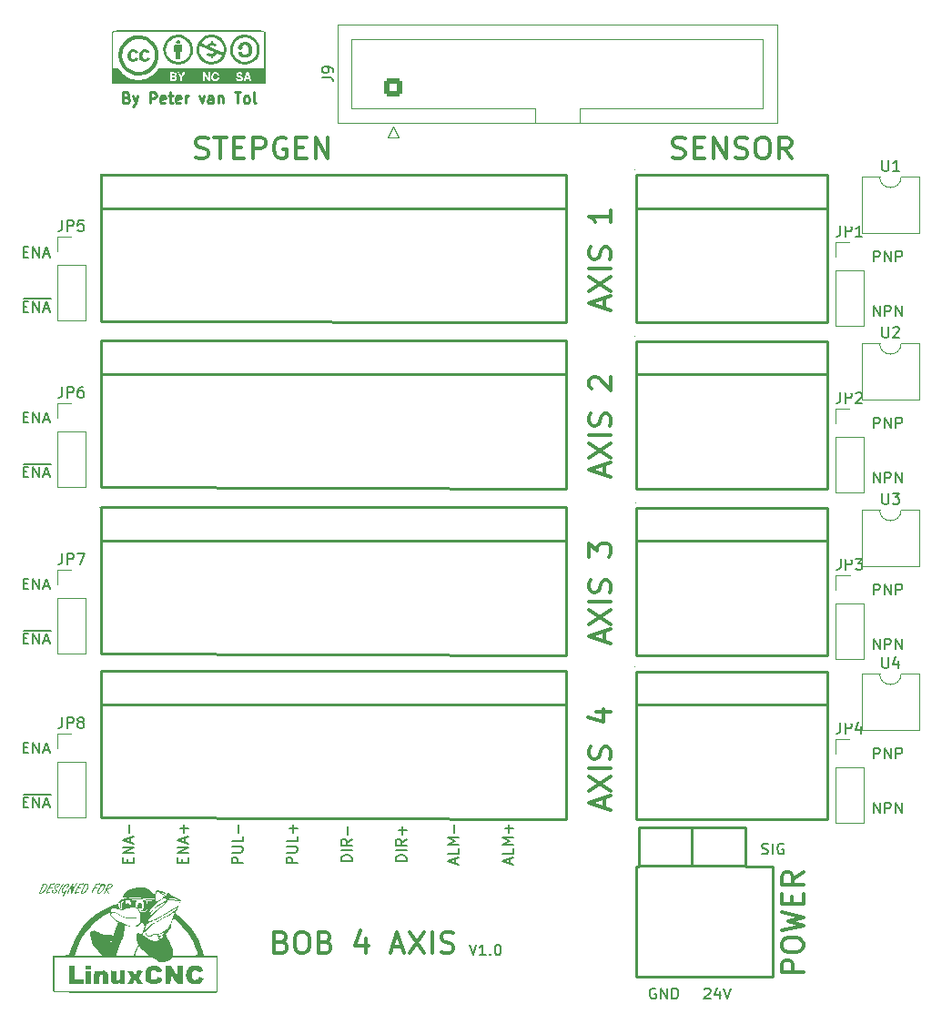
<source format=gbr>
%TF.GenerationSoftware,KiCad,Pcbnew,7.0.7*%
%TF.CreationDate,2023-10-27T11:47:26+02:00*%
%TF.ProjectId,BOB4AXIS,424f4234-4158-4495-932e-6b696361645f,rev?*%
%TF.SameCoordinates,Original*%
%TF.FileFunction,Legend,Top*%
%TF.FilePolarity,Positive*%
%FSLAX46Y46*%
G04 Gerber Fmt 4.6, Leading zero omitted, Abs format (unit mm)*
G04 Created by KiCad (PCBNEW 7.0.7) date 2023-10-27 11:47:26*
%MOMM*%
%LPD*%
G01*
G04 APERTURE LIST*
G04 Aperture macros list*
%AMRoundRect*
0 Rectangle with rounded corners*
0 $1 Rounding radius*
0 $2 $3 $4 $5 $6 $7 $8 $9 X,Y pos of 4 corners*
0 Add a 4 corners polygon primitive as box body*
4,1,4,$2,$3,$4,$5,$6,$7,$8,$9,$2,$3,0*
0 Add four circle primitives for the rounded corners*
1,1,$1+$1,$2,$3*
1,1,$1+$1,$4,$5*
1,1,$1+$1,$6,$7*
1,1,$1+$1,$8,$9*
0 Add four rect primitives between the rounded corners*
20,1,$1+$1,$2,$3,$4,$5,0*
20,1,$1+$1,$4,$5,$6,$7,0*
20,1,$1+$1,$6,$7,$8,$9,0*
20,1,$1+$1,$8,$9,$2,$3,0*%
G04 Aperture macros list end*
%ADD10C,0.150000*%
%ADD11C,0.300000*%
%ADD12C,0.250000*%
%ADD13C,0.200000*%
%ADD14C,0.254000*%
%ADD15C,0.059995*%
%ADD16C,0.120000*%
%ADD17C,2.200000*%
%ADD18R,2.200000X2.200000*%
%ADD19C,0.800000*%
%ADD20C,6.400000*%
%ADD21R,1.700000X1.700000*%
%ADD22O,1.700000X1.700000*%
%ADD23R,1.600000X1.600000*%
%ADD24O,1.600000X1.600000*%
%ADD25RoundRect,0.250000X0.600000X-0.600000X0.600000X0.600000X-0.600000X0.600000X-0.600000X-0.600000X0*%
%ADD26C,1.700000*%
G04 APERTURE END LIST*
D10*
X7874000Y-57912000D02*
X10414000Y-57912000D01*
X7874000Y-27051000D02*
X10414000Y-27051000D01*
X7874000Y-73152000D02*
X10414000Y-73152000D01*
X7874000Y-42418000D02*
X10414000Y-42418000D01*
X7870887Y-22664009D02*
X8204220Y-22664009D01*
X8347077Y-23187819D02*
X7870887Y-23187819D01*
X7870887Y-23187819D02*
X7870887Y-22187819D01*
X7870887Y-22187819D02*
X8347077Y-22187819D01*
X8775649Y-23187819D02*
X8775649Y-22187819D01*
X8775649Y-22187819D02*
X9347077Y-23187819D01*
X9347077Y-23187819D02*
X9347077Y-22187819D01*
X9775649Y-22902104D02*
X10251839Y-22902104D01*
X9680411Y-23187819D02*
X10013744Y-22187819D01*
X10013744Y-22187819D02*
X10347077Y-23187819D01*
D11*
X61933209Y-43433428D02*
X61933209Y-42481047D01*
X62504638Y-43623904D02*
X60504638Y-42957238D01*
X60504638Y-42957238D02*
X62504638Y-42290571D01*
X60504638Y-41814380D02*
X62504638Y-40481047D01*
X60504638Y-40481047D02*
X62504638Y-41814380D01*
X62504638Y-39719142D02*
X60504638Y-39719142D01*
X62409400Y-38861999D02*
X62504638Y-38576285D01*
X62504638Y-38576285D02*
X62504638Y-38100094D01*
X62504638Y-38100094D02*
X62409400Y-37909618D01*
X62409400Y-37909618D02*
X62314161Y-37814380D01*
X62314161Y-37814380D02*
X62123685Y-37719142D01*
X62123685Y-37719142D02*
X61933209Y-37719142D01*
X61933209Y-37719142D02*
X61742733Y-37814380D01*
X61742733Y-37814380D02*
X61647495Y-37909618D01*
X61647495Y-37909618D02*
X61552257Y-38100094D01*
X61552257Y-38100094D02*
X61457019Y-38481047D01*
X61457019Y-38481047D02*
X61361780Y-38671523D01*
X61361780Y-38671523D02*
X61266542Y-38766761D01*
X61266542Y-38766761D02*
X61076066Y-38861999D01*
X61076066Y-38861999D02*
X60885590Y-38861999D01*
X60885590Y-38861999D02*
X60695114Y-38766761D01*
X60695114Y-38766761D02*
X60599876Y-38671523D01*
X60599876Y-38671523D02*
X60504638Y-38481047D01*
X60504638Y-38481047D02*
X60504638Y-38004856D01*
X60504638Y-38004856D02*
X60599876Y-37719142D01*
X60695114Y-35433427D02*
X60599876Y-35338189D01*
X60599876Y-35338189D02*
X60504638Y-35147713D01*
X60504638Y-35147713D02*
X60504638Y-34671522D01*
X60504638Y-34671522D02*
X60599876Y-34481046D01*
X60599876Y-34481046D02*
X60695114Y-34385808D01*
X60695114Y-34385808D02*
X60885590Y-34290570D01*
X60885590Y-34290570D02*
X61076066Y-34290570D01*
X61076066Y-34290570D02*
X61361780Y-34385808D01*
X61361780Y-34385808D02*
X62504638Y-35528665D01*
X62504638Y-35528665D02*
X62504638Y-34290570D01*
D10*
X7850333Y-73845009D02*
X8183666Y-73845009D01*
X8326523Y-74368819D02*
X7850333Y-74368819D01*
X7850333Y-74368819D02*
X7850333Y-73368819D01*
X7850333Y-73368819D02*
X8326523Y-73368819D01*
X8755095Y-74368819D02*
X8755095Y-73368819D01*
X8755095Y-73368819D02*
X9326523Y-74368819D01*
X9326523Y-74368819D02*
X9326523Y-73368819D01*
X9755095Y-74083104D02*
X10231285Y-74083104D01*
X9659857Y-74368819D02*
X9993190Y-73368819D01*
X9993190Y-73368819D02*
X10326523Y-74368819D01*
X53128104Y-79557332D02*
X53128104Y-79081142D01*
X53413819Y-79652570D02*
X52413819Y-79319237D01*
X52413819Y-79319237D02*
X53413819Y-78985904D01*
X53413819Y-78176380D02*
X53413819Y-78652570D01*
X53413819Y-78652570D02*
X52413819Y-78652570D01*
X53413819Y-77843046D02*
X52413819Y-77843046D01*
X52413819Y-77843046D02*
X53128104Y-77509713D01*
X53128104Y-77509713D02*
X52413819Y-77176380D01*
X52413819Y-77176380D02*
X53413819Y-77176380D01*
X53032866Y-76700189D02*
X53032866Y-75938285D01*
X53413819Y-76319237D02*
X52651914Y-76319237D01*
X28267819Y-79533523D02*
X27267819Y-79533523D01*
X27267819Y-79533523D02*
X27267819Y-79152571D01*
X27267819Y-79152571D02*
X27315438Y-79057333D01*
X27315438Y-79057333D02*
X27363057Y-79009714D01*
X27363057Y-79009714D02*
X27458295Y-78962095D01*
X27458295Y-78962095D02*
X27601152Y-78962095D01*
X27601152Y-78962095D02*
X27696390Y-79009714D01*
X27696390Y-79009714D02*
X27744009Y-79057333D01*
X27744009Y-79057333D02*
X27791628Y-79152571D01*
X27791628Y-79152571D02*
X27791628Y-79533523D01*
X27267819Y-78533523D02*
X28077342Y-78533523D01*
X28077342Y-78533523D02*
X28172580Y-78485904D01*
X28172580Y-78485904D02*
X28220200Y-78438285D01*
X28220200Y-78438285D02*
X28267819Y-78343047D01*
X28267819Y-78343047D02*
X28267819Y-78152571D01*
X28267819Y-78152571D02*
X28220200Y-78057333D01*
X28220200Y-78057333D02*
X28172580Y-78009714D01*
X28172580Y-78009714D02*
X28077342Y-77962095D01*
X28077342Y-77962095D02*
X27267819Y-77962095D01*
X28267819Y-77009714D02*
X28267819Y-77485904D01*
X28267819Y-77485904D02*
X27267819Y-77485904D01*
X27886866Y-76676380D02*
X27886866Y-75914476D01*
X86979286Y-23568819D02*
X86979286Y-22568819D01*
X86979286Y-22568819D02*
X87360238Y-22568819D01*
X87360238Y-22568819D02*
X87455476Y-22616438D01*
X87455476Y-22616438D02*
X87503095Y-22664057D01*
X87503095Y-22664057D02*
X87550714Y-22759295D01*
X87550714Y-22759295D02*
X87550714Y-22902152D01*
X87550714Y-22902152D02*
X87503095Y-22997390D01*
X87503095Y-22997390D02*
X87455476Y-23045009D01*
X87455476Y-23045009D02*
X87360238Y-23092628D01*
X87360238Y-23092628D02*
X86979286Y-23092628D01*
X87979286Y-23568819D02*
X87979286Y-22568819D01*
X87979286Y-22568819D02*
X88550714Y-23568819D01*
X88550714Y-23568819D02*
X88550714Y-22568819D01*
X89026905Y-23568819D02*
X89026905Y-22568819D01*
X89026905Y-22568819D02*
X89407857Y-22568819D01*
X89407857Y-22568819D02*
X89503095Y-22616438D01*
X89503095Y-22616438D02*
X89550714Y-22664057D01*
X89550714Y-22664057D02*
X89598333Y-22759295D01*
X89598333Y-22759295D02*
X89598333Y-22902152D01*
X89598333Y-22902152D02*
X89550714Y-22997390D01*
X89550714Y-22997390D02*
X89503095Y-23045009D01*
X89503095Y-23045009D02*
X89407857Y-23092628D01*
X89407857Y-23092628D02*
X89026905Y-23092628D01*
X7870887Y-68765009D02*
X8204220Y-68765009D01*
X8347077Y-69288819D02*
X7870887Y-69288819D01*
X7870887Y-69288819D02*
X7870887Y-68288819D01*
X7870887Y-68288819D02*
X8347077Y-68288819D01*
X8775649Y-69288819D02*
X8775649Y-68288819D01*
X8775649Y-68288819D02*
X9347077Y-69288819D01*
X9347077Y-69288819D02*
X9347077Y-68288819D01*
X9775649Y-69003104D02*
X10251839Y-69003104D01*
X9680411Y-69288819D02*
X10013744Y-68288819D01*
X10013744Y-68288819D02*
X10347077Y-69288819D01*
X43507819Y-79343046D02*
X42507819Y-79343046D01*
X42507819Y-79343046D02*
X42507819Y-79104951D01*
X42507819Y-79104951D02*
X42555438Y-78962094D01*
X42555438Y-78962094D02*
X42650676Y-78866856D01*
X42650676Y-78866856D02*
X42745914Y-78819237D01*
X42745914Y-78819237D02*
X42936390Y-78771618D01*
X42936390Y-78771618D02*
X43079247Y-78771618D01*
X43079247Y-78771618D02*
X43269723Y-78819237D01*
X43269723Y-78819237D02*
X43364961Y-78866856D01*
X43364961Y-78866856D02*
X43460200Y-78962094D01*
X43460200Y-78962094D02*
X43507819Y-79104951D01*
X43507819Y-79104951D02*
X43507819Y-79343046D01*
X43507819Y-78343046D02*
X42507819Y-78343046D01*
X43507819Y-77295428D02*
X43031628Y-77628761D01*
X43507819Y-77866856D02*
X42507819Y-77866856D01*
X42507819Y-77866856D02*
X42507819Y-77485904D01*
X42507819Y-77485904D02*
X42555438Y-77390666D01*
X42555438Y-77390666D02*
X42603057Y-77343047D01*
X42603057Y-77343047D02*
X42698295Y-77295428D01*
X42698295Y-77295428D02*
X42841152Y-77295428D01*
X42841152Y-77295428D02*
X42936390Y-77343047D01*
X42936390Y-77343047D02*
X42984009Y-77390666D01*
X42984009Y-77390666D02*
X43031628Y-77485904D01*
X43031628Y-77485904D02*
X43031628Y-77866856D01*
X43126866Y-76866856D02*
X43126866Y-76104952D01*
X43507819Y-76485904D02*
X42745914Y-76485904D01*
X86955476Y-59636819D02*
X86955476Y-58636819D01*
X86955476Y-58636819D02*
X87526904Y-59636819D01*
X87526904Y-59636819D02*
X87526904Y-58636819D01*
X88003095Y-59636819D02*
X88003095Y-58636819D01*
X88003095Y-58636819D02*
X88384047Y-58636819D01*
X88384047Y-58636819D02*
X88479285Y-58684438D01*
X88479285Y-58684438D02*
X88526904Y-58732057D01*
X88526904Y-58732057D02*
X88574523Y-58827295D01*
X88574523Y-58827295D02*
X88574523Y-58970152D01*
X88574523Y-58970152D02*
X88526904Y-59065390D01*
X88526904Y-59065390D02*
X88479285Y-59113009D01*
X88479285Y-59113009D02*
X88384047Y-59160628D01*
X88384047Y-59160628D02*
X88003095Y-59160628D01*
X89003095Y-59636819D02*
X89003095Y-58636819D01*
X89003095Y-58636819D02*
X89574523Y-59636819D01*
X89574523Y-59636819D02*
X89574523Y-58636819D01*
X7870887Y-38031009D02*
X8204220Y-38031009D01*
X8347077Y-38554819D02*
X7870887Y-38554819D01*
X7870887Y-38554819D02*
X7870887Y-37554819D01*
X7870887Y-37554819D02*
X8347077Y-37554819D01*
X8775649Y-38554819D02*
X8775649Y-37554819D01*
X8775649Y-37554819D02*
X9347077Y-38554819D01*
X9347077Y-38554819D02*
X9347077Y-37554819D01*
X9775649Y-38269104D02*
X10251839Y-38269104D01*
X9680411Y-38554819D02*
X10013744Y-37554819D01*
X10013744Y-37554819D02*
X10347077Y-38554819D01*
X86955476Y-28648819D02*
X86955476Y-27648819D01*
X86955476Y-27648819D02*
X87526904Y-28648819D01*
X87526904Y-28648819D02*
X87526904Y-27648819D01*
X88003095Y-28648819D02*
X88003095Y-27648819D01*
X88003095Y-27648819D02*
X88384047Y-27648819D01*
X88384047Y-27648819D02*
X88479285Y-27696438D01*
X88479285Y-27696438D02*
X88526904Y-27744057D01*
X88526904Y-27744057D02*
X88574523Y-27839295D01*
X88574523Y-27839295D02*
X88574523Y-27982152D01*
X88574523Y-27982152D02*
X88526904Y-28077390D01*
X88526904Y-28077390D02*
X88479285Y-28125009D01*
X88479285Y-28125009D02*
X88384047Y-28172628D01*
X88384047Y-28172628D02*
X88003095Y-28172628D01*
X89003095Y-28648819D02*
X89003095Y-27648819D01*
X89003095Y-27648819D02*
X89574523Y-28648819D01*
X89574523Y-28648819D02*
X89574523Y-27648819D01*
D11*
X61933209Y-74421428D02*
X61933209Y-73469047D01*
X62504638Y-74611904D02*
X60504638Y-73945238D01*
X60504638Y-73945238D02*
X62504638Y-73278571D01*
X60504638Y-72802380D02*
X62504638Y-71469047D01*
X60504638Y-71469047D02*
X62504638Y-72802380D01*
X62504638Y-70707142D02*
X60504638Y-70707142D01*
X62409400Y-69849999D02*
X62504638Y-69564285D01*
X62504638Y-69564285D02*
X62504638Y-69088094D01*
X62504638Y-69088094D02*
X62409400Y-68897618D01*
X62409400Y-68897618D02*
X62314161Y-68802380D01*
X62314161Y-68802380D02*
X62123685Y-68707142D01*
X62123685Y-68707142D02*
X61933209Y-68707142D01*
X61933209Y-68707142D02*
X61742733Y-68802380D01*
X61742733Y-68802380D02*
X61647495Y-68897618D01*
X61647495Y-68897618D02*
X61552257Y-69088094D01*
X61552257Y-69088094D02*
X61457019Y-69469047D01*
X61457019Y-69469047D02*
X61361780Y-69659523D01*
X61361780Y-69659523D02*
X61266542Y-69754761D01*
X61266542Y-69754761D02*
X61076066Y-69849999D01*
X61076066Y-69849999D02*
X60885590Y-69849999D01*
X60885590Y-69849999D02*
X60695114Y-69754761D01*
X60695114Y-69754761D02*
X60599876Y-69659523D01*
X60599876Y-69659523D02*
X60504638Y-69469047D01*
X60504638Y-69469047D02*
X60504638Y-68992856D01*
X60504638Y-68992856D02*
X60599876Y-68707142D01*
X61171304Y-65469046D02*
X62504638Y-65469046D01*
X60409400Y-65945237D02*
X61837971Y-66421427D01*
X61837971Y-66421427D02*
X61837971Y-65183332D01*
D10*
X86955476Y-74876819D02*
X86955476Y-73876819D01*
X86955476Y-73876819D02*
X87526904Y-74876819D01*
X87526904Y-74876819D02*
X87526904Y-73876819D01*
X88003095Y-74876819D02*
X88003095Y-73876819D01*
X88003095Y-73876819D02*
X88384047Y-73876819D01*
X88384047Y-73876819D02*
X88479285Y-73924438D01*
X88479285Y-73924438D02*
X88526904Y-73972057D01*
X88526904Y-73972057D02*
X88574523Y-74067295D01*
X88574523Y-74067295D02*
X88574523Y-74210152D01*
X88574523Y-74210152D02*
X88526904Y-74305390D01*
X88526904Y-74305390D02*
X88479285Y-74353009D01*
X88479285Y-74353009D02*
X88384047Y-74400628D01*
X88384047Y-74400628D02*
X88003095Y-74400628D01*
X89003095Y-74876819D02*
X89003095Y-73876819D01*
X89003095Y-73876819D02*
X89574523Y-74876819D01*
X89574523Y-74876819D02*
X89574523Y-73876819D01*
X66675095Y-91196438D02*
X66579857Y-91148819D01*
X66579857Y-91148819D02*
X66437000Y-91148819D01*
X66437000Y-91148819D02*
X66294143Y-91196438D01*
X66294143Y-91196438D02*
X66198905Y-91291676D01*
X66198905Y-91291676D02*
X66151286Y-91386914D01*
X66151286Y-91386914D02*
X66103667Y-91577390D01*
X66103667Y-91577390D02*
X66103667Y-91720247D01*
X66103667Y-91720247D02*
X66151286Y-91910723D01*
X66151286Y-91910723D02*
X66198905Y-92005961D01*
X66198905Y-92005961D02*
X66294143Y-92101200D01*
X66294143Y-92101200D02*
X66437000Y-92148819D01*
X66437000Y-92148819D02*
X66532238Y-92148819D01*
X66532238Y-92148819D02*
X66675095Y-92101200D01*
X66675095Y-92101200D02*
X66722714Y-92053580D01*
X66722714Y-92053580D02*
X66722714Y-91720247D01*
X66722714Y-91720247D02*
X66532238Y-91720247D01*
X67151286Y-92148819D02*
X67151286Y-91148819D01*
X67151286Y-91148819D02*
X67722714Y-92148819D01*
X67722714Y-92148819D02*
X67722714Y-91148819D01*
X68198905Y-92148819D02*
X68198905Y-91148819D01*
X68198905Y-91148819D02*
X68437000Y-91148819D01*
X68437000Y-91148819D02*
X68579857Y-91196438D01*
X68579857Y-91196438D02*
X68675095Y-91291676D01*
X68675095Y-91291676D02*
X68722714Y-91386914D01*
X68722714Y-91386914D02*
X68770333Y-91577390D01*
X68770333Y-91577390D02*
X68770333Y-91720247D01*
X68770333Y-91720247D02*
X68722714Y-91910723D01*
X68722714Y-91910723D02*
X68675095Y-92005961D01*
X68675095Y-92005961D02*
X68579857Y-92101200D01*
X68579857Y-92101200D02*
X68437000Y-92148819D01*
X68437000Y-92148819D02*
X68198905Y-92148819D01*
X33347819Y-79533523D02*
X32347819Y-79533523D01*
X32347819Y-79533523D02*
X32347819Y-79152571D01*
X32347819Y-79152571D02*
X32395438Y-79057333D01*
X32395438Y-79057333D02*
X32443057Y-79009714D01*
X32443057Y-79009714D02*
X32538295Y-78962095D01*
X32538295Y-78962095D02*
X32681152Y-78962095D01*
X32681152Y-78962095D02*
X32776390Y-79009714D01*
X32776390Y-79009714D02*
X32824009Y-79057333D01*
X32824009Y-79057333D02*
X32871628Y-79152571D01*
X32871628Y-79152571D02*
X32871628Y-79533523D01*
X32347819Y-78533523D02*
X33157342Y-78533523D01*
X33157342Y-78533523D02*
X33252580Y-78485904D01*
X33252580Y-78485904D02*
X33300200Y-78438285D01*
X33300200Y-78438285D02*
X33347819Y-78343047D01*
X33347819Y-78343047D02*
X33347819Y-78152571D01*
X33347819Y-78152571D02*
X33300200Y-78057333D01*
X33300200Y-78057333D02*
X33252580Y-78009714D01*
X33252580Y-78009714D02*
X33157342Y-77962095D01*
X33157342Y-77962095D02*
X32347819Y-77962095D01*
X33347819Y-77009714D02*
X33347819Y-77485904D01*
X33347819Y-77485904D02*
X32347819Y-77485904D01*
X32966866Y-76676380D02*
X32966866Y-75914476D01*
X33347819Y-76295428D02*
X32585914Y-76295428D01*
D11*
X61933209Y-58927428D02*
X61933209Y-57975047D01*
X62504638Y-59117904D02*
X60504638Y-58451238D01*
X60504638Y-58451238D02*
X62504638Y-57784571D01*
X60504638Y-57308380D02*
X62504638Y-55975047D01*
X60504638Y-55975047D02*
X62504638Y-57308380D01*
X62504638Y-55213142D02*
X60504638Y-55213142D01*
X62409400Y-54355999D02*
X62504638Y-54070285D01*
X62504638Y-54070285D02*
X62504638Y-53594094D01*
X62504638Y-53594094D02*
X62409400Y-53403618D01*
X62409400Y-53403618D02*
X62314161Y-53308380D01*
X62314161Y-53308380D02*
X62123685Y-53213142D01*
X62123685Y-53213142D02*
X61933209Y-53213142D01*
X61933209Y-53213142D02*
X61742733Y-53308380D01*
X61742733Y-53308380D02*
X61647495Y-53403618D01*
X61647495Y-53403618D02*
X61552257Y-53594094D01*
X61552257Y-53594094D02*
X61457019Y-53975047D01*
X61457019Y-53975047D02*
X61361780Y-54165523D01*
X61361780Y-54165523D02*
X61266542Y-54260761D01*
X61266542Y-54260761D02*
X61076066Y-54355999D01*
X61076066Y-54355999D02*
X60885590Y-54355999D01*
X60885590Y-54355999D02*
X60695114Y-54260761D01*
X60695114Y-54260761D02*
X60599876Y-54165523D01*
X60599876Y-54165523D02*
X60504638Y-53975047D01*
X60504638Y-53975047D02*
X60504638Y-53498856D01*
X60504638Y-53498856D02*
X60599876Y-53213142D01*
X60504638Y-51022665D02*
X60504638Y-49784570D01*
X60504638Y-49784570D02*
X61266542Y-50451237D01*
X61266542Y-50451237D02*
X61266542Y-50165522D01*
X61266542Y-50165522D02*
X61361780Y-49975046D01*
X61361780Y-49975046D02*
X61457019Y-49879808D01*
X61457019Y-49879808D02*
X61647495Y-49784570D01*
X61647495Y-49784570D02*
X62123685Y-49784570D01*
X62123685Y-49784570D02*
X62314161Y-49879808D01*
X62314161Y-49879808D02*
X62409400Y-49975046D01*
X62409400Y-49975046D02*
X62504638Y-50165522D01*
X62504638Y-50165522D02*
X62504638Y-50736951D01*
X62504638Y-50736951D02*
X62409400Y-50927427D01*
X62409400Y-50927427D02*
X62314161Y-51022665D01*
D10*
X71199524Y-91244057D02*
X71247143Y-91196438D01*
X71247143Y-91196438D02*
X71342381Y-91148819D01*
X71342381Y-91148819D02*
X71580476Y-91148819D01*
X71580476Y-91148819D02*
X71675714Y-91196438D01*
X71675714Y-91196438D02*
X71723333Y-91244057D01*
X71723333Y-91244057D02*
X71770952Y-91339295D01*
X71770952Y-91339295D02*
X71770952Y-91434533D01*
X71770952Y-91434533D02*
X71723333Y-91577390D01*
X71723333Y-91577390D02*
X71151905Y-92148819D01*
X71151905Y-92148819D02*
X71770952Y-92148819D01*
X72628095Y-91482152D02*
X72628095Y-92148819D01*
X72390000Y-91101200D02*
X72151905Y-91815485D01*
X72151905Y-91815485D02*
X72770952Y-91815485D01*
X73009048Y-91148819D02*
X73342381Y-92148819D01*
X73342381Y-92148819D02*
X73675714Y-91148819D01*
D11*
X31877952Y-86857019D02*
X32163666Y-86952257D01*
X32163666Y-86952257D02*
X32258904Y-87047495D01*
X32258904Y-87047495D02*
X32354142Y-87237971D01*
X32354142Y-87237971D02*
X32354142Y-87523685D01*
X32354142Y-87523685D02*
X32258904Y-87714161D01*
X32258904Y-87714161D02*
X32163666Y-87809400D01*
X32163666Y-87809400D02*
X31973190Y-87904638D01*
X31973190Y-87904638D02*
X31211285Y-87904638D01*
X31211285Y-87904638D02*
X31211285Y-85904638D01*
X31211285Y-85904638D02*
X31877952Y-85904638D01*
X31877952Y-85904638D02*
X32068428Y-85999876D01*
X32068428Y-85999876D02*
X32163666Y-86095114D01*
X32163666Y-86095114D02*
X32258904Y-86285590D01*
X32258904Y-86285590D02*
X32258904Y-86476066D01*
X32258904Y-86476066D02*
X32163666Y-86666542D01*
X32163666Y-86666542D02*
X32068428Y-86761780D01*
X32068428Y-86761780D02*
X31877952Y-86857019D01*
X31877952Y-86857019D02*
X31211285Y-86857019D01*
X33592237Y-85904638D02*
X33973190Y-85904638D01*
X33973190Y-85904638D02*
X34163666Y-85999876D01*
X34163666Y-85999876D02*
X34354142Y-86190352D01*
X34354142Y-86190352D02*
X34449380Y-86571304D01*
X34449380Y-86571304D02*
X34449380Y-87237971D01*
X34449380Y-87237971D02*
X34354142Y-87618923D01*
X34354142Y-87618923D02*
X34163666Y-87809400D01*
X34163666Y-87809400D02*
X33973190Y-87904638D01*
X33973190Y-87904638D02*
X33592237Y-87904638D01*
X33592237Y-87904638D02*
X33401761Y-87809400D01*
X33401761Y-87809400D02*
X33211285Y-87618923D01*
X33211285Y-87618923D02*
X33116047Y-87237971D01*
X33116047Y-87237971D02*
X33116047Y-86571304D01*
X33116047Y-86571304D02*
X33211285Y-86190352D01*
X33211285Y-86190352D02*
X33401761Y-85999876D01*
X33401761Y-85999876D02*
X33592237Y-85904638D01*
X35973190Y-86857019D02*
X36258904Y-86952257D01*
X36258904Y-86952257D02*
X36354142Y-87047495D01*
X36354142Y-87047495D02*
X36449380Y-87237971D01*
X36449380Y-87237971D02*
X36449380Y-87523685D01*
X36449380Y-87523685D02*
X36354142Y-87714161D01*
X36354142Y-87714161D02*
X36258904Y-87809400D01*
X36258904Y-87809400D02*
X36068428Y-87904638D01*
X36068428Y-87904638D02*
X35306523Y-87904638D01*
X35306523Y-87904638D02*
X35306523Y-85904638D01*
X35306523Y-85904638D02*
X35973190Y-85904638D01*
X35973190Y-85904638D02*
X36163666Y-85999876D01*
X36163666Y-85999876D02*
X36258904Y-86095114D01*
X36258904Y-86095114D02*
X36354142Y-86285590D01*
X36354142Y-86285590D02*
X36354142Y-86476066D01*
X36354142Y-86476066D02*
X36258904Y-86666542D01*
X36258904Y-86666542D02*
X36163666Y-86761780D01*
X36163666Y-86761780D02*
X35973190Y-86857019D01*
X35973190Y-86857019D02*
X35306523Y-86857019D01*
X39687476Y-86571304D02*
X39687476Y-87904638D01*
X39211285Y-85809400D02*
X38735095Y-87237971D01*
X38735095Y-87237971D02*
X39973190Y-87237971D01*
X42163667Y-87333209D02*
X43116048Y-87333209D01*
X41973191Y-87904638D02*
X42639857Y-85904638D01*
X42639857Y-85904638D02*
X43306524Y-87904638D01*
X43782715Y-85904638D02*
X45116048Y-87904638D01*
X45116048Y-85904638D02*
X43782715Y-87904638D01*
X45877953Y-87904638D02*
X45877953Y-85904638D01*
X46735096Y-87809400D02*
X47020810Y-87904638D01*
X47020810Y-87904638D02*
X47497001Y-87904638D01*
X47497001Y-87904638D02*
X47687477Y-87809400D01*
X47687477Y-87809400D02*
X47782715Y-87714161D01*
X47782715Y-87714161D02*
X47877953Y-87523685D01*
X47877953Y-87523685D02*
X47877953Y-87333209D01*
X47877953Y-87333209D02*
X47782715Y-87142733D01*
X47782715Y-87142733D02*
X47687477Y-87047495D01*
X47687477Y-87047495D02*
X47497001Y-86952257D01*
X47497001Y-86952257D02*
X47116048Y-86857019D01*
X47116048Y-86857019D02*
X46925572Y-86761780D01*
X46925572Y-86761780D02*
X46830334Y-86666542D01*
X46830334Y-86666542D02*
X46735096Y-86476066D01*
X46735096Y-86476066D02*
X46735096Y-86285590D01*
X46735096Y-86285590D02*
X46830334Y-86095114D01*
X46830334Y-86095114D02*
X46925572Y-85999876D01*
X46925572Y-85999876D02*
X47116048Y-85904638D01*
X47116048Y-85904638D02*
X47592239Y-85904638D01*
X47592239Y-85904638D02*
X47877953Y-85999876D01*
D10*
X7850333Y-27744009D02*
X8183666Y-27744009D01*
X8326523Y-28267819D02*
X7850333Y-28267819D01*
X7850333Y-28267819D02*
X7850333Y-27267819D01*
X7850333Y-27267819D02*
X8326523Y-27267819D01*
X8755095Y-28267819D02*
X8755095Y-27267819D01*
X8755095Y-27267819D02*
X9326523Y-28267819D01*
X9326523Y-28267819D02*
X9326523Y-27267819D01*
X9755095Y-27982104D02*
X10231285Y-27982104D01*
X9659857Y-28267819D02*
X9993190Y-27267819D01*
X9993190Y-27267819D02*
X10326523Y-28267819D01*
X7850333Y-43111009D02*
X8183666Y-43111009D01*
X8326523Y-43634819D02*
X7850333Y-43634819D01*
X7850333Y-43634819D02*
X7850333Y-42634819D01*
X7850333Y-42634819D02*
X8326523Y-42634819D01*
X8755095Y-43634819D02*
X8755095Y-42634819D01*
X8755095Y-42634819D02*
X9326523Y-43634819D01*
X9326523Y-43634819D02*
X9326523Y-42634819D01*
X9755095Y-43349104D02*
X10231285Y-43349104D01*
X9659857Y-43634819D02*
X9993190Y-42634819D01*
X9993190Y-42634819D02*
X10326523Y-43634819D01*
X7870887Y-53525009D02*
X8204220Y-53525009D01*
X8347077Y-54048819D02*
X7870887Y-54048819D01*
X7870887Y-54048819D02*
X7870887Y-53048819D01*
X7870887Y-53048819D02*
X8347077Y-53048819D01*
X8775649Y-54048819D02*
X8775649Y-53048819D01*
X8775649Y-53048819D02*
X9347077Y-54048819D01*
X9347077Y-54048819D02*
X9347077Y-53048819D01*
X9775649Y-53763104D02*
X10251839Y-53763104D01*
X9680411Y-54048819D02*
X10013744Y-53048819D01*
X10013744Y-53048819D02*
X10347077Y-54048819D01*
D12*
X17455284Y-8307809D02*
X17598141Y-8355428D01*
X17598141Y-8355428D02*
X17645760Y-8403047D01*
X17645760Y-8403047D02*
X17693379Y-8498285D01*
X17693379Y-8498285D02*
X17693379Y-8641142D01*
X17693379Y-8641142D02*
X17645760Y-8736380D01*
X17645760Y-8736380D02*
X17598141Y-8784000D01*
X17598141Y-8784000D02*
X17502903Y-8831619D01*
X17502903Y-8831619D02*
X17121951Y-8831619D01*
X17121951Y-8831619D02*
X17121951Y-7831619D01*
X17121951Y-7831619D02*
X17455284Y-7831619D01*
X17455284Y-7831619D02*
X17550522Y-7879238D01*
X17550522Y-7879238D02*
X17598141Y-7926857D01*
X17598141Y-7926857D02*
X17645760Y-8022095D01*
X17645760Y-8022095D02*
X17645760Y-8117333D01*
X17645760Y-8117333D02*
X17598141Y-8212571D01*
X17598141Y-8212571D02*
X17550522Y-8260190D01*
X17550522Y-8260190D02*
X17455284Y-8307809D01*
X17455284Y-8307809D02*
X17121951Y-8307809D01*
X18026713Y-8164952D02*
X18264808Y-8831619D01*
X18502903Y-8164952D02*
X18264808Y-8831619D01*
X18264808Y-8831619D02*
X18169570Y-9069714D01*
X18169570Y-9069714D02*
X18121951Y-9117333D01*
X18121951Y-9117333D02*
X18026713Y-9164952D01*
X19645761Y-8831619D02*
X19645761Y-7831619D01*
X19645761Y-7831619D02*
X20026713Y-7831619D01*
X20026713Y-7831619D02*
X20121951Y-7879238D01*
X20121951Y-7879238D02*
X20169570Y-7926857D01*
X20169570Y-7926857D02*
X20217189Y-8022095D01*
X20217189Y-8022095D02*
X20217189Y-8164952D01*
X20217189Y-8164952D02*
X20169570Y-8260190D01*
X20169570Y-8260190D02*
X20121951Y-8307809D01*
X20121951Y-8307809D02*
X20026713Y-8355428D01*
X20026713Y-8355428D02*
X19645761Y-8355428D01*
X21026713Y-8784000D02*
X20931475Y-8831619D01*
X20931475Y-8831619D02*
X20740999Y-8831619D01*
X20740999Y-8831619D02*
X20645761Y-8784000D01*
X20645761Y-8784000D02*
X20598142Y-8688761D01*
X20598142Y-8688761D02*
X20598142Y-8307809D01*
X20598142Y-8307809D02*
X20645761Y-8212571D01*
X20645761Y-8212571D02*
X20740999Y-8164952D01*
X20740999Y-8164952D02*
X20931475Y-8164952D01*
X20931475Y-8164952D02*
X21026713Y-8212571D01*
X21026713Y-8212571D02*
X21074332Y-8307809D01*
X21074332Y-8307809D02*
X21074332Y-8403047D01*
X21074332Y-8403047D02*
X20598142Y-8498285D01*
X21360047Y-8164952D02*
X21740999Y-8164952D01*
X21502904Y-7831619D02*
X21502904Y-8688761D01*
X21502904Y-8688761D02*
X21550523Y-8784000D01*
X21550523Y-8784000D02*
X21645761Y-8831619D01*
X21645761Y-8831619D02*
X21740999Y-8831619D01*
X22455285Y-8784000D02*
X22360047Y-8831619D01*
X22360047Y-8831619D02*
X22169571Y-8831619D01*
X22169571Y-8831619D02*
X22074333Y-8784000D01*
X22074333Y-8784000D02*
X22026714Y-8688761D01*
X22026714Y-8688761D02*
X22026714Y-8307809D01*
X22026714Y-8307809D02*
X22074333Y-8212571D01*
X22074333Y-8212571D02*
X22169571Y-8164952D01*
X22169571Y-8164952D02*
X22360047Y-8164952D01*
X22360047Y-8164952D02*
X22455285Y-8212571D01*
X22455285Y-8212571D02*
X22502904Y-8307809D01*
X22502904Y-8307809D02*
X22502904Y-8403047D01*
X22502904Y-8403047D02*
X22026714Y-8498285D01*
X22931476Y-8831619D02*
X22931476Y-8164952D01*
X22931476Y-8355428D02*
X22979095Y-8260190D01*
X22979095Y-8260190D02*
X23026714Y-8212571D01*
X23026714Y-8212571D02*
X23121952Y-8164952D01*
X23121952Y-8164952D02*
X23217190Y-8164952D01*
X24217191Y-8164952D02*
X24455286Y-8831619D01*
X24455286Y-8831619D02*
X24693381Y-8164952D01*
X25502905Y-8831619D02*
X25502905Y-8307809D01*
X25502905Y-8307809D02*
X25455286Y-8212571D01*
X25455286Y-8212571D02*
X25360048Y-8164952D01*
X25360048Y-8164952D02*
X25169572Y-8164952D01*
X25169572Y-8164952D02*
X25074334Y-8212571D01*
X25502905Y-8784000D02*
X25407667Y-8831619D01*
X25407667Y-8831619D02*
X25169572Y-8831619D01*
X25169572Y-8831619D02*
X25074334Y-8784000D01*
X25074334Y-8784000D02*
X25026715Y-8688761D01*
X25026715Y-8688761D02*
X25026715Y-8593523D01*
X25026715Y-8593523D02*
X25074334Y-8498285D01*
X25074334Y-8498285D02*
X25169572Y-8450666D01*
X25169572Y-8450666D02*
X25407667Y-8450666D01*
X25407667Y-8450666D02*
X25502905Y-8403047D01*
X25979096Y-8164952D02*
X25979096Y-8831619D01*
X25979096Y-8260190D02*
X26026715Y-8212571D01*
X26026715Y-8212571D02*
X26121953Y-8164952D01*
X26121953Y-8164952D02*
X26264810Y-8164952D01*
X26264810Y-8164952D02*
X26360048Y-8212571D01*
X26360048Y-8212571D02*
X26407667Y-8307809D01*
X26407667Y-8307809D02*
X26407667Y-8831619D01*
X27502906Y-7831619D02*
X28074334Y-7831619D01*
X27788620Y-8831619D02*
X27788620Y-7831619D01*
X28550525Y-8831619D02*
X28455287Y-8784000D01*
X28455287Y-8784000D02*
X28407668Y-8736380D01*
X28407668Y-8736380D02*
X28360049Y-8641142D01*
X28360049Y-8641142D02*
X28360049Y-8355428D01*
X28360049Y-8355428D02*
X28407668Y-8260190D01*
X28407668Y-8260190D02*
X28455287Y-8212571D01*
X28455287Y-8212571D02*
X28550525Y-8164952D01*
X28550525Y-8164952D02*
X28693382Y-8164952D01*
X28693382Y-8164952D02*
X28788620Y-8212571D01*
X28788620Y-8212571D02*
X28836239Y-8260190D01*
X28836239Y-8260190D02*
X28883858Y-8355428D01*
X28883858Y-8355428D02*
X28883858Y-8641142D01*
X28883858Y-8641142D02*
X28836239Y-8736380D01*
X28836239Y-8736380D02*
X28788620Y-8784000D01*
X28788620Y-8784000D02*
X28693382Y-8831619D01*
X28693382Y-8831619D02*
X28550525Y-8831619D01*
X29455287Y-8831619D02*
X29360049Y-8784000D01*
X29360049Y-8784000D02*
X29312430Y-8688761D01*
X29312430Y-8688761D02*
X29312430Y-7831619D01*
D10*
X86955476Y-44142819D02*
X86955476Y-43142819D01*
X86955476Y-43142819D02*
X87526904Y-44142819D01*
X87526904Y-44142819D02*
X87526904Y-43142819D01*
X88003095Y-44142819D02*
X88003095Y-43142819D01*
X88003095Y-43142819D02*
X88384047Y-43142819D01*
X88384047Y-43142819D02*
X88479285Y-43190438D01*
X88479285Y-43190438D02*
X88526904Y-43238057D01*
X88526904Y-43238057D02*
X88574523Y-43333295D01*
X88574523Y-43333295D02*
X88574523Y-43476152D01*
X88574523Y-43476152D02*
X88526904Y-43571390D01*
X88526904Y-43571390D02*
X88479285Y-43619009D01*
X88479285Y-43619009D02*
X88384047Y-43666628D01*
X88384047Y-43666628D02*
X88003095Y-43666628D01*
X89003095Y-44142819D02*
X89003095Y-43142819D01*
X89003095Y-43142819D02*
X89574523Y-44142819D01*
X89574523Y-44142819D02*
X89574523Y-43142819D01*
X7850333Y-58605009D02*
X8183666Y-58605009D01*
X8326523Y-59128819D02*
X7850333Y-59128819D01*
X7850333Y-59128819D02*
X7850333Y-58128819D01*
X7850333Y-58128819D02*
X8326523Y-58128819D01*
X8755095Y-59128819D02*
X8755095Y-58128819D01*
X8755095Y-58128819D02*
X9326523Y-59128819D01*
X9326523Y-59128819D02*
X9326523Y-58128819D01*
X9755095Y-58843104D02*
X10231285Y-58843104D01*
X9659857Y-59128819D02*
X9993190Y-58128819D01*
X9993190Y-58128819D02*
X10326523Y-59128819D01*
X38427819Y-79343046D02*
X37427819Y-79343046D01*
X37427819Y-79343046D02*
X37427819Y-79104951D01*
X37427819Y-79104951D02*
X37475438Y-78962094D01*
X37475438Y-78962094D02*
X37570676Y-78866856D01*
X37570676Y-78866856D02*
X37665914Y-78819237D01*
X37665914Y-78819237D02*
X37856390Y-78771618D01*
X37856390Y-78771618D02*
X37999247Y-78771618D01*
X37999247Y-78771618D02*
X38189723Y-78819237D01*
X38189723Y-78819237D02*
X38284961Y-78866856D01*
X38284961Y-78866856D02*
X38380200Y-78962094D01*
X38380200Y-78962094D02*
X38427819Y-79104951D01*
X38427819Y-79104951D02*
X38427819Y-79343046D01*
X38427819Y-78343046D02*
X37427819Y-78343046D01*
X38427819Y-77295428D02*
X37951628Y-77628761D01*
X38427819Y-77866856D02*
X37427819Y-77866856D01*
X37427819Y-77866856D02*
X37427819Y-77485904D01*
X37427819Y-77485904D02*
X37475438Y-77390666D01*
X37475438Y-77390666D02*
X37523057Y-77343047D01*
X37523057Y-77343047D02*
X37618295Y-77295428D01*
X37618295Y-77295428D02*
X37761152Y-77295428D01*
X37761152Y-77295428D02*
X37856390Y-77343047D01*
X37856390Y-77343047D02*
X37904009Y-77390666D01*
X37904009Y-77390666D02*
X37951628Y-77485904D01*
X37951628Y-77485904D02*
X37951628Y-77866856D01*
X38046866Y-76866856D02*
X38046866Y-76104952D01*
D11*
X68263190Y-13895400D02*
X68548904Y-13990638D01*
X68548904Y-13990638D02*
X69025095Y-13990638D01*
X69025095Y-13990638D02*
X69215571Y-13895400D01*
X69215571Y-13895400D02*
X69310809Y-13800161D01*
X69310809Y-13800161D02*
X69406047Y-13609685D01*
X69406047Y-13609685D02*
X69406047Y-13419209D01*
X69406047Y-13419209D02*
X69310809Y-13228733D01*
X69310809Y-13228733D02*
X69215571Y-13133495D01*
X69215571Y-13133495D02*
X69025095Y-13038257D01*
X69025095Y-13038257D02*
X68644142Y-12943019D01*
X68644142Y-12943019D02*
X68453666Y-12847780D01*
X68453666Y-12847780D02*
X68358428Y-12752542D01*
X68358428Y-12752542D02*
X68263190Y-12562066D01*
X68263190Y-12562066D02*
X68263190Y-12371590D01*
X68263190Y-12371590D02*
X68358428Y-12181114D01*
X68358428Y-12181114D02*
X68453666Y-12085876D01*
X68453666Y-12085876D02*
X68644142Y-11990638D01*
X68644142Y-11990638D02*
X69120333Y-11990638D01*
X69120333Y-11990638D02*
X69406047Y-12085876D01*
X70263190Y-12943019D02*
X70929857Y-12943019D01*
X71215571Y-13990638D02*
X70263190Y-13990638D01*
X70263190Y-13990638D02*
X70263190Y-11990638D01*
X70263190Y-11990638D02*
X71215571Y-11990638D01*
X72072714Y-13990638D02*
X72072714Y-11990638D01*
X72072714Y-11990638D02*
X73215571Y-13990638D01*
X73215571Y-13990638D02*
X73215571Y-11990638D01*
X74072714Y-13895400D02*
X74358428Y-13990638D01*
X74358428Y-13990638D02*
X74834619Y-13990638D01*
X74834619Y-13990638D02*
X75025095Y-13895400D01*
X75025095Y-13895400D02*
X75120333Y-13800161D01*
X75120333Y-13800161D02*
X75215571Y-13609685D01*
X75215571Y-13609685D02*
X75215571Y-13419209D01*
X75215571Y-13419209D02*
X75120333Y-13228733D01*
X75120333Y-13228733D02*
X75025095Y-13133495D01*
X75025095Y-13133495D02*
X74834619Y-13038257D01*
X74834619Y-13038257D02*
X74453666Y-12943019D01*
X74453666Y-12943019D02*
X74263190Y-12847780D01*
X74263190Y-12847780D02*
X74167952Y-12752542D01*
X74167952Y-12752542D02*
X74072714Y-12562066D01*
X74072714Y-12562066D02*
X74072714Y-12371590D01*
X74072714Y-12371590D02*
X74167952Y-12181114D01*
X74167952Y-12181114D02*
X74263190Y-12085876D01*
X74263190Y-12085876D02*
X74453666Y-11990638D01*
X74453666Y-11990638D02*
X74929857Y-11990638D01*
X74929857Y-11990638D02*
X75215571Y-12085876D01*
X76453666Y-11990638D02*
X76834619Y-11990638D01*
X76834619Y-11990638D02*
X77025095Y-12085876D01*
X77025095Y-12085876D02*
X77215571Y-12276352D01*
X77215571Y-12276352D02*
X77310809Y-12657304D01*
X77310809Y-12657304D02*
X77310809Y-13323971D01*
X77310809Y-13323971D02*
X77215571Y-13704923D01*
X77215571Y-13704923D02*
X77025095Y-13895400D01*
X77025095Y-13895400D02*
X76834619Y-13990638D01*
X76834619Y-13990638D02*
X76453666Y-13990638D01*
X76453666Y-13990638D02*
X76263190Y-13895400D01*
X76263190Y-13895400D02*
X76072714Y-13704923D01*
X76072714Y-13704923D02*
X75977476Y-13323971D01*
X75977476Y-13323971D02*
X75977476Y-12657304D01*
X75977476Y-12657304D02*
X76072714Y-12276352D01*
X76072714Y-12276352D02*
X76263190Y-12085876D01*
X76263190Y-12085876D02*
X76453666Y-11990638D01*
X79310809Y-13990638D02*
X78644142Y-13038257D01*
X78167952Y-13990638D02*
X78167952Y-11990638D01*
X78167952Y-11990638D02*
X78929857Y-11990638D01*
X78929857Y-11990638D02*
X79120333Y-12085876D01*
X79120333Y-12085876D02*
X79215571Y-12181114D01*
X79215571Y-12181114D02*
X79310809Y-12371590D01*
X79310809Y-12371590D02*
X79310809Y-12657304D01*
X79310809Y-12657304D02*
X79215571Y-12847780D01*
X79215571Y-12847780D02*
X79120333Y-12943019D01*
X79120333Y-12943019D02*
X78929857Y-13038257D01*
X78929857Y-13038257D02*
X78167952Y-13038257D01*
X80411638Y-89709047D02*
X78411638Y-89709047D01*
X78411638Y-89709047D02*
X78411638Y-88947142D01*
X78411638Y-88947142D02*
X78506876Y-88756666D01*
X78506876Y-88756666D02*
X78602114Y-88661428D01*
X78602114Y-88661428D02*
X78792590Y-88566190D01*
X78792590Y-88566190D02*
X79078304Y-88566190D01*
X79078304Y-88566190D02*
X79268780Y-88661428D01*
X79268780Y-88661428D02*
X79364019Y-88756666D01*
X79364019Y-88756666D02*
X79459257Y-88947142D01*
X79459257Y-88947142D02*
X79459257Y-89709047D01*
X78411638Y-87328095D02*
X78411638Y-86947142D01*
X78411638Y-86947142D02*
X78506876Y-86756666D01*
X78506876Y-86756666D02*
X78697352Y-86566190D01*
X78697352Y-86566190D02*
X79078304Y-86470952D01*
X79078304Y-86470952D02*
X79744971Y-86470952D01*
X79744971Y-86470952D02*
X80125923Y-86566190D01*
X80125923Y-86566190D02*
X80316400Y-86756666D01*
X80316400Y-86756666D02*
X80411638Y-86947142D01*
X80411638Y-86947142D02*
X80411638Y-87328095D01*
X80411638Y-87328095D02*
X80316400Y-87518571D01*
X80316400Y-87518571D02*
X80125923Y-87709047D01*
X80125923Y-87709047D02*
X79744971Y-87804285D01*
X79744971Y-87804285D02*
X79078304Y-87804285D01*
X79078304Y-87804285D02*
X78697352Y-87709047D01*
X78697352Y-87709047D02*
X78506876Y-87518571D01*
X78506876Y-87518571D02*
X78411638Y-87328095D01*
X78411638Y-85804285D02*
X80411638Y-85328095D01*
X80411638Y-85328095D02*
X78983066Y-84947142D01*
X78983066Y-84947142D02*
X80411638Y-84566190D01*
X80411638Y-84566190D02*
X78411638Y-84090000D01*
X79364019Y-83328095D02*
X79364019Y-82661428D01*
X80411638Y-82375714D02*
X80411638Y-83328095D01*
X80411638Y-83328095D02*
X78411638Y-83328095D01*
X78411638Y-83328095D02*
X78411638Y-82375714D01*
X80411638Y-80375714D02*
X79459257Y-81042381D01*
X80411638Y-81518571D02*
X78411638Y-81518571D01*
X78411638Y-81518571D02*
X78411638Y-80756666D01*
X78411638Y-80756666D02*
X78506876Y-80566190D01*
X78506876Y-80566190D02*
X78602114Y-80470952D01*
X78602114Y-80470952D02*
X78792590Y-80375714D01*
X78792590Y-80375714D02*
X79078304Y-80375714D01*
X79078304Y-80375714D02*
X79268780Y-80470952D01*
X79268780Y-80470952D02*
X79364019Y-80566190D01*
X79364019Y-80566190D02*
X79459257Y-80756666D01*
X79459257Y-80756666D02*
X79459257Y-81518571D01*
D10*
X86979286Y-39062819D02*
X86979286Y-38062819D01*
X86979286Y-38062819D02*
X87360238Y-38062819D01*
X87360238Y-38062819D02*
X87455476Y-38110438D01*
X87455476Y-38110438D02*
X87503095Y-38158057D01*
X87503095Y-38158057D02*
X87550714Y-38253295D01*
X87550714Y-38253295D02*
X87550714Y-38396152D01*
X87550714Y-38396152D02*
X87503095Y-38491390D01*
X87503095Y-38491390D02*
X87455476Y-38539009D01*
X87455476Y-38539009D02*
X87360238Y-38586628D01*
X87360238Y-38586628D02*
X86979286Y-38586628D01*
X87979286Y-39062819D02*
X87979286Y-38062819D01*
X87979286Y-38062819D02*
X88550714Y-39062819D01*
X88550714Y-39062819D02*
X88550714Y-38062819D01*
X89026905Y-39062819D02*
X89026905Y-38062819D01*
X89026905Y-38062819D02*
X89407857Y-38062819D01*
X89407857Y-38062819D02*
X89503095Y-38110438D01*
X89503095Y-38110438D02*
X89550714Y-38158057D01*
X89550714Y-38158057D02*
X89598333Y-38253295D01*
X89598333Y-38253295D02*
X89598333Y-38396152D01*
X89598333Y-38396152D02*
X89550714Y-38491390D01*
X89550714Y-38491390D02*
X89503095Y-38539009D01*
X89503095Y-38539009D02*
X89407857Y-38586628D01*
X89407857Y-38586628D02*
X89026905Y-38586628D01*
D13*
G36*
X9872722Y-81442362D02*
G01*
X9884617Y-81443126D01*
X9896199Y-81444400D01*
X9907469Y-81446183D01*
X9918426Y-81448475D01*
X9929069Y-81451278D01*
X9939400Y-81454589D01*
X9949418Y-81458410D01*
X9959122Y-81462741D01*
X9968514Y-81467581D01*
X9977593Y-81472930D01*
X9986359Y-81478789D01*
X9994812Y-81485158D01*
X10002953Y-81492036D01*
X10010780Y-81499423D01*
X10018294Y-81507320D01*
X10027722Y-81518477D01*
X10036223Y-81530060D01*
X10043797Y-81542068D01*
X10050443Y-81554501D01*
X10056161Y-81567358D01*
X10060953Y-81580641D01*
X10064817Y-81594349D01*
X10067753Y-81608482D01*
X10069763Y-81623040D01*
X10070587Y-81632982D01*
X10070999Y-81643112D01*
X10071051Y-81648248D01*
X10070666Y-81665126D01*
X10069513Y-81682362D01*
X10067590Y-81699954D01*
X10064899Y-81717903D01*
X10061438Y-81736209D01*
X10057209Y-81754871D01*
X10052210Y-81773891D01*
X10049423Y-81783534D01*
X10046443Y-81793267D01*
X10043271Y-81803089D01*
X10039907Y-81813000D01*
X10036350Y-81823001D01*
X10032601Y-81833090D01*
X10028660Y-81843269D01*
X10024527Y-81853537D01*
X10020202Y-81863894D01*
X10015684Y-81874340D01*
X10010974Y-81884876D01*
X10006071Y-81895501D01*
X10000977Y-81906215D01*
X9995690Y-81917018D01*
X9990211Y-81927911D01*
X9984540Y-81938892D01*
X9978676Y-81949963D01*
X9972621Y-81961123D01*
X9965378Y-81974135D01*
X9958000Y-81987008D01*
X9950487Y-81999741D01*
X9942838Y-82012334D01*
X9935054Y-82024787D01*
X9927134Y-82037101D01*
X9919079Y-82049274D01*
X9910888Y-82061308D01*
X9902562Y-82073203D01*
X9894100Y-82084957D01*
X9885503Y-82096572D01*
X9876771Y-82108047D01*
X9867903Y-82119382D01*
X9858899Y-82130577D01*
X9849760Y-82141633D01*
X9840485Y-82152548D01*
X9831075Y-82163324D01*
X9821530Y-82173961D01*
X9811849Y-82184457D01*
X9802032Y-82194814D01*
X9792080Y-82205031D01*
X9781993Y-82215108D01*
X9771770Y-82225045D01*
X9761412Y-82234843D01*
X9750918Y-82244501D01*
X9740289Y-82254019D01*
X9729524Y-82263397D01*
X9718623Y-82272636D01*
X9707588Y-82281734D01*
X9696416Y-82290693D01*
X9685110Y-82299513D01*
X9673667Y-82308192D01*
X9665117Y-82314533D01*
X9656624Y-82320673D01*
X9648188Y-82326612D01*
X9639809Y-82332349D01*
X9631488Y-82337885D01*
X9623224Y-82343220D01*
X9606867Y-82353285D01*
X9590739Y-82362546D01*
X9574841Y-82371001D01*
X9559171Y-82378650D01*
X9543730Y-82385495D01*
X9528519Y-82391534D01*
X9513536Y-82396768D01*
X9498782Y-82401197D01*
X9484257Y-82404821D01*
X9469961Y-82407639D01*
X9455894Y-82409652D01*
X9442057Y-82410860D01*
X9428448Y-82411263D01*
X9417655Y-82410839D01*
X9407504Y-82409568D01*
X9395716Y-82406788D01*
X9384930Y-82402685D01*
X9375146Y-82397257D01*
X9366364Y-82390506D01*
X9360060Y-82384152D01*
X9353585Y-82375513D01*
X9348450Y-82366635D01*
X9344655Y-82357516D01*
X9341920Y-82346573D01*
X9341009Y-82335303D01*
X9341726Y-82324904D01*
X9343879Y-82311779D01*
X9346435Y-82300148D01*
X9347001Y-82297934D01*
X9446522Y-82297934D01*
X9448310Y-82308238D01*
X9455180Y-82315565D01*
X9464840Y-82317473D01*
X9475758Y-82316752D01*
X9487631Y-82314588D01*
X9497161Y-82312019D01*
X9507228Y-82308638D01*
X9517832Y-82304445D01*
X9528973Y-82299441D01*
X9540650Y-82293626D01*
X9552864Y-82286999D01*
X9565614Y-82279561D01*
X9574413Y-82274151D01*
X9578901Y-82271311D01*
X9590395Y-82263829D01*
X9602039Y-82255730D01*
X9613835Y-82247014D01*
X9625781Y-82237682D01*
X9637877Y-82227734D01*
X9650125Y-82217170D01*
X9662523Y-82205989D01*
X9675072Y-82194192D01*
X9687772Y-82181778D01*
X9700622Y-82168749D01*
X9713623Y-82155102D01*
X9726775Y-82140840D01*
X9733407Y-82133478D01*
X9740078Y-82125961D01*
X9746786Y-82118291D01*
X9753531Y-82110466D01*
X9760314Y-82102487D01*
X9767135Y-82094355D01*
X9773994Y-82086068D01*
X9780890Y-82077627D01*
X9787108Y-82069934D01*
X9793243Y-82062211D01*
X9799297Y-82054459D01*
X9805269Y-82046677D01*
X9811158Y-82038865D01*
X9822691Y-82023154D01*
X9833896Y-82007324D01*
X9844772Y-81991375D01*
X9855320Y-81975309D01*
X9865540Y-81959124D01*
X9875432Y-81942821D01*
X9884996Y-81926399D01*
X9894231Y-81909859D01*
X9903138Y-81893201D01*
X9911717Y-81876425D01*
X9919968Y-81859530D01*
X9927891Y-81842517D01*
X9935485Y-81825386D01*
X9939159Y-81816775D01*
X9944572Y-81803651D01*
X9949635Y-81790718D01*
X9954349Y-81777975D01*
X9958714Y-81765423D01*
X9962730Y-81753062D01*
X9966396Y-81740892D01*
X9969714Y-81728913D01*
X9972682Y-81717124D01*
X9975301Y-81705527D01*
X9977570Y-81694120D01*
X9979491Y-81682904D01*
X9981062Y-81671878D01*
X9982285Y-81661044D01*
X9983157Y-81650400D01*
X9983681Y-81639947D01*
X9983856Y-81629685D01*
X9983622Y-81619497D01*
X9982582Y-81606701D01*
X9980710Y-81594806D01*
X9978006Y-81583811D01*
X9974470Y-81573717D01*
X9970103Y-81564524D01*
X9964903Y-81556231D01*
X9957233Y-81547131D01*
X9948304Y-81539391D01*
X9938004Y-81532963D01*
X9928776Y-81528765D01*
X9918671Y-81525407D01*
X9907687Y-81522888D01*
X9895826Y-81521209D01*
X9883088Y-81520370D01*
X9876389Y-81520265D01*
X9865695Y-81520497D01*
X9854954Y-81521192D01*
X9844165Y-81522351D01*
X9833330Y-81523974D01*
X9822447Y-81526061D01*
X9811517Y-81528611D01*
X9800539Y-81531625D01*
X9789515Y-81535102D01*
X9778443Y-81539044D01*
X9767324Y-81543449D01*
X9759885Y-81546643D01*
X9767248Y-81553906D01*
X9769893Y-81563580D01*
X9770143Y-81568625D01*
X9767496Y-81579239D01*
X9763366Y-81589202D01*
X9758468Y-81599565D01*
X9753596Y-81609203D01*
X9747877Y-81620039D01*
X9743032Y-81628953D01*
X9735057Y-81643253D01*
X9727159Y-81657517D01*
X9719338Y-81671744D01*
X9711594Y-81685934D01*
X9703927Y-81700087D01*
X9696338Y-81714204D01*
X9688826Y-81728284D01*
X9681392Y-81742327D01*
X9674034Y-81756334D01*
X9666754Y-81770304D01*
X9659551Y-81784237D01*
X9652426Y-81798133D01*
X9645378Y-81811992D01*
X9638407Y-81825815D01*
X9631513Y-81839601D01*
X9624697Y-81853351D01*
X9617958Y-81867064D01*
X9611296Y-81880739D01*
X9604711Y-81894379D01*
X9598204Y-81907981D01*
X9591774Y-81921547D01*
X9585421Y-81935076D01*
X9579146Y-81948568D01*
X9572948Y-81962024D01*
X9566827Y-81975442D01*
X9560783Y-81988825D01*
X9554817Y-82002170D01*
X9548928Y-82015478D01*
X9543116Y-82028750D01*
X9537382Y-82041986D01*
X9531725Y-82055184D01*
X9526145Y-82068346D01*
X9521246Y-82079957D01*
X9516503Y-82091282D01*
X9511915Y-82102320D01*
X9507483Y-82113073D01*
X9503206Y-82123539D01*
X9499085Y-82133719D01*
X9495120Y-82143612D01*
X9491310Y-82153220D01*
X9487655Y-82162541D01*
X9480812Y-82180325D01*
X9474592Y-82196964D01*
X9468993Y-82212458D01*
X9464017Y-82226808D01*
X9459663Y-82240012D01*
X9455930Y-82252072D01*
X9452820Y-82262986D01*
X9450332Y-82272756D01*
X9447766Y-82285264D01*
X9446599Y-82295196D01*
X9446522Y-82297934D01*
X9347001Y-82297934D01*
X9349798Y-82286984D01*
X9352488Y-82277356D01*
X9355537Y-82267048D01*
X9358945Y-82256058D01*
X9362712Y-82244387D01*
X9366837Y-82232034D01*
X9371322Y-82219001D01*
X9376164Y-82205286D01*
X9381366Y-82190890D01*
X9386926Y-82175812D01*
X9391263Y-82164364D01*
X9395664Y-82152884D01*
X9400128Y-82141374D01*
X9404657Y-82129834D01*
X9409249Y-82118263D01*
X9413906Y-82106661D01*
X9418626Y-82095029D01*
X9423410Y-82083367D01*
X9428258Y-82071673D01*
X9433170Y-82059950D01*
X9438146Y-82048196D01*
X9443186Y-82036411D01*
X9448290Y-82024596D01*
X9453458Y-82012750D01*
X9458689Y-82000874D01*
X9463985Y-81988967D01*
X9469344Y-81977029D01*
X9474768Y-81965061D01*
X9480255Y-81953063D01*
X9485807Y-81941034D01*
X9491422Y-81928975D01*
X9497101Y-81916885D01*
X9502844Y-81904764D01*
X9508651Y-81892613D01*
X9514522Y-81880431D01*
X9520457Y-81868219D01*
X9526455Y-81855976D01*
X9532518Y-81843703D01*
X9538645Y-81831400D01*
X9544835Y-81819065D01*
X9551090Y-81806700D01*
X9557408Y-81794305D01*
X9562400Y-81784726D01*
X9567646Y-81774907D01*
X9574180Y-81762830D01*
X9579252Y-81753524D01*
X9584897Y-81743215D01*
X9591113Y-81731901D01*
X9597903Y-81719584D01*
X9605264Y-81706263D01*
X9613198Y-81691939D01*
X9621705Y-81676611D01*
X9630784Y-81660279D01*
X9635538Y-81651737D01*
X9640435Y-81642943D01*
X9645476Y-81633899D01*
X9650659Y-81624604D01*
X9655986Y-81615058D01*
X9661455Y-81605261D01*
X9654603Y-81612821D01*
X9647045Y-81618939D01*
X9639390Y-81625121D01*
X9630443Y-81631690D01*
X9622188Y-81636971D01*
X9613194Y-81641608D01*
X9602753Y-81644905D01*
X9598196Y-81645317D01*
X9587835Y-81643668D01*
X9578367Y-81638722D01*
X9572551Y-81633593D01*
X9566369Y-81625803D01*
X9562213Y-81616518D01*
X9560827Y-81606482D01*
X9562527Y-81596516D01*
X9567625Y-81585393D01*
X9574151Y-81575661D01*
X9580473Y-81567877D01*
X9588018Y-81559676D01*
X9596787Y-81551058D01*
X9606780Y-81542024D01*
X9617997Y-81532574D01*
X9626154Y-81526042D01*
X9630436Y-81522707D01*
X9643586Y-81512947D01*
X9656899Y-81503816D01*
X9670376Y-81495316D01*
X9684017Y-81487445D01*
X9697823Y-81480203D01*
X9711792Y-81473591D01*
X9725926Y-81467609D01*
X9740224Y-81462257D01*
X9754685Y-81457534D01*
X9769311Y-81453441D01*
X9784101Y-81449978D01*
X9799056Y-81447144D01*
X9814174Y-81444941D01*
X9829456Y-81443366D01*
X9844903Y-81442422D01*
X9860513Y-81442107D01*
X9872722Y-81442362D01*
G37*
G36*
X10307966Y-81796992D02*
G01*
X10320178Y-81795038D01*
X10338841Y-81792051D01*
X10356788Y-81789256D01*
X10374020Y-81786654D01*
X10390535Y-81784245D01*
X10406336Y-81782029D01*
X10421421Y-81780005D01*
X10435790Y-81778175D01*
X10449444Y-81776536D01*
X10462382Y-81775091D01*
X10474605Y-81773838D01*
X10486112Y-81772778D01*
X10496903Y-81771911D01*
X10506979Y-81771237D01*
X10520752Y-81770586D01*
X10532914Y-81770369D01*
X10544878Y-81771091D01*
X10555247Y-81773254D01*
X10565965Y-81777988D01*
X10574190Y-81784975D01*
X10579923Y-81794217D01*
X10583163Y-81805712D01*
X10583961Y-81816531D01*
X10583205Y-81826695D01*
X10580413Y-81836925D01*
X10574704Y-81846469D01*
X10566308Y-81853724D01*
X10562467Y-81855854D01*
X10552707Y-81859604D01*
X10542495Y-81861848D01*
X10531806Y-81863260D01*
X10521341Y-81864062D01*
X10519480Y-81864159D01*
X10508529Y-81864911D01*
X10497747Y-81865703D01*
X10487134Y-81866535D01*
X10476692Y-81867406D01*
X10466420Y-81868317D01*
X10456317Y-81869268D01*
X10446384Y-81870258D01*
X10436621Y-81871287D01*
X10417604Y-81873466D01*
X10399267Y-81875802D01*
X10381609Y-81878297D01*
X10364630Y-81880950D01*
X10348331Y-81883762D01*
X10332711Y-81886732D01*
X10317770Y-81889860D01*
X10303509Y-81893147D01*
X10289927Y-81896592D01*
X10277024Y-81900196D01*
X10264800Y-81903958D01*
X10253256Y-81907878D01*
X10246487Y-81917988D01*
X10239096Y-81929725D01*
X10233823Y-81938454D01*
X10228273Y-81947906D01*
X10222447Y-81958081D01*
X10216344Y-81968980D01*
X10209964Y-81980601D01*
X10203307Y-81992946D01*
X10196374Y-82006014D01*
X10189164Y-82019805D01*
X10181677Y-82034320D01*
X10173914Y-82049557D01*
X10165874Y-82065518D01*
X10157557Y-82082202D01*
X10148964Y-82099609D01*
X10144043Y-82109833D01*
X10139294Y-82119866D01*
X10134716Y-82129708D01*
X10130310Y-82139359D01*
X10126076Y-82148820D01*
X10122013Y-82158090D01*
X10118123Y-82167169D01*
X10112609Y-82180429D01*
X10107481Y-82193261D01*
X10102740Y-82205663D01*
X10098385Y-82217635D01*
X10094416Y-82229179D01*
X10090834Y-82240293D01*
X10100634Y-82236812D01*
X10107443Y-82234431D01*
X10119966Y-82230191D01*
X10132073Y-82226142D01*
X10143764Y-82222283D01*
X10155040Y-82218616D01*
X10165899Y-82215139D01*
X10176342Y-82211854D01*
X10186369Y-82208759D01*
X10195981Y-82205854D01*
X10209618Y-82201856D01*
X10222319Y-82198287D01*
X10234084Y-82195147D01*
X10244913Y-82192436D01*
X10254807Y-82190155D01*
X10257896Y-82189490D01*
X10269963Y-82187220D01*
X10281893Y-82185174D01*
X10293686Y-82183351D01*
X10305341Y-82181751D01*
X10316858Y-82180374D01*
X10328238Y-82179220D01*
X10339481Y-82178290D01*
X10350587Y-82177583D01*
X10361555Y-82177100D01*
X10372385Y-82176839D01*
X10379529Y-82176789D01*
X10391188Y-82177004D01*
X10401893Y-82177648D01*
X10411643Y-82178721D01*
X10422085Y-82180576D01*
X10432530Y-82183521D01*
X10437659Y-82185582D01*
X10446635Y-82190940D01*
X10453667Y-82199267D01*
X10457194Y-82208713D01*
X10458175Y-82218555D01*
X10456983Y-82228648D01*
X10452701Y-82238208D01*
X10445306Y-82245661D01*
X10436279Y-82250454D01*
X10433263Y-82251528D01*
X10423602Y-82253144D01*
X10412878Y-82254029D01*
X10402792Y-82254533D01*
X10390954Y-82254899D01*
X10388811Y-82254947D01*
X10377614Y-82255663D01*
X10366493Y-82256528D01*
X10355448Y-82257542D01*
X10344480Y-82258706D01*
X10333589Y-82260019D01*
X10322773Y-82261482D01*
X10312034Y-82263093D01*
X10301372Y-82264854D01*
X10290785Y-82266765D01*
X10280275Y-82268824D01*
X10269841Y-82271033D01*
X10259484Y-82273391D01*
X10249203Y-82275899D01*
X10238998Y-82278556D01*
X10228870Y-82281362D01*
X10218817Y-82284317D01*
X10208842Y-82287422D01*
X10198942Y-82290676D01*
X10189119Y-82294080D01*
X10179372Y-82297632D01*
X10169702Y-82301334D01*
X10160108Y-82305186D01*
X10150590Y-82309186D01*
X10141148Y-82313336D01*
X10131783Y-82317636D01*
X10122494Y-82322084D01*
X10113282Y-82326682D01*
X10104145Y-82331430D01*
X10095086Y-82336326D01*
X10086102Y-82341372D01*
X10077195Y-82346567D01*
X10068364Y-82351912D01*
X10059645Y-82356765D01*
X10050310Y-82360852D01*
X10040612Y-82363589D01*
X10032704Y-82364368D01*
X10022834Y-82363258D01*
X10013524Y-82359927D01*
X10004775Y-82354375D01*
X9996587Y-82346603D01*
X9992160Y-82341165D01*
X9986450Y-82332974D01*
X9981641Y-82323441D01*
X9978665Y-82313724D01*
X9977520Y-82303825D01*
X9977506Y-82302575D01*
X9979043Y-82292351D01*
X9981775Y-82281909D01*
X9984721Y-82272175D01*
X9988435Y-82260809D01*
X9992918Y-82247812D01*
X9996334Y-82238240D01*
X10000091Y-82227944D01*
X10004190Y-82216923D01*
X10008630Y-82205176D01*
X10013412Y-82192704D01*
X10018535Y-82179508D01*
X10021225Y-82172637D01*
X10025363Y-82162180D01*
X10029593Y-82151660D01*
X10033917Y-82141078D01*
X10038333Y-82130433D01*
X10042843Y-82119726D01*
X10047446Y-82108956D01*
X10052142Y-82098123D01*
X10056930Y-82087229D01*
X10061812Y-82076271D01*
X10066787Y-82065252D01*
X10071855Y-82054169D01*
X10077015Y-82043025D01*
X10082269Y-82031817D01*
X10087616Y-82020547D01*
X10093056Y-82009215D01*
X10098589Y-81997821D01*
X10104215Y-81986363D01*
X10109934Y-81974844D01*
X10115746Y-81963261D01*
X10121651Y-81951617D01*
X10127649Y-81939909D01*
X10133740Y-81928140D01*
X10139924Y-81916308D01*
X10146201Y-81904413D01*
X10152571Y-81892456D01*
X10159034Y-81880436D01*
X10165590Y-81868354D01*
X10172240Y-81856209D01*
X10178982Y-81844002D01*
X10185817Y-81831733D01*
X10192745Y-81819400D01*
X10199767Y-81807006D01*
X10206660Y-81794975D01*
X10211843Y-81786156D01*
X10217495Y-81776697D01*
X10223616Y-81766599D01*
X10230207Y-81755862D01*
X10237267Y-81744486D01*
X10244796Y-81732470D01*
X10252795Y-81719815D01*
X10261264Y-81706521D01*
X10270202Y-81692588D01*
X10279609Y-81678015D01*
X10289485Y-81662804D01*
X10299831Y-81646953D01*
X10310647Y-81630462D01*
X10316230Y-81621978D01*
X10321931Y-81613333D01*
X10327750Y-81604528D01*
X10334217Y-81594405D01*
X10340339Y-81584793D01*
X10346115Y-81575695D01*
X10351544Y-81567110D01*
X10357604Y-81557484D01*
X10363165Y-81548597D01*
X10353121Y-81543895D01*
X10345946Y-81535408D01*
X10342022Y-81524876D01*
X10340408Y-81513541D01*
X10340206Y-81507076D01*
X10341468Y-81495916D01*
X10345255Y-81486158D01*
X10351566Y-81477804D01*
X10360402Y-81470851D01*
X10366584Y-81467508D01*
X10376835Y-81463249D01*
X10389146Y-81459021D01*
X10399732Y-81455869D01*
X10411477Y-81452735D01*
X10424382Y-81449618D01*
X10438445Y-81446519D01*
X10448465Y-81444462D01*
X10459000Y-81442412D01*
X10470050Y-81440371D01*
X10481615Y-81438336D01*
X10493696Y-81436310D01*
X10506291Y-81434291D01*
X10525162Y-81431452D01*
X10543672Y-81428796D01*
X10561821Y-81426323D01*
X10579610Y-81424033D01*
X10597038Y-81421926D01*
X10614105Y-81420003D01*
X10630812Y-81418263D01*
X10647158Y-81416706D01*
X10663144Y-81415332D01*
X10678769Y-81414141D01*
X10694033Y-81413134D01*
X10708937Y-81412309D01*
X10723480Y-81411668D01*
X10737662Y-81411210D01*
X10751483Y-81410935D01*
X10764944Y-81410844D01*
X10777035Y-81411198D01*
X10787937Y-81412261D01*
X10797649Y-81414032D01*
X10808749Y-81417495D01*
X10817734Y-81422218D01*
X10825993Y-81429892D01*
X10830948Y-81439534D01*
X10832600Y-81451144D01*
X10831466Y-81462275D01*
X10828065Y-81472589D01*
X10822397Y-81482084D01*
X10815733Y-81489571D01*
X10808908Y-81495352D01*
X10799883Y-81500246D01*
X10789639Y-81503101D01*
X10778846Y-81504407D01*
X10771295Y-81504633D01*
X10761104Y-81504633D01*
X10755419Y-81504633D01*
X10745319Y-81504633D01*
X10735021Y-81504633D01*
X10732704Y-81504633D01*
X10719798Y-81504793D01*
X10709206Y-81505124D01*
X10697833Y-81505635D01*
X10685679Y-81506326D01*
X10672743Y-81507198D01*
X10659026Y-81508250D01*
X10644527Y-81509482D01*
X10634427Y-81510403D01*
X10623980Y-81511405D01*
X10613186Y-81512487D01*
X10602044Y-81513649D01*
X10590555Y-81514891D01*
X10580639Y-81516010D01*
X10566249Y-81517758D01*
X10552438Y-81519593D01*
X10539207Y-81521514D01*
X10526555Y-81523520D01*
X10514483Y-81525612D01*
X10502990Y-81527790D01*
X10492077Y-81530054D01*
X10481744Y-81532404D01*
X10471990Y-81534840D01*
X10462816Y-81537362D01*
X10464980Y-81547032D01*
X10465014Y-81549085D01*
X10462348Y-81559372D01*
X10457608Y-81568806D01*
X10451848Y-81578242D01*
X10446055Y-81586821D01*
X10439208Y-81596316D01*
X10431309Y-81606727D01*
X10398580Y-81656552D01*
X10389926Y-81669179D01*
X10381670Y-81681293D01*
X10373813Y-81692894D01*
X10366355Y-81703981D01*
X10359296Y-81714555D01*
X10352636Y-81724616D01*
X10346374Y-81734163D01*
X10340511Y-81743197D01*
X10335048Y-81751718D01*
X10327599Y-81763537D01*
X10321048Y-81774201D01*
X10315395Y-81783710D01*
X10309252Y-81794592D01*
X10307966Y-81796992D01*
G37*
G36*
X10655768Y-82040502D02*
G01*
X10666301Y-82041097D01*
X10677492Y-82043516D01*
X10686489Y-82047795D01*
X10694389Y-82055385D01*
X10699129Y-82065655D01*
X10700665Y-82076260D01*
X10700709Y-82078604D01*
X10699326Y-82088696D01*
X10695179Y-82097723D01*
X10688267Y-82105686D01*
X10680394Y-82111508D01*
X10670602Y-82116591D01*
X10661386Y-82120125D01*
X10651739Y-82124053D01*
X10643042Y-82128509D01*
X10632921Y-82135271D01*
X10624487Y-82142972D01*
X10617740Y-82151612D01*
X10612679Y-82161191D01*
X10609306Y-82171709D01*
X10607619Y-82183166D01*
X10607408Y-82189246D01*
X10608165Y-82201328D01*
X10610437Y-82212540D01*
X10614224Y-82222881D01*
X10619525Y-82232351D01*
X10626340Y-82240951D01*
X10634671Y-82248680D01*
X10638427Y-82251528D01*
X10647421Y-82257016D01*
X10657155Y-82261574D01*
X10667629Y-82265202D01*
X10678841Y-82267900D01*
X10690793Y-82269667D01*
X10700888Y-82270411D01*
X10708769Y-82270579D01*
X10719674Y-82270380D01*
X10730407Y-82269785D01*
X10740969Y-82268793D01*
X10751358Y-82267404D01*
X10761577Y-82265618D01*
X10771623Y-82263435D01*
X10781498Y-82260855D01*
X10791201Y-82257878D01*
X10800732Y-82254504D01*
X10810091Y-82250734D01*
X10819279Y-82246567D01*
X10828295Y-82242002D01*
X10837139Y-82237041D01*
X10845812Y-82231683D01*
X10854313Y-82225928D01*
X10862642Y-82219776D01*
X10871915Y-82211709D01*
X10879952Y-82203137D01*
X10886753Y-82194062D01*
X10892317Y-82184483D01*
X10896645Y-82174400D01*
X10899736Y-82163814D01*
X10901591Y-82152724D01*
X10902209Y-82141130D01*
X10901797Y-82130179D01*
X10900560Y-82119675D01*
X10898500Y-82109617D01*
X10895614Y-82100006D01*
X10891905Y-82090841D01*
X10890485Y-82087885D01*
X10885233Y-82077870D01*
X10880109Y-82068777D01*
X10874304Y-82059003D01*
X10867820Y-82048550D01*
X10862143Y-82039698D01*
X10856032Y-82030411D01*
X10851162Y-82023161D01*
X10843578Y-82011715D01*
X10836213Y-82000458D01*
X10829067Y-81989389D01*
X10822139Y-81978510D01*
X10815431Y-81967820D01*
X10808942Y-81957318D01*
X10802671Y-81947006D01*
X10796620Y-81936882D01*
X10790787Y-81926947D01*
X10785174Y-81917201D01*
X10781553Y-81910809D01*
X10775748Y-81899973D01*
X10770513Y-81889171D01*
X10765850Y-81878403D01*
X10761758Y-81867670D01*
X10758237Y-81856971D01*
X10755286Y-81846306D01*
X10752907Y-81835676D01*
X10751099Y-81825080D01*
X10749862Y-81814518D01*
X10749196Y-81803991D01*
X10749069Y-81796992D01*
X10749575Y-81780665D01*
X10751095Y-81764473D01*
X10753628Y-81748417D01*
X10757175Y-81732496D01*
X10761734Y-81716711D01*
X10767307Y-81701062D01*
X10773893Y-81685547D01*
X10781492Y-81670169D01*
X10790104Y-81654925D01*
X10799730Y-81639818D01*
X10810369Y-81624845D01*
X10822021Y-81610009D01*
X10834686Y-81595307D01*
X10841399Y-81588007D01*
X10848365Y-81580741D01*
X10855584Y-81573509D01*
X10863057Y-81566311D01*
X10870783Y-81559147D01*
X10878762Y-81552016D01*
X10887364Y-81544745D01*
X10896072Y-81537648D01*
X10904888Y-81530724D01*
X10913811Y-81523974D01*
X10922840Y-81517398D01*
X10931976Y-81510995D01*
X10941219Y-81504766D01*
X10950569Y-81498710D01*
X10960026Y-81492828D01*
X10969589Y-81487120D01*
X10979260Y-81481586D01*
X10989037Y-81476225D01*
X10998922Y-81471037D01*
X11008913Y-81466024D01*
X11019010Y-81461184D01*
X11029215Y-81456517D01*
X11042045Y-81451148D01*
X11054798Y-81446308D01*
X11067473Y-81441995D01*
X11080071Y-81438211D01*
X11092592Y-81434954D01*
X11105035Y-81432226D01*
X11117402Y-81430025D01*
X11129691Y-81428353D01*
X11141902Y-81427209D01*
X11154037Y-81426593D01*
X11162083Y-81426475D01*
X11172632Y-81426819D01*
X11182783Y-81427849D01*
X11192537Y-81429567D01*
X11204172Y-81432679D01*
X11215187Y-81436865D01*
X11225582Y-81442125D01*
X11235356Y-81448457D01*
X11244172Y-81455380D01*
X11251812Y-81462959D01*
X11258277Y-81471195D01*
X11263566Y-81480087D01*
X11267680Y-81489635D01*
X11270619Y-81499840D01*
X11272382Y-81510701D01*
X11272970Y-81522219D01*
X11272298Y-81535773D01*
X11270282Y-81549507D01*
X11266922Y-81563422D01*
X11263936Y-81572798D01*
X11260353Y-81582255D01*
X11256172Y-81591792D01*
X11251394Y-81601409D01*
X11246019Y-81611106D01*
X11240046Y-81620884D01*
X11233476Y-81630741D01*
X11226309Y-81640679D01*
X11218545Y-81650697D01*
X11210184Y-81660794D01*
X11201225Y-81670973D01*
X11196522Y-81676092D01*
X11187546Y-81685448D01*
X11178387Y-81694589D01*
X11169044Y-81703515D01*
X11159519Y-81712224D01*
X11149810Y-81720718D01*
X11139918Y-81728997D01*
X11129843Y-81737060D01*
X11119585Y-81744907D01*
X11109144Y-81752539D01*
X11098519Y-81759955D01*
X11087711Y-81767155D01*
X11076720Y-81774140D01*
X11065546Y-81780909D01*
X11054189Y-81787463D01*
X11042649Y-81793800D01*
X11030925Y-81799923D01*
X11022096Y-81804244D01*
X11010926Y-81809344D01*
X11000443Y-81813689D01*
X10990646Y-81817279D01*
X10979367Y-81820702D01*
X10969161Y-81822946D01*
X10958330Y-81824079D01*
X10956675Y-81824103D01*
X10946208Y-81822866D01*
X10936514Y-81819157D01*
X10927592Y-81812974D01*
X10922970Y-81808471D01*
X10916990Y-81800540D01*
X10913298Y-81791031D01*
X10912467Y-81783314D01*
X10914245Y-81772154D01*
X10919577Y-81761939D01*
X10926736Y-81754148D01*
X10936364Y-81747013D01*
X10945844Y-81741777D01*
X10956903Y-81736961D01*
X10963025Y-81734710D01*
X10973179Y-81730984D01*
X10983183Y-81727073D01*
X10993039Y-81722978D01*
X11002745Y-81718697D01*
X11012303Y-81714231D01*
X11021712Y-81709580D01*
X11030973Y-81704743D01*
X11040084Y-81699722D01*
X11049047Y-81694516D01*
X11057860Y-81689124D01*
X11066525Y-81683548D01*
X11075041Y-81677786D01*
X11083409Y-81671839D01*
X11091627Y-81665707D01*
X11099696Y-81659391D01*
X11107617Y-81652889D01*
X11117259Y-81644686D01*
X11126279Y-81636627D01*
X11134677Y-81628711D01*
X11142452Y-81620939D01*
X11149606Y-81613309D01*
X11156138Y-81605822D01*
X11164769Y-81594861D01*
X11172000Y-81584221D01*
X11177832Y-81573903D01*
X11182264Y-81563908D01*
X11185296Y-81554234D01*
X11187163Y-81541837D01*
X11187240Y-81538827D01*
X11185682Y-81528466D01*
X11181006Y-81519548D01*
X11174051Y-81512693D01*
X11165190Y-81507782D01*
X11155092Y-81505137D01*
X11147673Y-81504633D01*
X11135930Y-81505186D01*
X11123417Y-81506847D01*
X11113526Y-81508818D01*
X11103201Y-81511412D01*
X11092442Y-81514628D01*
X11081250Y-81518467D01*
X11069625Y-81522929D01*
X11057566Y-81528013D01*
X11045073Y-81533719D01*
X11032146Y-81540048D01*
X11020520Y-81546109D01*
X11009210Y-81552383D01*
X10998217Y-81558870D01*
X10987541Y-81565572D01*
X10977182Y-81572487D01*
X10967139Y-81579616D01*
X10957414Y-81586958D01*
X10948005Y-81594515D01*
X10938912Y-81602284D01*
X10930137Y-81610268D01*
X10921678Y-81618466D01*
X10913536Y-81626877D01*
X10905710Y-81635502D01*
X10898202Y-81644340D01*
X10891010Y-81653392D01*
X10884135Y-81662658D01*
X10878486Y-81670643D01*
X10870696Y-81682566D01*
X10863725Y-81694425D01*
X10857575Y-81706220D01*
X10852245Y-81717950D01*
X10847735Y-81729615D01*
X10844045Y-81741217D01*
X10841175Y-81752754D01*
X10839125Y-81764226D01*
X10837895Y-81775634D01*
X10837485Y-81786978D01*
X10837866Y-81798011D01*
X10839011Y-81809128D01*
X10840919Y-81820328D01*
X10843591Y-81831613D01*
X10847025Y-81842982D01*
X10851223Y-81854435D01*
X10856184Y-81865971D01*
X10861909Y-81877592D01*
X10867347Y-81887400D01*
X10873159Y-81897528D01*
X10879346Y-81907977D01*
X10885906Y-81918747D01*
X10892840Y-81929837D01*
X10898286Y-81938365D01*
X10903943Y-81947073D01*
X10909809Y-81955962D01*
X10915887Y-81965031D01*
X10921756Y-81973857D01*
X10927459Y-81982568D01*
X10932993Y-81991162D01*
X10938361Y-81999641D01*
X10943561Y-82008004D01*
X10950233Y-82018974D01*
X10956609Y-82029737D01*
X10962686Y-82040295D01*
X10968466Y-82050647D01*
X10969864Y-82053203D01*
X10974578Y-82062445D01*
X10978829Y-82071581D01*
X10982615Y-82080609D01*
X10986943Y-82092480D01*
X10990446Y-82104159D01*
X10993126Y-82115648D01*
X10994980Y-82126946D01*
X10996011Y-82138054D01*
X10996242Y-82146259D01*
X10995867Y-82156774D01*
X10994739Y-82167130D01*
X10992859Y-82177329D01*
X10990228Y-82187368D01*
X10986845Y-82197250D01*
X10982710Y-82206973D01*
X10977823Y-82216537D01*
X10972185Y-82225943D01*
X10965794Y-82235191D01*
X10958652Y-82244281D01*
X10950758Y-82253212D01*
X10942112Y-82261984D01*
X10932715Y-82270599D01*
X10922565Y-82279055D01*
X10911664Y-82287352D01*
X10900011Y-82295491D01*
X10889822Y-82301939D01*
X10879468Y-82307971D01*
X10868947Y-82313586D01*
X10858261Y-82318786D01*
X10847408Y-82323570D01*
X10836389Y-82327938D01*
X10825205Y-82331889D01*
X10813854Y-82335425D01*
X10802338Y-82338545D01*
X10790655Y-82341249D01*
X10778806Y-82343537D01*
X10766792Y-82345409D01*
X10754611Y-82346865D01*
X10742264Y-82347904D01*
X10729752Y-82348528D01*
X10717073Y-82348736D01*
X10704544Y-82348525D01*
X10692359Y-82347889D01*
X10680517Y-82346830D01*
X10669018Y-82345348D01*
X10657863Y-82343441D01*
X10647052Y-82341111D01*
X10636583Y-82338358D01*
X10626459Y-82335181D01*
X10616678Y-82331580D01*
X10607240Y-82327556D01*
X10598146Y-82323108D01*
X10589395Y-82318237D01*
X10580988Y-82312941D01*
X10572924Y-82307223D01*
X10565203Y-82301080D01*
X10557827Y-82294515D01*
X10549882Y-82286332D01*
X10542720Y-82277905D01*
X10536338Y-82269233D01*
X10530739Y-82260317D01*
X10525920Y-82251155D01*
X10521883Y-82241749D01*
X10518627Y-82232099D01*
X10516153Y-82222203D01*
X10514460Y-82212063D01*
X10513548Y-82201678D01*
X10513374Y-82194619D01*
X10513744Y-82182982D01*
X10514851Y-82171701D01*
X10516697Y-82160777D01*
X10519282Y-82150209D01*
X10522605Y-82139997D01*
X10526667Y-82130142D01*
X10531466Y-82120643D01*
X10537005Y-82111500D01*
X10543282Y-82102714D01*
X10550297Y-82094284D01*
X10555384Y-82088862D01*
X10563537Y-82081088D01*
X10572119Y-82073945D01*
X10581130Y-82067435D01*
X10590570Y-82061556D01*
X10600440Y-82056310D01*
X10610739Y-82051696D01*
X10614979Y-82050027D01*
X10625196Y-82046316D01*
X10634688Y-82043516D01*
X10644648Y-82041432D01*
X10654723Y-82040511D01*
X10655768Y-82040502D01*
G37*
G36*
X11581937Y-81442107D02*
G01*
X11591642Y-81443781D01*
X11600943Y-81448803D01*
X11608252Y-81455402D01*
X11609048Y-81456273D01*
X11614844Y-81464321D01*
X11618740Y-81473779D01*
X11620039Y-81483872D01*
X11618802Y-81494146D01*
X11615692Y-81504362D01*
X11611519Y-81514031D01*
X11606978Y-81522731D01*
X11601472Y-81532015D01*
X11600255Y-81533942D01*
X11594012Y-81543391D01*
X11588294Y-81551613D01*
X11581010Y-81561888D01*
X11574521Y-81570942D01*
X11567151Y-81581151D01*
X11558902Y-81592515D01*
X11552913Y-81600732D01*
X11546533Y-81609463D01*
X11539762Y-81618707D01*
X11532600Y-81628464D01*
X11515754Y-81651489D01*
X11499289Y-81674371D01*
X11483205Y-81697111D01*
X11467501Y-81719708D01*
X11452179Y-81742162D01*
X11437236Y-81764474D01*
X11422675Y-81786643D01*
X11408494Y-81808670D01*
X11394694Y-81830554D01*
X11381274Y-81852295D01*
X11368235Y-81873893D01*
X11355577Y-81895349D01*
X11343300Y-81916662D01*
X11331403Y-81937833D01*
X11319887Y-81958861D01*
X11308751Y-81979747D01*
X11297996Y-82000489D01*
X11287622Y-82021089D01*
X11277629Y-82041547D01*
X11268016Y-82061862D01*
X11258784Y-82082034D01*
X11249933Y-82102064D01*
X11241462Y-82121950D01*
X11233372Y-82141695D01*
X11225662Y-82161296D01*
X11218334Y-82180756D01*
X11211386Y-82200072D01*
X11204818Y-82219246D01*
X11198632Y-82238277D01*
X11192826Y-82257165D01*
X11187400Y-82275911D01*
X11182356Y-82294515D01*
X11180261Y-82304205D01*
X11176794Y-82315642D01*
X11172556Y-82325385D01*
X11166174Y-82335181D01*
X11158588Y-82342329D01*
X11149798Y-82346830D01*
X11139803Y-82348683D01*
X11137659Y-82348736D01*
X11127447Y-82347403D01*
X11117970Y-82343404D01*
X11109226Y-82336739D01*
X11104686Y-82331884D01*
X11098547Y-82323057D01*
X11094417Y-82313611D01*
X11092296Y-82303548D01*
X11091986Y-82297690D01*
X11092803Y-82285227D01*
X11094633Y-82273248D01*
X11096691Y-82263091D01*
X11099338Y-82251930D01*
X11102573Y-82239764D01*
X11106396Y-82226594D01*
X11109272Y-82217255D01*
X11112409Y-82207470D01*
X11115807Y-82197239D01*
X11119467Y-82186561D01*
X11123388Y-82175436D01*
X11125447Y-82169706D01*
X11130296Y-82156391D01*
X11135380Y-82142913D01*
X11140698Y-82129274D01*
X11146250Y-82115473D01*
X11152036Y-82101510D01*
X11158056Y-82087386D01*
X11164311Y-82073100D01*
X11170800Y-82058652D01*
X11177523Y-82044043D01*
X11184480Y-82029272D01*
X11191672Y-82014339D01*
X11199098Y-81999244D01*
X11206758Y-81983988D01*
X11214652Y-81968570D01*
X11222780Y-81952990D01*
X11231143Y-81937248D01*
X11239740Y-81921345D01*
X11248571Y-81905280D01*
X11257636Y-81889053D01*
X11266936Y-81872665D01*
X11276470Y-81856115D01*
X11286238Y-81839403D01*
X11296240Y-81822530D01*
X11306477Y-81805495D01*
X11316947Y-81788298D01*
X11327652Y-81770939D01*
X11338592Y-81753419D01*
X11349765Y-81735736D01*
X11361173Y-81717893D01*
X11372814Y-81699887D01*
X11384690Y-81681720D01*
X11396801Y-81663391D01*
X11406671Y-81648543D01*
X11416313Y-81634162D01*
X11425729Y-81620249D01*
X11434918Y-81606803D01*
X11443880Y-81593825D01*
X11452614Y-81581314D01*
X11461122Y-81569271D01*
X11469402Y-81557695D01*
X11477455Y-81546587D01*
X11485282Y-81535946D01*
X11492881Y-81525773D01*
X11500253Y-81516067D01*
X11507398Y-81506828D01*
X11514316Y-81498058D01*
X11521007Y-81489754D01*
X11527471Y-81481919D01*
X11535855Y-81472588D01*
X11543789Y-81464501D01*
X11551273Y-81457658D01*
X11559994Y-81450855D01*
X11569531Y-81445256D01*
X11579377Y-81442262D01*
X11581937Y-81442107D01*
G37*
G36*
X11698929Y-82236873D02*
G01*
X11690304Y-82242582D01*
X11681430Y-82248129D01*
X11672838Y-82253292D01*
X11663335Y-82258834D01*
X11654721Y-82263740D01*
X11642457Y-82270549D01*
X11630484Y-82276689D01*
X11618803Y-82282158D01*
X11607414Y-82286958D01*
X11596318Y-82291088D01*
X11585513Y-82294549D01*
X11575000Y-82297340D01*
X11564779Y-82299460D01*
X11554850Y-82300912D01*
X11542065Y-82301805D01*
X11538950Y-82301842D01*
X11527915Y-82301335D01*
X11517249Y-82299815D01*
X11506952Y-82297282D01*
X11497024Y-82293736D01*
X11487466Y-82289176D01*
X11478277Y-82283604D01*
X11469457Y-82277018D01*
X11461006Y-82269419D01*
X11452925Y-82260806D01*
X11445212Y-82251180D01*
X11440276Y-82244200D01*
X11433865Y-82233751D01*
X11428308Y-82222921D01*
X11423606Y-82211709D01*
X11419760Y-82200115D01*
X11416768Y-82188139D01*
X11414630Y-82175782D01*
X11413348Y-82163043D01*
X11412947Y-82153239D01*
X11412921Y-82149923D01*
X11413408Y-82131790D01*
X11414871Y-82113294D01*
X11417309Y-82094436D01*
X11420721Y-82075215D01*
X11422793Y-82065469D01*
X11425109Y-82055632D01*
X11427669Y-82045704D01*
X11430472Y-82035686D01*
X11433519Y-82025577D01*
X11436810Y-82015377D01*
X11440344Y-82005087D01*
X11444123Y-81994706D01*
X11448145Y-81984235D01*
X11452411Y-81973673D01*
X11456921Y-81963020D01*
X11461674Y-81952277D01*
X11466671Y-81941443D01*
X11471912Y-81930518D01*
X11477397Y-81919503D01*
X11483125Y-81908397D01*
X11489098Y-81897201D01*
X11495314Y-81885913D01*
X11501773Y-81874536D01*
X11508477Y-81863067D01*
X11515424Y-81851508D01*
X11522615Y-81839858D01*
X11530050Y-81828118D01*
X11537729Y-81816287D01*
X11544985Y-81805420D01*
X11552313Y-81794647D01*
X11559712Y-81783968D01*
X11567183Y-81773384D01*
X11574725Y-81762895D01*
X11582339Y-81752500D01*
X11590025Y-81742199D01*
X11597782Y-81731993D01*
X11605611Y-81721881D01*
X11613511Y-81711864D01*
X11621483Y-81701941D01*
X11629526Y-81692112D01*
X11637641Y-81682378D01*
X11645827Y-81672739D01*
X11654085Y-81663194D01*
X11662415Y-81653743D01*
X11670816Y-81644387D01*
X11679289Y-81635126D01*
X11687833Y-81625958D01*
X11696449Y-81616886D01*
X11705136Y-81607907D01*
X11713895Y-81599023D01*
X11722725Y-81590234D01*
X11731627Y-81581539D01*
X11740601Y-81572939D01*
X11749646Y-81564433D01*
X11758762Y-81556021D01*
X11767951Y-81547704D01*
X11777210Y-81539481D01*
X11786542Y-81531353D01*
X11795945Y-81523319D01*
X11805419Y-81515380D01*
X11813232Y-81508948D01*
X11820979Y-81502721D01*
X11836274Y-81490879D01*
X11851303Y-81479854D01*
X11866068Y-81469645D01*
X11880567Y-81460253D01*
X11894800Y-81451678D01*
X11908769Y-81443920D01*
X11922472Y-81436978D01*
X11935911Y-81430853D01*
X11949083Y-81425544D01*
X11961991Y-81421052D01*
X11974634Y-81417377D01*
X11987011Y-81414519D01*
X11999123Y-81412477D01*
X12010969Y-81411252D01*
X12022551Y-81410844D01*
X12034420Y-81411485D01*
X12045723Y-81413408D01*
X12056463Y-81416614D01*
X12066637Y-81421102D01*
X12076246Y-81426872D01*
X12085291Y-81433925D01*
X12093771Y-81442260D01*
X12101686Y-81451877D01*
X12108229Y-81461897D01*
X12113664Y-81472418D01*
X12117990Y-81483440D01*
X12121206Y-81494963D01*
X12123313Y-81506986D01*
X12124201Y-81516966D01*
X12124400Y-81524661D01*
X12123937Y-81540050D01*
X12122545Y-81555504D01*
X12120227Y-81571023D01*
X12116981Y-81586607D01*
X12112808Y-81602256D01*
X12107708Y-81617969D01*
X12101680Y-81633748D01*
X12094725Y-81649591D01*
X12086842Y-81665499D01*
X12078032Y-81681473D01*
X12068295Y-81697511D01*
X12057630Y-81713613D01*
X12051950Y-81721689D01*
X12046038Y-81729781D01*
X12039895Y-81737889D01*
X12033519Y-81746014D01*
X12026912Y-81754154D01*
X12020072Y-81762311D01*
X12013001Y-81770484D01*
X12005698Y-81778674D01*
X11994413Y-81790918D01*
X11983457Y-81802373D01*
X11972828Y-81813037D01*
X11962528Y-81822912D01*
X11952556Y-81831997D01*
X11942912Y-81840292D01*
X11933597Y-81847796D01*
X11924610Y-81854511D01*
X11915950Y-81860436D01*
X11907619Y-81865571D01*
X11895738Y-81871792D01*
X11884596Y-81876235D01*
X11874192Y-81878901D01*
X11864526Y-81879790D01*
X11854089Y-81878178D01*
X11844598Y-81873827D01*
X11839125Y-81870020D01*
X11832395Y-81862921D01*
X11827500Y-81854173D01*
X11825325Y-81844517D01*
X11825203Y-81841444D01*
X11827279Y-81830682D01*
X11832501Y-81820639D01*
X11839508Y-81811566D01*
X11847131Y-81803677D01*
X11856376Y-81795490D01*
X11858420Y-81793817D01*
X11867896Y-81786173D01*
X11877150Y-81778506D01*
X11886183Y-81770816D01*
X11894995Y-81763103D01*
X11903586Y-81755367D01*
X11911955Y-81747609D01*
X11920102Y-81739828D01*
X11928029Y-81732023D01*
X11935734Y-81724196D01*
X11943218Y-81716346D01*
X11950480Y-81708473D01*
X11957521Y-81700577D01*
X11964341Y-81692658D01*
X11970939Y-81684716D01*
X11977316Y-81676752D01*
X11983472Y-81668764D01*
X11992493Y-81656687D01*
X12000932Y-81644939D01*
X12008788Y-81633522D01*
X12016063Y-81622435D01*
X12022756Y-81611677D01*
X12028867Y-81601250D01*
X12034396Y-81591153D01*
X12039343Y-81581386D01*
X12043708Y-81571950D01*
X12047490Y-81562843D01*
X12052074Y-81549802D01*
X12055347Y-81537504D01*
X12057311Y-81525948D01*
X12057966Y-81515136D01*
X12056034Y-81504989D01*
X12050238Y-81496989D01*
X12049173Y-81496085D01*
X12040638Y-81491243D01*
X12030420Y-81489112D01*
X12027192Y-81489002D01*
X12015968Y-81489985D01*
X12006105Y-81492189D01*
X11995455Y-81495653D01*
X11984020Y-81500375D01*
X11974927Y-81504744D01*
X11965393Y-81509821D01*
X11955416Y-81515606D01*
X11944996Y-81522100D01*
X11934135Y-81529302D01*
X11918302Y-81540566D01*
X11910395Y-81546404D01*
X11902494Y-81552379D01*
X11894599Y-81558490D01*
X11886711Y-81564739D01*
X11878829Y-81571124D01*
X11870952Y-81577646D01*
X11863083Y-81584306D01*
X11855219Y-81591102D01*
X11847361Y-81598035D01*
X11839510Y-81605105D01*
X11831665Y-81612312D01*
X11823826Y-81619655D01*
X11815993Y-81627136D01*
X11808167Y-81634754D01*
X11800346Y-81642508D01*
X11792532Y-81650399D01*
X11784724Y-81658428D01*
X11776923Y-81666593D01*
X11769127Y-81674895D01*
X11761338Y-81683334D01*
X11753555Y-81691910D01*
X11745778Y-81700623D01*
X11738007Y-81709473D01*
X11730243Y-81718459D01*
X11722485Y-81727583D01*
X11714732Y-81736843D01*
X11706987Y-81746241D01*
X11699247Y-81755775D01*
X11691513Y-81765446D01*
X11683786Y-81775254D01*
X11673907Y-81788073D01*
X11664235Y-81800946D01*
X11654772Y-81813871D01*
X11645516Y-81826851D01*
X11636469Y-81839883D01*
X11627629Y-81852969D01*
X11618998Y-81866109D01*
X11610574Y-81879302D01*
X11602359Y-81892548D01*
X11594351Y-81905848D01*
X11586552Y-81919201D01*
X11578960Y-81932608D01*
X11571577Y-81946068D01*
X11564401Y-81959581D01*
X11557433Y-81973148D01*
X11550674Y-81986769D01*
X11545113Y-81998477D01*
X11539912Y-82009911D01*
X11535069Y-82021069D01*
X11530585Y-82031953D01*
X11526459Y-82042563D01*
X11522693Y-82052897D01*
X11519285Y-82062957D01*
X11516235Y-82072742D01*
X11513545Y-82082252D01*
X11510182Y-82096002D01*
X11507626Y-82109134D01*
X11505877Y-82121648D01*
X11504935Y-82133543D01*
X11504756Y-82141130D01*
X11505657Y-82151755D01*
X11508359Y-82162135D01*
X11512862Y-82172271D01*
X11518280Y-82180940D01*
X11519166Y-82182163D01*
X11526631Y-82190961D01*
X11534920Y-82197939D01*
X11544033Y-82203097D01*
X11553971Y-82206434D01*
X11564733Y-82207951D01*
X11568503Y-82208053D01*
X11580517Y-82207381D01*
X11593233Y-82205366D01*
X11603231Y-82202973D01*
X11613624Y-82199825D01*
X11624411Y-82195921D01*
X11635594Y-82191261D01*
X11647172Y-82185846D01*
X11659144Y-82179675D01*
X11671512Y-82172748D01*
X11679976Y-82167710D01*
X11684275Y-82165066D01*
X11695159Y-82157196D01*
X11705646Y-82149522D01*
X11715736Y-82142045D01*
X11725429Y-82134764D01*
X11734726Y-82127680D01*
X11743626Y-82120793D01*
X11752128Y-82114102D01*
X11760234Y-82107608D01*
X11767943Y-82101310D01*
X11778762Y-82092232D01*
X11788688Y-82083596D01*
X11797722Y-82075402D01*
X11805862Y-82067650D01*
X11810792Y-82062728D01*
X11819230Y-82054428D01*
X11827202Y-82047234D01*
X11836513Y-82039798D01*
X11845096Y-82034092D01*
X11854436Y-82029526D01*
X11864007Y-82027347D01*
X11865259Y-82027313D01*
X11875202Y-82028669D01*
X11884602Y-82033243D01*
X11890660Y-82038792D01*
X11896091Y-82047205D01*
X11899744Y-82056507D01*
X11901621Y-82066697D01*
X11901895Y-82072742D01*
X11900703Y-82082908D01*
X11897783Y-82092497D01*
X11893112Y-82102892D01*
X11887882Y-82112172D01*
X11881434Y-82122012D01*
X11876982Y-82128185D01*
X11870594Y-82136791D01*
X11863396Y-82146854D01*
X11857467Y-82155359D01*
X11851083Y-82164683D01*
X11844244Y-82174828D01*
X11836949Y-82185792D01*
X11829200Y-82197577D01*
X11823781Y-82205888D01*
X11818159Y-82214565D01*
X11812336Y-82223606D01*
X11806310Y-82233011D01*
X11803221Y-82237850D01*
X11796081Y-82250099D01*
X11789009Y-82262481D01*
X11782006Y-82274996D01*
X11775072Y-82287645D01*
X11768206Y-82300428D01*
X11761410Y-82313344D01*
X11754681Y-82326394D01*
X11748022Y-82339577D01*
X11741431Y-82352894D01*
X11734909Y-82366345D01*
X11728456Y-82379929D01*
X11722071Y-82393647D01*
X11715755Y-82407498D01*
X11709508Y-82421483D01*
X11703329Y-82435601D01*
X11697219Y-82449853D01*
X11691980Y-82462146D01*
X11687007Y-82473930D01*
X11682302Y-82485204D01*
X11677863Y-82495969D01*
X11673692Y-82506224D01*
X11669788Y-82515970D01*
X11666151Y-82525207D01*
X11661196Y-82538106D01*
X11656843Y-82549859D01*
X11653091Y-82560466D01*
X11649939Y-82569926D01*
X11646673Y-82580757D01*
X11645440Y-82585408D01*
X11642932Y-82594901D01*
X11639749Y-82605159D01*
X11635797Y-82615564D01*
X11630966Y-82625395D01*
X11627122Y-82631325D01*
X11619886Y-82638698D01*
X11611124Y-82643965D01*
X11600835Y-82647125D01*
X11590580Y-82648162D01*
X11589020Y-82648178D01*
X11578777Y-82647216D01*
X11568750Y-82643835D01*
X11560307Y-82638020D01*
X11555559Y-82632791D01*
X11550278Y-82624223D01*
X11546953Y-82614702D01*
X11545584Y-82604226D01*
X11545545Y-82602016D01*
X11546148Y-82590001D01*
X11547957Y-82576488D01*
X11549834Y-82566647D01*
X11552247Y-82556140D01*
X11555196Y-82544966D01*
X11558681Y-82533127D01*
X11562703Y-82520622D01*
X11567260Y-82507451D01*
X11572354Y-82493614D01*
X11577984Y-82479112D01*
X11584150Y-82463943D01*
X11590853Y-82448108D01*
X11598091Y-82431607D01*
X11605866Y-82414441D01*
X11614177Y-82396608D01*
X11618780Y-82387328D01*
X11624146Y-82376874D01*
X11629152Y-82367265D01*
X11635000Y-82356140D01*
X11641689Y-82343500D01*
X11646615Y-82334231D01*
X11651916Y-82324288D01*
X11657591Y-82313672D01*
X11663640Y-82302383D01*
X11670063Y-82290420D01*
X11676860Y-82277783D01*
X11684030Y-82264473D01*
X11688667Y-82255555D01*
X11693495Y-82246460D01*
X11698470Y-82237611D01*
X11698929Y-82236873D01*
G37*
G36*
X12383298Y-82173614D02*
G01*
X12388896Y-82157187D01*
X12394762Y-82140573D01*
X12400895Y-82123772D01*
X12407294Y-82106783D01*
X12413962Y-82089608D01*
X12420896Y-82072246D01*
X12428097Y-82054697D01*
X12435566Y-82036960D01*
X12443301Y-82019037D01*
X12447269Y-82010005D01*
X12451304Y-82000927D01*
X12455406Y-81991802D01*
X12459574Y-81982630D01*
X12463809Y-81973411D01*
X12468111Y-81964146D01*
X12472480Y-81954833D01*
X12476915Y-81945474D01*
X12481417Y-81936069D01*
X12485986Y-81926616D01*
X12490622Y-81917117D01*
X12495325Y-81907571D01*
X12500094Y-81897978D01*
X12504931Y-81888339D01*
X12512785Y-81873017D01*
X12520963Y-81857217D01*
X12529463Y-81840937D01*
X12538285Y-81824179D01*
X12547430Y-81806942D01*
X12552123Y-81798144D01*
X12556897Y-81789226D01*
X12561752Y-81780188D01*
X12566687Y-81771031D01*
X12571703Y-81761753D01*
X12576799Y-81752356D01*
X12581976Y-81742840D01*
X12587234Y-81733203D01*
X12592572Y-81723447D01*
X12597991Y-81713571D01*
X12603490Y-81703576D01*
X12609071Y-81693461D01*
X12614731Y-81683225D01*
X12620473Y-81672871D01*
X12626295Y-81662396D01*
X12632197Y-81651802D01*
X12638181Y-81641088D01*
X12644244Y-81630254D01*
X12650389Y-81619301D01*
X12656614Y-81608227D01*
X12662920Y-81597034D01*
X12669306Y-81585722D01*
X12678689Y-81569261D01*
X12687666Y-81553646D01*
X12696237Y-81538876D01*
X12704401Y-81524951D01*
X12712158Y-81511872D01*
X12719509Y-81499638D01*
X12726454Y-81488249D01*
X12732992Y-81477705D01*
X12739124Y-81468007D01*
X12744850Y-81459154D01*
X12752676Y-81447460D01*
X12759587Y-81437668D01*
X12765584Y-81429777D01*
X12770667Y-81423789D01*
X12778970Y-81415556D01*
X12787392Y-81408719D01*
X12795933Y-81403277D01*
X12806340Y-81398589D01*
X12816919Y-81395910D01*
X12825866Y-81395212D01*
X12835992Y-81396165D01*
X12845158Y-81399687D01*
X12852142Y-81406888D01*
X12855401Y-81417478D01*
X12855663Y-81422323D01*
X12854186Y-81432490D01*
X12850699Y-81442221D01*
X12845807Y-81451959D01*
X12845161Y-81453098D01*
X12839242Y-81462882D01*
X12832739Y-81473477D01*
X12826171Y-81484117D01*
X12820449Y-81493359D01*
X12814044Y-81503683D01*
X12806956Y-81515089D01*
X12799186Y-81527577D01*
X12793627Y-81536503D01*
X12787764Y-81545910D01*
X12777956Y-81561955D01*
X12768315Y-81577820D01*
X12758842Y-81593505D01*
X12749536Y-81609009D01*
X12740398Y-81624333D01*
X12731427Y-81639476D01*
X12722623Y-81654439D01*
X12713987Y-81669222D01*
X12705519Y-81683825D01*
X12697217Y-81698247D01*
X12689084Y-81712489D01*
X12681117Y-81726551D01*
X12673319Y-81740432D01*
X12665687Y-81754133D01*
X12658223Y-81767654D01*
X12650927Y-81780994D01*
X12643798Y-81794154D01*
X12636836Y-81807134D01*
X12630042Y-81819933D01*
X12623415Y-81832552D01*
X12616956Y-81844991D01*
X12610664Y-81857249D01*
X12604539Y-81869327D01*
X12598582Y-81881225D01*
X12592793Y-81892943D01*
X12587171Y-81904480D01*
X12581716Y-81915836D01*
X12576429Y-81927013D01*
X12571309Y-81938009D01*
X12566357Y-81948825D01*
X12561572Y-81959461D01*
X12556954Y-81969916D01*
X12552866Y-81979206D01*
X12548813Y-81988485D01*
X12544796Y-81997752D01*
X12540815Y-82007006D01*
X12536870Y-82016249D01*
X12532960Y-82025480D01*
X12529086Y-82034699D01*
X12525248Y-82043906D01*
X12521446Y-82053101D01*
X12517680Y-82062284D01*
X12513949Y-82071456D01*
X12510254Y-82080615D01*
X12506595Y-82089762D01*
X12502972Y-82098898D01*
X12499384Y-82108021D01*
X12495832Y-82117133D01*
X12488836Y-82135321D01*
X12481983Y-82153460D01*
X12475273Y-82171553D01*
X12468706Y-82189597D01*
X12462282Y-82207594D01*
X12456002Y-82225543D01*
X12449864Y-82243444D01*
X12443870Y-82261297D01*
X12440538Y-82270995D01*
X12437138Y-82280211D01*
X12432497Y-82291752D01*
X12427735Y-82302437D01*
X12422850Y-82312268D01*
X12417843Y-82321244D01*
X12411412Y-82331262D01*
X12404791Y-82339944D01*
X12396582Y-82349332D01*
X12388320Y-82357468D01*
X12380004Y-82364353D01*
X12371635Y-82369986D01*
X12361098Y-82375266D01*
X12350478Y-82378591D01*
X12339775Y-82379960D01*
X12337624Y-82380000D01*
X12327354Y-82378855D01*
X12316729Y-82374458D01*
X12307959Y-82366765D01*
X12302068Y-82357834D01*
X12297464Y-82346615D01*
X12294709Y-82335990D01*
X12294149Y-82333105D01*
X12292546Y-82322663D01*
X12291645Y-82312348D01*
X12291090Y-82302125D01*
X12290714Y-82290423D01*
X12290543Y-82279997D01*
X12290485Y-82268625D01*
X12290517Y-82258285D01*
X12290611Y-82247876D01*
X12290769Y-82237395D01*
X12290989Y-82226844D01*
X12291272Y-82216222D01*
X12291619Y-82205530D01*
X12292028Y-82194767D01*
X12292500Y-82183934D01*
X12293036Y-82173029D01*
X12293634Y-82162055D01*
X12294295Y-82151009D01*
X12295019Y-82139894D01*
X12295806Y-82128707D01*
X12296656Y-82117450D01*
X12297569Y-82106122D01*
X12298545Y-82094724D01*
X12299584Y-82083255D01*
X12300686Y-82071715D01*
X12301851Y-82060105D01*
X12303079Y-82048425D01*
X12304370Y-82036673D01*
X12305724Y-82024851D01*
X12307141Y-82012959D01*
X12308620Y-82000996D01*
X12310163Y-81988962D01*
X12311769Y-81976858D01*
X12313437Y-81964683D01*
X12315169Y-81952437D01*
X12316964Y-81940121D01*
X12318821Y-81927734D01*
X12320742Y-81915277D01*
X12322725Y-81902749D01*
X12324549Y-81891842D01*
X12326356Y-81881133D01*
X12328146Y-81870621D01*
X12329919Y-81860308D01*
X12331676Y-81850193D01*
X12333416Y-81840275D01*
X12335139Y-81830556D01*
X12338536Y-81811711D01*
X12341865Y-81793658D01*
X12345128Y-81776397D01*
X12348324Y-81759928D01*
X12351454Y-81744250D01*
X12354516Y-81729365D01*
X12357512Y-81715271D01*
X12360441Y-81701970D01*
X12363303Y-81689460D01*
X12366099Y-81677742D01*
X12368827Y-81666816D01*
X12371489Y-81656682D01*
X12372795Y-81651912D01*
X12363919Y-81662517D01*
X12357145Y-81671397D01*
X12349686Y-81681726D01*
X12341542Y-81693503D01*
X12332713Y-81706729D01*
X12323199Y-81721402D01*
X12313000Y-81737524D01*
X12307643Y-81746128D01*
X12302116Y-81755094D01*
X12296417Y-81764423D01*
X12290547Y-81774113D01*
X12284505Y-81784165D01*
X12278293Y-81794580D01*
X12271909Y-81805356D01*
X12265353Y-81816495D01*
X12258627Y-81827995D01*
X12251729Y-81839858D01*
X12244660Y-81852083D01*
X12237420Y-81864670D01*
X12230009Y-81877619D01*
X12222426Y-81890930D01*
X12214672Y-81904603D01*
X12206747Y-81918638D01*
X12198650Y-81933035D01*
X12192229Y-81944551D01*
X12185910Y-81956019D01*
X12179694Y-81967438D01*
X12173581Y-81978808D01*
X12167570Y-81990129D01*
X12161662Y-82001402D01*
X12155856Y-82012626D01*
X12150153Y-82023802D01*
X12144552Y-82034929D01*
X12139054Y-82046007D01*
X12133658Y-82057037D01*
X12128365Y-82068017D01*
X12123175Y-82078950D01*
X12118087Y-82089833D01*
X12113102Y-82100668D01*
X12108219Y-82111454D01*
X12103439Y-82122192D01*
X12098761Y-82132881D01*
X12094186Y-82143521D01*
X12089714Y-82154113D01*
X12085344Y-82164656D01*
X12081077Y-82175150D01*
X12076912Y-82185596D01*
X12072850Y-82195993D01*
X12068890Y-82206341D01*
X12065033Y-82216641D01*
X12061278Y-82226892D01*
X12057626Y-82237095D01*
X12054077Y-82247248D01*
X12050630Y-82257353D01*
X12047286Y-82267410D01*
X12044044Y-82277418D01*
X12040074Y-82289567D01*
X12036313Y-82300828D01*
X12032764Y-82311200D01*
X12029424Y-82320683D01*
X12025299Y-82331945D01*
X12021547Y-82341627D01*
X12017384Y-82351507D01*
X12012537Y-82361193D01*
X12005904Y-82371114D01*
X11998674Y-82379354D01*
X11990848Y-82385912D01*
X11980670Y-82391562D01*
X11969634Y-82394790D01*
X11959781Y-82395631D01*
X11949779Y-82394188D01*
X11940932Y-82389859D01*
X11933891Y-82383419D01*
X11928198Y-82374647D01*
X11925313Y-82365110D01*
X11925098Y-82361681D01*
X11926201Y-82350963D01*
X11928672Y-82339375D01*
X11931452Y-82328926D01*
X11935026Y-82316970D01*
X11939395Y-82303507D01*
X11942748Y-82293694D01*
X11946455Y-82283212D01*
X11950515Y-82272059D01*
X11954927Y-82260238D01*
X11959693Y-82247746D01*
X11964811Y-82234584D01*
X11970283Y-82220753D01*
X11973975Y-82211530D01*
X11977817Y-82202150D01*
X11981808Y-82192611D01*
X11985949Y-82182915D01*
X11990239Y-82173060D01*
X11994678Y-82163048D01*
X11999266Y-82152878D01*
X12004004Y-82142550D01*
X12008891Y-82132064D01*
X12013927Y-82121420D01*
X12019113Y-82110618D01*
X12024448Y-82099658D01*
X12029932Y-82088541D01*
X12035565Y-82077265D01*
X12041348Y-82065832D01*
X12047281Y-82054241D01*
X12053362Y-82042491D01*
X12059593Y-82030584D01*
X12065973Y-82018519D01*
X12072502Y-82006296D01*
X12079181Y-81993916D01*
X12086009Y-81981377D01*
X12092987Y-81968680D01*
X12100113Y-81955826D01*
X12107389Y-81942814D01*
X12114815Y-81929643D01*
X12122389Y-81916315D01*
X12130113Y-81902829D01*
X12137986Y-81889185D01*
X12146009Y-81875383D01*
X12154181Y-81861424D01*
X12162502Y-81847306D01*
X12167523Y-81838802D01*
X12172604Y-81830264D01*
X12177743Y-81821693D01*
X12182942Y-81813089D01*
X12188200Y-81804451D01*
X12193517Y-81795780D01*
X12198893Y-81787076D01*
X12204329Y-81778338D01*
X12209823Y-81769567D01*
X12215377Y-81760762D01*
X12220990Y-81751924D01*
X12226662Y-81743052D01*
X12232393Y-81734147D01*
X12238183Y-81725209D01*
X12244032Y-81716238D01*
X12249941Y-81707233D01*
X12255909Y-81698194D01*
X12261936Y-81689122D01*
X12268022Y-81680017D01*
X12274167Y-81670879D01*
X12280371Y-81661707D01*
X12286635Y-81652501D01*
X12292957Y-81643262D01*
X12299339Y-81633990D01*
X12305780Y-81624685D01*
X12312280Y-81615346D01*
X12318839Y-81605973D01*
X12325458Y-81596568D01*
X12332135Y-81587129D01*
X12338872Y-81577656D01*
X12345668Y-81568150D01*
X12352523Y-81558611D01*
X12359015Y-81549622D01*
X12365300Y-81541037D01*
X12371379Y-81532854D01*
X12380112Y-81521334D01*
X12388381Y-81510720D01*
X12396186Y-81501012D01*
X12403528Y-81492210D01*
X12410406Y-81484314D01*
X12418855Y-81475195D01*
X12426480Y-81467686D01*
X12431658Y-81463112D01*
X12439612Y-81457061D01*
X12449000Y-81451153D01*
X12458217Y-81446722D01*
X12468752Y-81443420D01*
X12479054Y-81442127D01*
X12480506Y-81442107D01*
X12490250Y-81443463D01*
X12499549Y-81447924D01*
X12501267Y-81449190D01*
X12508359Y-81456623D01*
X12512738Y-81465982D01*
X12513723Y-81473859D01*
X12513008Y-81483657D01*
X12510861Y-81494123D01*
X12507705Y-81504114D01*
X12506396Y-81507564D01*
X12502295Y-81518229D01*
X12498176Y-81529401D01*
X12494037Y-81541081D01*
X12489879Y-81553268D01*
X12485702Y-81565963D01*
X12481506Y-81579165D01*
X12477291Y-81592875D01*
X12473057Y-81607093D01*
X12468804Y-81621818D01*
X12464531Y-81637051D01*
X12460240Y-81652791D01*
X12455929Y-81669039D01*
X12451600Y-81685795D01*
X12447251Y-81703058D01*
X12442883Y-81720828D01*
X12438496Y-81739106D01*
X12435085Y-81753965D01*
X12431783Y-81768684D01*
X12428588Y-81783261D01*
X12425502Y-81797698D01*
X12422524Y-81811994D01*
X12419654Y-81826149D01*
X12416893Y-81840164D01*
X12414240Y-81854038D01*
X12411695Y-81867771D01*
X12409259Y-81881363D01*
X12406931Y-81894815D01*
X12404711Y-81908126D01*
X12402599Y-81921296D01*
X12400596Y-81934326D01*
X12398701Y-81947215D01*
X12396914Y-81959963D01*
X12395236Y-81972570D01*
X12393666Y-81985037D01*
X12392204Y-81997363D01*
X12390850Y-82009548D01*
X12389605Y-82021592D01*
X12388468Y-82033496D01*
X12387439Y-82045259D01*
X12386519Y-82056881D01*
X12385706Y-82068363D01*
X12385003Y-82079704D01*
X12384407Y-82090904D01*
X12383920Y-82101963D01*
X12383541Y-82112882D01*
X12383270Y-82123660D01*
X12383108Y-82134297D01*
X12383053Y-82144794D01*
X12383069Y-82155204D01*
X12383131Y-82165213D01*
X12383298Y-82173614D01*
G37*
G36*
X12980960Y-81796992D02*
G01*
X12993172Y-81795038D01*
X13011835Y-81792051D01*
X13029782Y-81789256D01*
X13047013Y-81786654D01*
X13063529Y-81784245D01*
X13079330Y-81782029D01*
X13094414Y-81780005D01*
X13108784Y-81778175D01*
X13122438Y-81776536D01*
X13135376Y-81775091D01*
X13147598Y-81773838D01*
X13159105Y-81772778D01*
X13169897Y-81771911D01*
X13179973Y-81771237D01*
X13193745Y-81770586D01*
X13205908Y-81770369D01*
X13217872Y-81771091D01*
X13228240Y-81773254D01*
X13238958Y-81777988D01*
X13247184Y-81784975D01*
X13252916Y-81794217D01*
X13256157Y-81805712D01*
X13256954Y-81816531D01*
X13256199Y-81826695D01*
X13253407Y-81836925D01*
X13247698Y-81846469D01*
X13239302Y-81853724D01*
X13235461Y-81855854D01*
X13225701Y-81859604D01*
X13215488Y-81861848D01*
X13204799Y-81863260D01*
X13194335Y-81864062D01*
X13192474Y-81864159D01*
X13181522Y-81864911D01*
X13170740Y-81865703D01*
X13160128Y-81866535D01*
X13149686Y-81867406D01*
X13139413Y-81868317D01*
X13129311Y-81869268D01*
X13119378Y-81870258D01*
X13109615Y-81871287D01*
X13090598Y-81873466D01*
X13072261Y-81875802D01*
X13054603Y-81878297D01*
X13037624Y-81880950D01*
X13021325Y-81883762D01*
X13005705Y-81886732D01*
X12990764Y-81889860D01*
X12976502Y-81893147D01*
X12962920Y-81896592D01*
X12950017Y-81900196D01*
X12937794Y-81903958D01*
X12926249Y-81907878D01*
X12919481Y-81917988D01*
X12912090Y-81929725D01*
X12906817Y-81938454D01*
X12901267Y-81947906D01*
X12895441Y-81958081D01*
X12889337Y-81968980D01*
X12882957Y-81980601D01*
X12876301Y-81992946D01*
X12869368Y-82006014D01*
X12862158Y-82019805D01*
X12854671Y-82034320D01*
X12846908Y-82049557D01*
X12838868Y-82065518D01*
X12830551Y-82082202D01*
X12821958Y-82099609D01*
X12817037Y-82109833D01*
X12812287Y-82119866D01*
X12807710Y-82129708D01*
X12803304Y-82139359D01*
X12799070Y-82148820D01*
X12795007Y-82158090D01*
X12791116Y-82167169D01*
X12785602Y-82180429D01*
X12780475Y-82193261D01*
X12775733Y-82205663D01*
X12771378Y-82217635D01*
X12767410Y-82229179D01*
X12763828Y-82240293D01*
X12773628Y-82236812D01*
X12780436Y-82234431D01*
X12792960Y-82230191D01*
X12805067Y-82226142D01*
X12816758Y-82222283D01*
X12828033Y-82218616D01*
X12838893Y-82215139D01*
X12849336Y-82211854D01*
X12859363Y-82208759D01*
X12868975Y-82205854D01*
X12882612Y-82201856D01*
X12895313Y-82198287D01*
X12907078Y-82195147D01*
X12917907Y-82192436D01*
X12927800Y-82190155D01*
X12930890Y-82189490D01*
X12942957Y-82187220D01*
X12954887Y-82185174D01*
X12966679Y-82183351D01*
X12978334Y-82181751D01*
X12989852Y-82180374D01*
X13001232Y-82179220D01*
X13012475Y-82178290D01*
X13023580Y-82177583D01*
X13034548Y-82177100D01*
X13045379Y-82176839D01*
X13052523Y-82176789D01*
X13064182Y-82177004D01*
X13074886Y-82177648D01*
X13084637Y-82178721D01*
X13095079Y-82180576D01*
X13105524Y-82183521D01*
X13110653Y-82185582D01*
X13119629Y-82190940D01*
X13126661Y-82199267D01*
X13130187Y-82208713D01*
X13131169Y-82218555D01*
X13129977Y-82228648D01*
X13125695Y-82238208D01*
X13118299Y-82245661D01*
X13109273Y-82250454D01*
X13106256Y-82251528D01*
X13096596Y-82253144D01*
X13085872Y-82254029D01*
X13075786Y-82254533D01*
X13063948Y-82254899D01*
X13061804Y-82254947D01*
X13050607Y-82255663D01*
X13039487Y-82256528D01*
X13028442Y-82257542D01*
X13017474Y-82258706D01*
X13006582Y-82260019D01*
X12995767Y-82261482D01*
X12985028Y-82263093D01*
X12974365Y-82264854D01*
X12963779Y-82266765D01*
X12953269Y-82268824D01*
X12942835Y-82271033D01*
X12932478Y-82273391D01*
X12922197Y-82275899D01*
X12911992Y-82278556D01*
X12901863Y-82281362D01*
X12891811Y-82284317D01*
X12881835Y-82287422D01*
X12871936Y-82290676D01*
X12862113Y-82294080D01*
X12852366Y-82297632D01*
X12842696Y-82301334D01*
X12833101Y-82305186D01*
X12823583Y-82309186D01*
X12814142Y-82313336D01*
X12804777Y-82317636D01*
X12795488Y-82322084D01*
X12786275Y-82326682D01*
X12777139Y-82331430D01*
X12768079Y-82336326D01*
X12759096Y-82341372D01*
X12750189Y-82346567D01*
X12741358Y-82351912D01*
X12732639Y-82356765D01*
X12723304Y-82360852D01*
X12713606Y-82363589D01*
X12705698Y-82364368D01*
X12695827Y-82363258D01*
X12686517Y-82359927D01*
X12677769Y-82354375D01*
X12669581Y-82346603D01*
X12665154Y-82341165D01*
X12659444Y-82332974D01*
X12654635Y-82323441D01*
X12651658Y-82313724D01*
X12650514Y-82303825D01*
X12650499Y-82302575D01*
X12652036Y-82292351D01*
X12654769Y-82281909D01*
X12657715Y-82272175D01*
X12661429Y-82260809D01*
X12665912Y-82247812D01*
X12669328Y-82238240D01*
X12673085Y-82227944D01*
X12677184Y-82216923D01*
X12681624Y-82205176D01*
X12686406Y-82192704D01*
X12691529Y-82179508D01*
X12694219Y-82172637D01*
X12698356Y-82162180D01*
X12702587Y-82151660D01*
X12706911Y-82141078D01*
X12711327Y-82130433D01*
X12715837Y-82119726D01*
X12720440Y-82108956D01*
X12725135Y-82098123D01*
X12729924Y-82087229D01*
X12734806Y-82076271D01*
X12739781Y-82065252D01*
X12744848Y-82054169D01*
X12750009Y-82043025D01*
X12755263Y-82031817D01*
X12760610Y-82020547D01*
X12766050Y-82009215D01*
X12771583Y-81997821D01*
X12777209Y-81986363D01*
X12782928Y-81974844D01*
X12788740Y-81963261D01*
X12794645Y-81951617D01*
X12800643Y-81939909D01*
X12806734Y-81928140D01*
X12812918Y-81916308D01*
X12819195Y-81904413D01*
X12825565Y-81892456D01*
X12832028Y-81880436D01*
X12838584Y-81868354D01*
X12845233Y-81856209D01*
X12851976Y-81844002D01*
X12858811Y-81831733D01*
X12865739Y-81819400D01*
X12872760Y-81807006D01*
X12879654Y-81794975D01*
X12884836Y-81786156D01*
X12890488Y-81776697D01*
X12896610Y-81766599D01*
X12903200Y-81755862D01*
X12910261Y-81744486D01*
X12917790Y-81732470D01*
X12925789Y-81719815D01*
X12934257Y-81706521D01*
X12943195Y-81692588D01*
X12952602Y-81678015D01*
X12962479Y-81662804D01*
X12972825Y-81646953D01*
X12983640Y-81630462D01*
X12989224Y-81621978D01*
X12994925Y-81613333D01*
X13000744Y-81604528D01*
X13007211Y-81594405D01*
X13013333Y-81584793D01*
X13019108Y-81575695D01*
X13024538Y-81567110D01*
X13030597Y-81557484D01*
X13036159Y-81548597D01*
X13026114Y-81543895D01*
X13018940Y-81535408D01*
X13015016Y-81524876D01*
X13013402Y-81513541D01*
X13013200Y-81507076D01*
X13014462Y-81495916D01*
X13018249Y-81486158D01*
X13024560Y-81477804D01*
X13033396Y-81470851D01*
X13039578Y-81467508D01*
X13049829Y-81463249D01*
X13062140Y-81459021D01*
X13072726Y-81455869D01*
X13084471Y-81452735D01*
X13097375Y-81449618D01*
X13111439Y-81446519D01*
X13121459Y-81444462D01*
X13131994Y-81442412D01*
X13143044Y-81440371D01*
X13154609Y-81438336D01*
X13166689Y-81436310D01*
X13179285Y-81434291D01*
X13198156Y-81431452D01*
X13216666Y-81428796D01*
X13234815Y-81426323D01*
X13252604Y-81424033D01*
X13270032Y-81421926D01*
X13287099Y-81420003D01*
X13303806Y-81418263D01*
X13320152Y-81416706D01*
X13336138Y-81415332D01*
X13351762Y-81414141D01*
X13367027Y-81413134D01*
X13381930Y-81412309D01*
X13396473Y-81411668D01*
X13410656Y-81411210D01*
X13424477Y-81410935D01*
X13437938Y-81410844D01*
X13450029Y-81411198D01*
X13460930Y-81412261D01*
X13470643Y-81414032D01*
X13481742Y-81417495D01*
X13490728Y-81422218D01*
X13498987Y-81429892D01*
X13503942Y-81439534D01*
X13505593Y-81451144D01*
X13504460Y-81462275D01*
X13501059Y-81472589D01*
X13495390Y-81482084D01*
X13488727Y-81489571D01*
X13481902Y-81495352D01*
X13472876Y-81500246D01*
X13462633Y-81503101D01*
X13451840Y-81504407D01*
X13444289Y-81504633D01*
X13434098Y-81504633D01*
X13428413Y-81504633D01*
X13418313Y-81504633D01*
X13408014Y-81504633D01*
X13405698Y-81504633D01*
X13392791Y-81504793D01*
X13382200Y-81505124D01*
X13370827Y-81505635D01*
X13358672Y-81506326D01*
X13345737Y-81507198D01*
X13332019Y-81508250D01*
X13317521Y-81509482D01*
X13307421Y-81510403D01*
X13296974Y-81511405D01*
X13286179Y-81512487D01*
X13275038Y-81513649D01*
X13263549Y-81514891D01*
X13253633Y-81516010D01*
X13239243Y-81517758D01*
X13225432Y-81519593D01*
X13212200Y-81521514D01*
X13199549Y-81523520D01*
X13187476Y-81525612D01*
X13175984Y-81527790D01*
X13165071Y-81530054D01*
X13154738Y-81532404D01*
X13144984Y-81534840D01*
X13135810Y-81537362D01*
X13137974Y-81547032D01*
X13138008Y-81549085D01*
X13135342Y-81559372D01*
X13130602Y-81568806D01*
X13124842Y-81578242D01*
X13119049Y-81586821D01*
X13112202Y-81596316D01*
X13104302Y-81606727D01*
X13071574Y-81656552D01*
X13062920Y-81669179D01*
X13054664Y-81681293D01*
X13046807Y-81692894D01*
X13039349Y-81703981D01*
X13032290Y-81714555D01*
X13025630Y-81724616D01*
X13019368Y-81734163D01*
X13013505Y-81743197D01*
X13008041Y-81751718D01*
X13000593Y-81763537D01*
X12994042Y-81774201D01*
X12988389Y-81783710D01*
X12982246Y-81794592D01*
X12980960Y-81796992D01*
G37*
G36*
X13741528Y-81442362D02*
G01*
X13753424Y-81443126D01*
X13765006Y-81444400D01*
X13776276Y-81446183D01*
X13787232Y-81448475D01*
X13797876Y-81451278D01*
X13808207Y-81454589D01*
X13818224Y-81458410D01*
X13827929Y-81462741D01*
X13837321Y-81467581D01*
X13846400Y-81472930D01*
X13855166Y-81478789D01*
X13863619Y-81485158D01*
X13871759Y-81492036D01*
X13879587Y-81499423D01*
X13887101Y-81507320D01*
X13896529Y-81518477D01*
X13905030Y-81530060D01*
X13912603Y-81542068D01*
X13919249Y-81554501D01*
X13924968Y-81567358D01*
X13929759Y-81580641D01*
X13933623Y-81594349D01*
X13936560Y-81608482D01*
X13938569Y-81623040D01*
X13939394Y-81632982D01*
X13939806Y-81643112D01*
X13939857Y-81648248D01*
X13939473Y-81665126D01*
X13938319Y-81682362D01*
X13936397Y-81699954D01*
X13933705Y-81717903D01*
X13930245Y-81736209D01*
X13926016Y-81754871D01*
X13921017Y-81773891D01*
X13918230Y-81783534D01*
X13915250Y-81793267D01*
X13912078Y-81803089D01*
X13908713Y-81813000D01*
X13905157Y-81823001D01*
X13901408Y-81833090D01*
X13897467Y-81843269D01*
X13893334Y-81853537D01*
X13889008Y-81863894D01*
X13884490Y-81874340D01*
X13879780Y-81884876D01*
X13874878Y-81895501D01*
X13869784Y-81906215D01*
X13864497Y-81917018D01*
X13859018Y-81927911D01*
X13853347Y-81938892D01*
X13847483Y-81949963D01*
X13841427Y-81961123D01*
X13834185Y-81974135D01*
X13826807Y-81987008D01*
X13819294Y-81999741D01*
X13811645Y-82012334D01*
X13803861Y-82024787D01*
X13795941Y-82037101D01*
X13787886Y-82049274D01*
X13779695Y-82061308D01*
X13771369Y-82073203D01*
X13762907Y-82084957D01*
X13754310Y-82096572D01*
X13745577Y-82108047D01*
X13736709Y-82119382D01*
X13727706Y-82130577D01*
X13718567Y-82141633D01*
X13709292Y-82152548D01*
X13699882Y-82163324D01*
X13690336Y-82173961D01*
X13680656Y-82184457D01*
X13670839Y-82194814D01*
X13660887Y-82205031D01*
X13650800Y-82215108D01*
X13640577Y-82225045D01*
X13630218Y-82234843D01*
X13619725Y-82244501D01*
X13609095Y-82254019D01*
X13598330Y-82263397D01*
X13587430Y-82272636D01*
X13576394Y-82281734D01*
X13565223Y-82290693D01*
X13553916Y-82299513D01*
X13542474Y-82308192D01*
X13533924Y-82314533D01*
X13525431Y-82320673D01*
X13516995Y-82326612D01*
X13508616Y-82332349D01*
X13500295Y-82337885D01*
X13492030Y-82343220D01*
X13475674Y-82353285D01*
X13459546Y-82362546D01*
X13443647Y-82371001D01*
X13427978Y-82378650D01*
X13412537Y-82385495D01*
X13397325Y-82391534D01*
X13382342Y-82396768D01*
X13367589Y-82401197D01*
X13353064Y-82404821D01*
X13338768Y-82407639D01*
X13324701Y-82409652D01*
X13310863Y-82410860D01*
X13297254Y-82411263D01*
X13286462Y-82410839D01*
X13276311Y-82409568D01*
X13264523Y-82406788D01*
X13253737Y-82402685D01*
X13243953Y-82397257D01*
X13235171Y-82390506D01*
X13228866Y-82384152D01*
X13222392Y-82375513D01*
X13217257Y-82366635D01*
X13213462Y-82357516D01*
X13210727Y-82346573D01*
X13209815Y-82335303D01*
X13210533Y-82324904D01*
X13212685Y-82311779D01*
X13215241Y-82300148D01*
X13215807Y-82297934D01*
X13315328Y-82297934D01*
X13317117Y-82308238D01*
X13323987Y-82315565D01*
X13333647Y-82317473D01*
X13344565Y-82316752D01*
X13356437Y-82314588D01*
X13365968Y-82312019D01*
X13376035Y-82308638D01*
X13386639Y-82304445D01*
X13397779Y-82299441D01*
X13409456Y-82293626D01*
X13421670Y-82286999D01*
X13434421Y-82279561D01*
X13443219Y-82274151D01*
X13447708Y-82271311D01*
X13459202Y-82263829D01*
X13470846Y-82255730D01*
X13482641Y-82247014D01*
X13494587Y-82237682D01*
X13506684Y-82227734D01*
X13518931Y-82217170D01*
X13531330Y-82205989D01*
X13543879Y-82194192D01*
X13556578Y-82181778D01*
X13569429Y-82168749D01*
X13582430Y-82155102D01*
X13595582Y-82140840D01*
X13602214Y-82133478D01*
X13608884Y-82125961D01*
X13615592Y-82118291D01*
X13622338Y-82110466D01*
X13629121Y-82102487D01*
X13635942Y-82094355D01*
X13642800Y-82086068D01*
X13649697Y-82077627D01*
X13655914Y-82069934D01*
X13662050Y-82062211D01*
X13668104Y-82054459D01*
X13674075Y-82046677D01*
X13679965Y-82038865D01*
X13691498Y-82023154D01*
X13702702Y-82007324D01*
X13713579Y-81991375D01*
X13724127Y-81975309D01*
X13734347Y-81959124D01*
X13744239Y-81942821D01*
X13753802Y-81926399D01*
X13763038Y-81909859D01*
X13771945Y-81893201D01*
X13780524Y-81876425D01*
X13788775Y-81859530D01*
X13796698Y-81842517D01*
X13804292Y-81825386D01*
X13807966Y-81816775D01*
X13813379Y-81803651D01*
X13818442Y-81790718D01*
X13823156Y-81777975D01*
X13827521Y-81765423D01*
X13831537Y-81753062D01*
X13835203Y-81740892D01*
X13838520Y-81728913D01*
X13841488Y-81717124D01*
X13844107Y-81705527D01*
X13846377Y-81694120D01*
X13848298Y-81682904D01*
X13849869Y-81671878D01*
X13851091Y-81661044D01*
X13851964Y-81650400D01*
X13852488Y-81639947D01*
X13852663Y-81629685D01*
X13852429Y-81619497D01*
X13851389Y-81606701D01*
X13849517Y-81594806D01*
X13846813Y-81583811D01*
X13843277Y-81573717D01*
X13838909Y-81564524D01*
X13833710Y-81556231D01*
X13826040Y-81547131D01*
X13817111Y-81539391D01*
X13806811Y-81532963D01*
X13797583Y-81528765D01*
X13787477Y-81525407D01*
X13776494Y-81522888D01*
X13764633Y-81521209D01*
X13751894Y-81520370D01*
X13745196Y-81520265D01*
X13734502Y-81520497D01*
X13723761Y-81521192D01*
X13712972Y-81522351D01*
X13702136Y-81523974D01*
X13691254Y-81526061D01*
X13680323Y-81528611D01*
X13669346Y-81531625D01*
X13658322Y-81535102D01*
X13647250Y-81539044D01*
X13636131Y-81543449D01*
X13628692Y-81546643D01*
X13636055Y-81553906D01*
X13638700Y-81563580D01*
X13638950Y-81568625D01*
X13636303Y-81579239D01*
X13632172Y-81589202D01*
X13627274Y-81599565D01*
X13622403Y-81609203D01*
X13616684Y-81620039D01*
X13611839Y-81628953D01*
X13603864Y-81643253D01*
X13595965Y-81657517D01*
X13588144Y-81671744D01*
X13580400Y-81685934D01*
X13572734Y-81700087D01*
X13565145Y-81714204D01*
X13557633Y-81728284D01*
X13550198Y-81742327D01*
X13542841Y-81756334D01*
X13535561Y-81770304D01*
X13528358Y-81784237D01*
X13521233Y-81798133D01*
X13514184Y-81811992D01*
X13507214Y-81825815D01*
X13500320Y-81839601D01*
X13493503Y-81853351D01*
X13486764Y-81867064D01*
X13480103Y-81880739D01*
X13473518Y-81894379D01*
X13467011Y-81907981D01*
X13460581Y-81921547D01*
X13454228Y-81935076D01*
X13447953Y-81948568D01*
X13441755Y-81962024D01*
X13435634Y-81975442D01*
X13429590Y-81988825D01*
X13423624Y-82002170D01*
X13417735Y-82015478D01*
X13411923Y-82028750D01*
X13406189Y-82041986D01*
X13400531Y-82055184D01*
X13394951Y-82068346D01*
X13390053Y-82079957D01*
X13385310Y-82091282D01*
X13380722Y-82102320D01*
X13376290Y-82113073D01*
X13372013Y-82123539D01*
X13367892Y-82133719D01*
X13363926Y-82143612D01*
X13360116Y-82153220D01*
X13356462Y-82162541D01*
X13349619Y-82180325D01*
X13343399Y-82196964D01*
X13337800Y-82212458D01*
X13332824Y-82226808D01*
X13328469Y-82240012D01*
X13324737Y-82252072D01*
X13321627Y-82262986D01*
X13319138Y-82272756D01*
X13316572Y-82285264D01*
X13315406Y-82295196D01*
X13315328Y-82297934D01*
X13215807Y-82297934D01*
X13218604Y-82286984D01*
X13221295Y-82277356D01*
X13224344Y-82267048D01*
X13227752Y-82256058D01*
X13231519Y-82244387D01*
X13235644Y-82232034D01*
X13240128Y-82219001D01*
X13244971Y-82205286D01*
X13250173Y-82190890D01*
X13255733Y-82175812D01*
X13260070Y-82164364D01*
X13264470Y-82152884D01*
X13268935Y-82141374D01*
X13273464Y-82129834D01*
X13278056Y-82118263D01*
X13282712Y-82106661D01*
X13287433Y-82095029D01*
X13292217Y-82083367D01*
X13297065Y-82071673D01*
X13301977Y-82059950D01*
X13306953Y-82048196D01*
X13311993Y-82036411D01*
X13317097Y-82024596D01*
X13322264Y-82012750D01*
X13327496Y-82000874D01*
X13332792Y-81988967D01*
X13338151Y-81977029D01*
X13343575Y-81965061D01*
X13349062Y-81953063D01*
X13354613Y-81941034D01*
X13360228Y-81928975D01*
X13365908Y-81916885D01*
X13371651Y-81904764D01*
X13377458Y-81892613D01*
X13383328Y-81880431D01*
X13389263Y-81868219D01*
X13395262Y-81855976D01*
X13401325Y-81843703D01*
X13407451Y-81831400D01*
X13413642Y-81819065D01*
X13419896Y-81806700D01*
X13426215Y-81794305D01*
X13431206Y-81784726D01*
X13436453Y-81774907D01*
X13442987Y-81762830D01*
X13448059Y-81753524D01*
X13453703Y-81743215D01*
X13459920Y-81731901D01*
X13466709Y-81719584D01*
X13474071Y-81706263D01*
X13482005Y-81691939D01*
X13490511Y-81676611D01*
X13499590Y-81660279D01*
X13504345Y-81651737D01*
X13509242Y-81642943D01*
X13514282Y-81633899D01*
X13519466Y-81624604D01*
X13524792Y-81615058D01*
X13530262Y-81605261D01*
X13523410Y-81612821D01*
X13515852Y-81618939D01*
X13508196Y-81625121D01*
X13499249Y-81631690D01*
X13490994Y-81636971D01*
X13482001Y-81641608D01*
X13471560Y-81644905D01*
X13467003Y-81645317D01*
X13456642Y-81643668D01*
X13447174Y-81638722D01*
X13441358Y-81633593D01*
X13435175Y-81625803D01*
X13431019Y-81616518D01*
X13429634Y-81606482D01*
X13431333Y-81596516D01*
X13436432Y-81585393D01*
X13442958Y-81575661D01*
X13449280Y-81567877D01*
X13456825Y-81559676D01*
X13465594Y-81551058D01*
X13475587Y-81542024D01*
X13486803Y-81532574D01*
X13494961Y-81526042D01*
X13499243Y-81522707D01*
X13512392Y-81512947D01*
X13525705Y-81503816D01*
X13539183Y-81495316D01*
X13552824Y-81487445D01*
X13566629Y-81480203D01*
X13580599Y-81473591D01*
X13594733Y-81467609D01*
X13609030Y-81462257D01*
X13623492Y-81457534D01*
X13638118Y-81453441D01*
X13652908Y-81449978D01*
X13667862Y-81447144D01*
X13682981Y-81444941D01*
X13698263Y-81443366D01*
X13713709Y-81442422D01*
X13729320Y-81442107D01*
X13741528Y-81442362D01*
G37*
G36*
X14693346Y-81543956D02*
G01*
X14686764Y-81551335D01*
X14679748Y-81559641D01*
X14672298Y-81568875D01*
X14664415Y-81579036D01*
X14656098Y-81590124D01*
X14650313Y-81598031D01*
X14644334Y-81606351D01*
X14638164Y-81615082D01*
X14631800Y-81624226D01*
X14625243Y-81633782D01*
X14618494Y-81643750D01*
X14611553Y-81654131D01*
X14604418Y-81664923D01*
X14600778Y-81670474D01*
X14593489Y-81681616D01*
X14586521Y-81692326D01*
X14579873Y-81702605D01*
X14573545Y-81712453D01*
X14567538Y-81721870D01*
X14561852Y-81730855D01*
X14556487Y-81739410D01*
X14549039Y-81751432D01*
X14542313Y-81762485D01*
X14536308Y-81772567D01*
X14531024Y-81781679D01*
X14525101Y-81792319D01*
X14522621Y-81796992D01*
X14538995Y-81793768D01*
X14554777Y-81790752D01*
X14569968Y-81787944D01*
X14584567Y-81785344D01*
X14598575Y-81782953D01*
X14611991Y-81780769D01*
X14624815Y-81778793D01*
X14637048Y-81777025D01*
X14648690Y-81775465D01*
X14659740Y-81774113D01*
X14670199Y-81772969D01*
X14680066Y-81772033D01*
X14693757Y-81771019D01*
X14706118Y-81770473D01*
X14713619Y-81770369D01*
X14724046Y-81770593D01*
X14735017Y-81771417D01*
X14744702Y-81772850D01*
X14754197Y-81775231D01*
X14758315Y-81776720D01*
X14767718Y-81781727D01*
X14774435Y-81789176D01*
X14778465Y-81799068D01*
X14779787Y-81809727D01*
X14779808Y-81811402D01*
X14778934Y-81823939D01*
X14776313Y-81834804D01*
X14771943Y-81843997D01*
X14764023Y-81853138D01*
X14755721Y-81858571D01*
X14745670Y-81862332D01*
X14733872Y-81864421D01*
X14723877Y-81864891D01*
X14713687Y-81864891D01*
X14712642Y-81864891D01*
X14701971Y-81864537D01*
X14692153Y-81864280D01*
X14682600Y-81864159D01*
X14669288Y-81864545D01*
X14654447Y-81865704D01*
X14643704Y-81866906D01*
X14632282Y-81868452D01*
X14620180Y-81870341D01*
X14607400Y-81872574D01*
X14593940Y-81875150D01*
X14579800Y-81878069D01*
X14564982Y-81881332D01*
X14549484Y-81884938D01*
X14533306Y-81888888D01*
X14516450Y-81893182D01*
X14498914Y-81897818D01*
X14480699Y-81902799D01*
X14461804Y-81908122D01*
X14455690Y-81918908D01*
X14449619Y-81929831D01*
X14443592Y-81940893D01*
X14437609Y-81952094D01*
X14431670Y-81963432D01*
X14425775Y-81974909D01*
X14419923Y-81986525D01*
X14414116Y-81998278D01*
X14408352Y-82010171D01*
X14402633Y-82022201D01*
X14396957Y-82034370D01*
X14391325Y-82046677D01*
X14385737Y-82059122D01*
X14380193Y-82071706D01*
X14374693Y-82084428D01*
X14369236Y-82097288D01*
X14363824Y-82110287D01*
X14358455Y-82123424D01*
X14353130Y-82136700D01*
X14347850Y-82150114D01*
X14342613Y-82163666D01*
X14337420Y-82177356D01*
X14332271Y-82191185D01*
X14327165Y-82205152D01*
X14322104Y-82219258D01*
X14317087Y-82233501D01*
X14312113Y-82247884D01*
X14307183Y-82262404D01*
X14302297Y-82277063D01*
X14297456Y-82291860D01*
X14292657Y-82306796D01*
X14287903Y-82321870D01*
X14284606Y-82331830D01*
X14279798Y-82342413D01*
X14274226Y-82350921D01*
X14266532Y-82358392D01*
X14257739Y-82362874D01*
X14247848Y-82364368D01*
X14237975Y-82363164D01*
X14228874Y-82359553D01*
X14220544Y-82353534D01*
X14212986Y-82345107D01*
X14209013Y-82339211D01*
X14203991Y-82330266D01*
X14200056Y-82320129D01*
X14197937Y-82309915D01*
X14197533Y-82303063D01*
X14198882Y-82292722D01*
X14201278Y-82282479D01*
X14203862Y-82273039D01*
X14207120Y-82262091D01*
X14211052Y-82249637D01*
X14215658Y-82235676D01*
X14219103Y-82225531D01*
X14222848Y-82214717D01*
X14226892Y-82203233D01*
X14231236Y-82191079D01*
X14235880Y-82178255D01*
X14239855Y-82167469D01*
X14243935Y-82156634D01*
X14248119Y-82145750D01*
X14252408Y-82134818D01*
X14256801Y-82123837D01*
X14261299Y-82112807D01*
X14265901Y-82101729D01*
X14270608Y-82090602D01*
X14275419Y-82079427D01*
X14280335Y-82068203D01*
X14285355Y-82056930D01*
X14290479Y-82045608D01*
X14295708Y-82034238D01*
X14301042Y-82022819D01*
X14306480Y-82011352D01*
X14312022Y-81999836D01*
X14317669Y-81988271D01*
X14323421Y-81976657D01*
X14329276Y-81964995D01*
X14335237Y-81953284D01*
X14341302Y-81941525D01*
X14347471Y-81929717D01*
X14353745Y-81917860D01*
X14360123Y-81905955D01*
X14366606Y-81894001D01*
X14373193Y-81881998D01*
X14379884Y-81869946D01*
X14386680Y-81857846D01*
X14393581Y-81845698D01*
X14400586Y-81833500D01*
X14407696Y-81821254D01*
X14414910Y-81808960D01*
X14424160Y-81793556D01*
X14433472Y-81778120D01*
X14442845Y-81762652D01*
X14452279Y-81747151D01*
X14461774Y-81731618D01*
X14471330Y-81716052D01*
X14480947Y-81700454D01*
X14490625Y-81684823D01*
X14500364Y-81669160D01*
X14510164Y-81653465D01*
X14520026Y-81637737D01*
X14529948Y-81621977D01*
X14539931Y-81606184D01*
X14549976Y-81590359D01*
X14560081Y-81574501D01*
X14570248Y-81558611D01*
X14560588Y-81554203D01*
X14554953Y-81545831D01*
X14552377Y-81534886D01*
X14551930Y-81526371D01*
X14553659Y-81514348D01*
X14558847Y-81503316D01*
X14565487Y-81495202D01*
X14574341Y-81487722D01*
X14585408Y-81480876D01*
X14595161Y-81476157D01*
X14606159Y-81471794D01*
X14618403Y-81467788D01*
X14622760Y-81466531D01*
X14634159Y-81463370D01*
X14645517Y-81460299D01*
X14656835Y-81457318D01*
X14668113Y-81454426D01*
X14679351Y-81451624D01*
X14690549Y-81448911D01*
X14701707Y-81446289D01*
X14712825Y-81443756D01*
X14723903Y-81441312D01*
X14734940Y-81438959D01*
X14745938Y-81436695D01*
X14756895Y-81434520D01*
X14767813Y-81432436D01*
X14778690Y-81430441D01*
X14789528Y-81428535D01*
X14800325Y-81426720D01*
X14812416Y-81424797D01*
X14824142Y-81422999D01*
X14835504Y-81421324D01*
X14846502Y-81419774D01*
X14857135Y-81418348D01*
X14867404Y-81417045D01*
X14877308Y-81415867D01*
X14891481Y-81414332D01*
X14904834Y-81413076D01*
X14917367Y-81412100D01*
X14929080Y-81411402D01*
X14939973Y-81410983D01*
X14950046Y-81410844D01*
X14960723Y-81411030D01*
X14970711Y-81411588D01*
X14984402Y-81413123D01*
X14996542Y-81415495D01*
X15007133Y-81418704D01*
X15016174Y-81422751D01*
X15025818Y-81429448D01*
X15032707Y-81437634D01*
X15036840Y-81447309D01*
X15038217Y-81458471D01*
X15037165Y-81468701D01*
X15034010Y-81478019D01*
X15028751Y-81486426D01*
X15021387Y-81493921D01*
X15016235Y-81497794D01*
X15007433Y-81502469D01*
X14997696Y-81504526D01*
X14994742Y-81504633D01*
X14984728Y-81504633D01*
X14974074Y-81504633D01*
X14971295Y-81504633D01*
X14961340Y-81504633D01*
X14950708Y-81504633D01*
X14940870Y-81504633D01*
X14930751Y-81504633D01*
X14920855Y-81504854D01*
X14909364Y-81505519D01*
X14896278Y-81506625D01*
X14885416Y-81507746D01*
X14873658Y-81509115D01*
X14861002Y-81510734D01*
X14847448Y-81512602D01*
X14832998Y-81514718D01*
X14822866Y-81516268D01*
X14812334Y-81517928D01*
X14806919Y-81518799D01*
X14795255Y-81520556D01*
X14783801Y-81522437D01*
X14772558Y-81524443D01*
X14761525Y-81526573D01*
X14750702Y-81528828D01*
X14740089Y-81531207D01*
X14729687Y-81533711D01*
X14719496Y-81536339D01*
X14709514Y-81539092D01*
X14699744Y-81541969D01*
X14693346Y-81543956D01*
G37*
G36*
X15296075Y-81426708D02*
G01*
X15306510Y-81427407D01*
X15316698Y-81428571D01*
X15326638Y-81430200D01*
X15336329Y-81432295D01*
X15345773Y-81434856D01*
X15359473Y-81439570D01*
X15372614Y-81445332D01*
X15385198Y-81452141D01*
X15397224Y-81459998D01*
X15408691Y-81468902D01*
X15416026Y-81475420D01*
X15423113Y-81482404D01*
X15426563Y-81486071D01*
X15435381Y-81496317D01*
X15443330Y-81506996D01*
X15450413Y-81518110D01*
X15456628Y-81529657D01*
X15461976Y-81541637D01*
X15466457Y-81554051D01*
X15470071Y-81566899D01*
X15472817Y-81580181D01*
X15474696Y-81593896D01*
X15475708Y-81608044D01*
X15475901Y-81617718D01*
X15475505Y-81633709D01*
X15474317Y-81650114D01*
X15472337Y-81666933D01*
X15469565Y-81684167D01*
X15466002Y-81701814D01*
X15461647Y-81719876D01*
X15456499Y-81738352D01*
X15453629Y-81747745D01*
X15450560Y-81757241D01*
X15447294Y-81766841D01*
X15443829Y-81776545D01*
X15440167Y-81786352D01*
X15436306Y-81796263D01*
X15432248Y-81806277D01*
X15427992Y-81816395D01*
X15423537Y-81826616D01*
X15418885Y-81836941D01*
X15414035Y-81847369D01*
X15408987Y-81857901D01*
X15403740Y-81868536D01*
X15398296Y-81879275D01*
X15392654Y-81890117D01*
X15386814Y-81901063D01*
X15380776Y-81912112D01*
X15374540Y-81923265D01*
X15367684Y-81935149D01*
X15360735Y-81946957D01*
X15353692Y-81958688D01*
X15346555Y-81970343D01*
X15339324Y-81981922D01*
X15331999Y-81993424D01*
X15324579Y-82004850D01*
X15317066Y-82016200D01*
X15309459Y-82027473D01*
X15301758Y-82038670D01*
X15293963Y-82049791D01*
X15286074Y-82060835D01*
X15278091Y-82071803D01*
X15270014Y-82082695D01*
X15261843Y-82093510D01*
X15253578Y-82104249D01*
X15245220Y-82114912D01*
X15236767Y-82125498D01*
X15228220Y-82136009D01*
X15219579Y-82146442D01*
X15210844Y-82156800D01*
X15202016Y-82167081D01*
X15193093Y-82177286D01*
X15184076Y-82187414D01*
X15174965Y-82197466D01*
X15165761Y-82207442D01*
X15156462Y-82217341D01*
X15147070Y-82227165D01*
X15137583Y-82236911D01*
X15128002Y-82246582D01*
X15118328Y-82256176D01*
X15108559Y-82265694D01*
X15100214Y-82273688D01*
X15091939Y-82281428D01*
X15083735Y-82288915D01*
X15075602Y-82296148D01*
X15067539Y-82303127D01*
X15059547Y-82309852D01*
X15051625Y-82316324D01*
X15043774Y-82322541D01*
X15035993Y-82328505D01*
X15020644Y-82339672D01*
X15005578Y-82349823D01*
X14990793Y-82358959D01*
X14976291Y-82367080D01*
X14962072Y-82374186D01*
X14948135Y-82380277D01*
X14934480Y-82385353D01*
X14921108Y-82389413D01*
X14908018Y-82392459D01*
X14895210Y-82394489D01*
X14882685Y-82395504D01*
X14876529Y-82395631D01*
X14865554Y-82395152D01*
X14854979Y-82393716D01*
X14844803Y-82391323D01*
X14835026Y-82387972D01*
X14825649Y-82383663D01*
X14816671Y-82378398D01*
X14808092Y-82372174D01*
X14799913Y-82364994D01*
X14792132Y-82356856D01*
X14784751Y-82347760D01*
X14780053Y-82341165D01*
X14773641Y-82330460D01*
X14768085Y-82319351D01*
X14763383Y-82307837D01*
X14759536Y-82295919D01*
X14756544Y-82283596D01*
X14754407Y-82270869D01*
X14753365Y-82261058D01*
X14752804Y-82251019D01*
X14752697Y-82244200D01*
X14752963Y-82231744D01*
X14848685Y-82231744D01*
X14849080Y-82242300D01*
X14850265Y-82252169D01*
X14852646Y-82262814D01*
X14856102Y-82272525D01*
X14859920Y-82280104D01*
X14866393Y-82288574D01*
X14874058Y-82294964D01*
X14882916Y-82299273D01*
X14892965Y-82301502D01*
X14899243Y-82301842D01*
X14911031Y-82300910D01*
X14923586Y-82298115D01*
X14936911Y-82293457D01*
X14946221Y-82289316D01*
X14955872Y-82284347D01*
X14965865Y-82278550D01*
X14976199Y-82271925D01*
X14986876Y-82264472D01*
X14997893Y-82256191D01*
X15009252Y-82247081D01*
X15020953Y-82237144D01*
X15032995Y-82226378D01*
X15045379Y-82214784D01*
X15058105Y-82202362D01*
X15064596Y-82195840D01*
X15073004Y-82187267D01*
X15081315Y-82178673D01*
X15089528Y-82170059D01*
X15097645Y-82161425D01*
X15105664Y-82152771D01*
X15113585Y-82144097D01*
X15121410Y-82135403D01*
X15129137Y-82126689D01*
X15136766Y-82117955D01*
X15144299Y-82109201D01*
X15151734Y-82100427D01*
X15159072Y-82091633D01*
X15166312Y-82082818D01*
X15173455Y-82073984D01*
X15180501Y-82065130D01*
X15187450Y-82056256D01*
X15194301Y-82047361D01*
X15201055Y-82038447D01*
X15207711Y-82029512D01*
X15214271Y-82020558D01*
X15220733Y-82011583D01*
X15227097Y-82002589D01*
X15233365Y-81993574D01*
X15239535Y-81984540D01*
X15245607Y-81975485D01*
X15251583Y-81966410D01*
X15257461Y-81957316D01*
X15263241Y-81948201D01*
X15268925Y-81939066D01*
X15274511Y-81929911D01*
X15280000Y-81920737D01*
X15285391Y-81911542D01*
X15291282Y-81901195D01*
X15296985Y-81890944D01*
X15302501Y-81880791D01*
X15307831Y-81870734D01*
X15312973Y-81860774D01*
X15317929Y-81850911D01*
X15322697Y-81841145D01*
X15327279Y-81831476D01*
X15331673Y-81821903D01*
X15335881Y-81812428D01*
X15339901Y-81803049D01*
X15343735Y-81793767D01*
X15347381Y-81784582D01*
X15354113Y-81766502D01*
X15360097Y-81748810D01*
X15365333Y-81731505D01*
X15369821Y-81714587D01*
X15373561Y-81698057D01*
X15376553Y-81681914D01*
X15378797Y-81666159D01*
X15380293Y-81650790D01*
X15381041Y-81635809D01*
X15381134Y-81628464D01*
X15380615Y-81615695D01*
X15379058Y-81603521D01*
X15376463Y-81591942D01*
X15372830Y-81580959D01*
X15368159Y-81570571D01*
X15362450Y-81560778D01*
X15355703Y-81551581D01*
X15347917Y-81542979D01*
X15339526Y-81535873D01*
X15330229Y-81529970D01*
X15320025Y-81525273D01*
X15308915Y-81521780D01*
X15296898Y-81519491D01*
X15286632Y-81518528D01*
X15278552Y-81518311D01*
X15249732Y-81519532D01*
X15252817Y-81529408D01*
X15253151Y-81536873D01*
X15249335Y-81547454D01*
X15243381Y-81556779D01*
X15236321Y-81566255D01*
X15229299Y-81574953D01*
X15221056Y-81584642D01*
X15214072Y-81592561D01*
X15204730Y-81602750D01*
X15195541Y-81612831D01*
X15186505Y-81622804D01*
X15177623Y-81632670D01*
X15168893Y-81642428D01*
X15160317Y-81652078D01*
X15151894Y-81661620D01*
X15143623Y-81671054D01*
X15135506Y-81680381D01*
X15127542Y-81689599D01*
X15119732Y-81698710D01*
X15112074Y-81707713D01*
X15104570Y-81716609D01*
X15097218Y-81725396D01*
X15090020Y-81734076D01*
X15082975Y-81742648D01*
X15076083Y-81751112D01*
X15069344Y-81759468D01*
X15062758Y-81767717D01*
X15056326Y-81775857D01*
X15050046Y-81783890D01*
X15043920Y-81791815D01*
X15037947Y-81799632D01*
X15026460Y-81814943D01*
X15015585Y-81829823D01*
X15005323Y-81844271D01*
X14995674Y-81858289D01*
X14991078Y-81865136D01*
X14981814Y-81879091D01*
X14972829Y-81893052D01*
X14964122Y-81907018D01*
X14955694Y-81920991D01*
X14947544Y-81934969D01*
X14939673Y-81948953D01*
X14932080Y-81962942D01*
X14924767Y-81976938D01*
X14917731Y-81990939D01*
X14910974Y-82004946D01*
X14904496Y-82018958D01*
X14898297Y-82032976D01*
X14892376Y-82047000D01*
X14886733Y-82061030D01*
X14881370Y-82075065D01*
X14876284Y-82089106D01*
X14872942Y-82099109D01*
X14869816Y-82108966D01*
X14866905Y-82118679D01*
X14864210Y-82128246D01*
X14860571Y-82142325D01*
X14857418Y-82156078D01*
X14854749Y-82169505D01*
X14852566Y-82182605D01*
X14850868Y-82195380D01*
X14849655Y-82207827D01*
X14848927Y-82219949D01*
X14848685Y-82231744D01*
X14752963Y-82231744D01*
X14753050Y-82227675D01*
X14754109Y-82210827D01*
X14755875Y-82193657D01*
X14758346Y-82176164D01*
X14761523Y-82158348D01*
X14765406Y-82140210D01*
X14769995Y-82121750D01*
X14775290Y-82102967D01*
X14778202Y-82093455D01*
X14781291Y-82083862D01*
X14784556Y-82074188D01*
X14787998Y-82064434D01*
X14791617Y-82054599D01*
X14795411Y-82044684D01*
X14799383Y-82034688D01*
X14803531Y-82024611D01*
X14807855Y-82014454D01*
X14812356Y-82004216D01*
X14817033Y-81993897D01*
X14821887Y-81983498D01*
X14826917Y-81973018D01*
X14832124Y-81962458D01*
X14837507Y-81951817D01*
X14843067Y-81941095D01*
X14850649Y-81926794D01*
X14858405Y-81912588D01*
X14866334Y-81898479D01*
X14874437Y-81884465D01*
X14882714Y-81870547D01*
X14891164Y-81856725D01*
X14899788Y-81842999D01*
X14908585Y-81829369D01*
X14917557Y-81815835D01*
X14926701Y-81802397D01*
X14936020Y-81789054D01*
X14945512Y-81775808D01*
X14955178Y-81762657D01*
X14965017Y-81749602D01*
X14975030Y-81736643D01*
X14985217Y-81723780D01*
X14995577Y-81711013D01*
X15006111Y-81698342D01*
X15016818Y-81685766D01*
X15027700Y-81673287D01*
X15038754Y-81660903D01*
X15049983Y-81648615D01*
X15061385Y-81636423D01*
X15072961Y-81624327D01*
X15084710Y-81612327D01*
X15096633Y-81600423D01*
X15108730Y-81588615D01*
X15121000Y-81576902D01*
X15133444Y-81565286D01*
X15146062Y-81553765D01*
X15158853Y-81542340D01*
X15171818Y-81531011D01*
X15162001Y-81533679D01*
X15151275Y-81537739D01*
X15141028Y-81542188D01*
X15129300Y-81547707D01*
X15119533Y-81552547D01*
X15108933Y-81557988D01*
X15097500Y-81564030D01*
X15085234Y-81570673D01*
X15080960Y-81573021D01*
X15071944Y-81577390D01*
X15062184Y-81580787D01*
X15053116Y-81582058D01*
X15042878Y-81580083D01*
X15034340Y-81575326D01*
X15028203Y-81570090D01*
X15022021Y-81561780D01*
X15018128Y-81552421D01*
X15016526Y-81542012D01*
X15016480Y-81539804D01*
X15017747Y-81529912D01*
X15021548Y-81520753D01*
X15027883Y-81512327D01*
X15035505Y-81505555D01*
X15036752Y-81504633D01*
X15044988Y-81498864D01*
X15053576Y-81493279D01*
X15062516Y-81487878D01*
X15071808Y-81482663D01*
X15081453Y-81477632D01*
X15091449Y-81472785D01*
X15101797Y-81468123D01*
X15112498Y-81463646D01*
X15123550Y-81459354D01*
X15134955Y-81455246D01*
X15142753Y-81452609D01*
X15152241Y-81449445D01*
X15161652Y-81446484D01*
X15175625Y-81442426D01*
X15189427Y-81438828D01*
X15203056Y-81435689D01*
X15216515Y-81433009D01*
X15229801Y-81430789D01*
X15242916Y-81429028D01*
X15255859Y-81427726D01*
X15268630Y-81426884D01*
X15281229Y-81426501D01*
X15285391Y-81426475D01*
X15296075Y-81426708D01*
G37*
G36*
X15838786Y-81420512D02*
G01*
X15849402Y-81423748D01*
X15858942Y-81429368D01*
X15866264Y-81436083D01*
X15872795Y-81444549D01*
X15883056Y-81441639D01*
X15893506Y-81438951D01*
X15904145Y-81436487D01*
X15914973Y-81434245D01*
X15925990Y-81432228D01*
X15929704Y-81431605D01*
X15940766Y-81429861D01*
X15951605Y-81428479D01*
X15962221Y-81427457D01*
X15972614Y-81426796D01*
X15982784Y-81426495D01*
X15986124Y-81426475D01*
X15996380Y-81426667D01*
X16006327Y-81427242D01*
X16020668Y-81428825D01*
X16034314Y-81431270D01*
X16047264Y-81434578D01*
X16059519Y-81438749D01*
X16071078Y-81443783D01*
X16081941Y-81449679D01*
X16092109Y-81456439D01*
X16101582Y-81464062D01*
X16110359Y-81472548D01*
X16113130Y-81475568D01*
X16120463Y-81484443D01*
X16127075Y-81493666D01*
X16132965Y-81503237D01*
X16138134Y-81513155D01*
X16142582Y-81523421D01*
X16146309Y-81534035D01*
X16149314Y-81544996D01*
X16151598Y-81556306D01*
X16153161Y-81567963D01*
X16154003Y-81579968D01*
X16154163Y-81588164D01*
X16153846Y-81601398D01*
X16152896Y-81614539D01*
X16151312Y-81627586D01*
X16149095Y-81640539D01*
X16146244Y-81653399D01*
X16142760Y-81666165D01*
X16138642Y-81678838D01*
X16133891Y-81691418D01*
X16128506Y-81703904D01*
X16122488Y-81716296D01*
X16115836Y-81728595D01*
X16108551Y-81740801D01*
X16100632Y-81752913D01*
X16092079Y-81764931D01*
X16082894Y-81776856D01*
X16073074Y-81788688D01*
X16063473Y-81799428D01*
X16053478Y-81809849D01*
X16043087Y-81819952D01*
X16032301Y-81829736D01*
X16021120Y-81839201D01*
X16009544Y-81848348D01*
X15997574Y-81857176D01*
X15985208Y-81865685D01*
X15972447Y-81873876D01*
X15959291Y-81881748D01*
X15945741Y-81889301D01*
X15931795Y-81896536D01*
X15917454Y-81903452D01*
X15902719Y-81910050D01*
X15887588Y-81916328D01*
X15872062Y-81922288D01*
X15860074Y-81926607D01*
X15848104Y-81930646D01*
X15836153Y-81934407D01*
X15824221Y-81937889D01*
X15812309Y-81941093D01*
X15800415Y-81944018D01*
X15788541Y-81946665D01*
X15776686Y-81949033D01*
X15764849Y-81951122D01*
X15753032Y-81952933D01*
X15741234Y-81954465D01*
X15729455Y-81955719D01*
X15717695Y-81956694D01*
X15705954Y-81957391D01*
X15694233Y-81957809D01*
X15682530Y-81957948D01*
X15671906Y-81957805D01*
X15661407Y-81957431D01*
X15651328Y-81956905D01*
X15644672Y-81956482D01*
X15647442Y-81966356D01*
X15650712Y-81976742D01*
X15654483Y-81987641D01*
X15658754Y-81999053D01*
X15662533Y-82008552D01*
X15666631Y-82018379D01*
X15671051Y-82028534D01*
X15677338Y-82041695D01*
X15681799Y-82051049D01*
X15686476Y-82060866D01*
X15691369Y-82071148D01*
X15696477Y-82081892D01*
X15701801Y-82093101D01*
X15707340Y-82104773D01*
X15713095Y-82116909D01*
X15719066Y-82129508D01*
X15725252Y-82142571D01*
X15731654Y-82156098D01*
X15738271Y-82170089D01*
X15745104Y-82184543D01*
X15752153Y-82199461D01*
X15759417Y-82214842D01*
X15763130Y-82222707D01*
X15767691Y-82231462D01*
X15772946Y-82241117D01*
X15778895Y-82251673D01*
X15783813Y-82260181D01*
X15789122Y-82269195D01*
X15794821Y-82278716D01*
X15800911Y-82288744D01*
X15807392Y-82299279D01*
X15814264Y-82310320D01*
X15819062Y-82317962D01*
X15824084Y-82326968D01*
X15828019Y-82336736D01*
X15830261Y-82347135D01*
X15830541Y-82352156D01*
X15828752Y-82362426D01*
X15824083Y-82371221D01*
X15817500Y-82378682D01*
X15812223Y-82383175D01*
X15803476Y-82388624D01*
X15794329Y-82392894D01*
X15784146Y-82395436D01*
X15780716Y-82395631D01*
X15771038Y-82393329D01*
X15762818Y-82387690D01*
X15756020Y-82380407D01*
X15749270Y-82370774D01*
X15743905Y-82361377D01*
X15738569Y-82350475D01*
X15737240Y-82347515D01*
X15732279Y-82338555D01*
X15727412Y-82329837D01*
X15722054Y-82320302D01*
X15717071Y-82311478D01*
X15713549Y-82305261D01*
X15706809Y-82293930D01*
X15699902Y-82281856D01*
X15692826Y-82269040D01*
X15685583Y-82255481D01*
X15678172Y-82241181D01*
X15670593Y-82226138D01*
X15662846Y-82210353D01*
X15654931Y-82193825D01*
X15646848Y-82176556D01*
X15642743Y-82167643D01*
X15638597Y-82158544D01*
X15634408Y-82149259D01*
X15630178Y-82139790D01*
X15625906Y-82130134D01*
X15621591Y-82120293D01*
X15617235Y-82110266D01*
X15612837Y-82100054D01*
X15608397Y-82089657D01*
X15603914Y-82079073D01*
X15599390Y-82068304D01*
X15594824Y-82057350D01*
X15590216Y-82046210D01*
X15585566Y-82034884D01*
X15580497Y-82044768D01*
X15575520Y-82054544D01*
X15570634Y-82064212D01*
X15565839Y-82073772D01*
X15561135Y-82083225D01*
X15556523Y-82092570D01*
X15552001Y-82101806D01*
X15547571Y-82110935D01*
X15543231Y-82119957D01*
X15538983Y-82128870D01*
X15530760Y-82146374D01*
X15522901Y-82163446D01*
X15515407Y-82180087D01*
X15508277Y-82196296D01*
X15501512Y-82212075D01*
X15495111Y-82227422D01*
X15489074Y-82242338D01*
X15483402Y-82256823D01*
X15478095Y-82270876D01*
X15473152Y-82284499D01*
X15468573Y-82297690D01*
X15464740Y-82308893D01*
X15461117Y-82319148D01*
X15457705Y-82328454D01*
X15453482Y-82339385D01*
X15449633Y-82348630D01*
X15445348Y-82357814D01*
X15440331Y-82366244D01*
X15438531Y-82368276D01*
X15429978Y-82374458D01*
X15420445Y-82378065D01*
X15410511Y-82379713D01*
X15403605Y-82380000D01*
X15392916Y-82378918D01*
X15383658Y-82375672D01*
X15375047Y-82369528D01*
X15372097Y-82366322D01*
X15366396Y-82357921D01*
X15362875Y-82348361D01*
X15362083Y-82340921D01*
X15363060Y-82330994D01*
X15365075Y-82321421D01*
X15368189Y-82310023D01*
X15372403Y-82296800D01*
X15375822Y-82286971D01*
X15379730Y-82276332D01*
X15384126Y-82264881D01*
X15389011Y-82252619D01*
X15394384Y-82239546D01*
X15400246Y-82225663D01*
X15406597Y-82210968D01*
X15413435Y-82195462D01*
X15420763Y-82179146D01*
X15424610Y-82170683D01*
X15430271Y-82158348D01*
X15436142Y-82145828D01*
X15442224Y-82133122D01*
X15448515Y-82120232D01*
X15455016Y-82107156D01*
X15461727Y-82093896D01*
X15468648Y-82080450D01*
X15475778Y-82066819D01*
X15483119Y-82053003D01*
X15490670Y-82039002D01*
X15498430Y-82024816D01*
X15506400Y-82010445D01*
X15514581Y-81995889D01*
X15522971Y-81981147D01*
X15531571Y-81966221D01*
X15540381Y-81951109D01*
X15537707Y-81940992D01*
X15535097Y-81929749D01*
X15533139Y-81919486D01*
X15531679Y-81908748D01*
X15531099Y-81898108D01*
X15531838Y-81887272D01*
X15534053Y-81877294D01*
X15537745Y-81868175D01*
X15540815Y-81863426D01*
X15683507Y-81863426D01*
X15694025Y-81863900D01*
X15704542Y-81864133D01*
X15709397Y-81864159D01*
X15726759Y-81863774D01*
X15743980Y-81862621D01*
X15761060Y-81860698D01*
X15777998Y-81858007D01*
X15794796Y-81854546D01*
X15811452Y-81850317D01*
X15827967Y-81845319D01*
X15844341Y-81839551D01*
X15860573Y-81833015D01*
X15876665Y-81825709D01*
X15892615Y-81817635D01*
X15908424Y-81808792D01*
X15924092Y-81799180D01*
X15939618Y-81788798D01*
X15955004Y-81777648D01*
X15970248Y-81765729D01*
X15980010Y-81757546D01*
X15989419Y-81749119D01*
X15998477Y-81740447D01*
X16007182Y-81731531D01*
X16015536Y-81722370D01*
X16023537Y-81712964D01*
X16031186Y-81703313D01*
X16038483Y-81693418D01*
X16045429Y-81683277D01*
X16052022Y-81672893D01*
X16056222Y-81665833D01*
X16060973Y-81657228D01*
X16066021Y-81646309D01*
X16070079Y-81635212D01*
X16073148Y-81623936D01*
X16075227Y-81612482D01*
X16076316Y-81600848D01*
X16076494Y-81593782D01*
X16075927Y-81582710D01*
X16074228Y-81572544D01*
X16070693Y-81561542D01*
X16065527Y-81551845D01*
X16058729Y-81543452D01*
X16053291Y-81538583D01*
X16043696Y-81532358D01*
X16034337Y-81528154D01*
X16023737Y-81524844D01*
X16011897Y-81522429D01*
X16001532Y-81521141D01*
X15990373Y-81520426D01*
X15981483Y-81520265D01*
X15970114Y-81520536D01*
X15958723Y-81521349D01*
X15947308Y-81522703D01*
X15935871Y-81524600D01*
X15924411Y-81527039D01*
X15912927Y-81530019D01*
X15901421Y-81533542D01*
X15889892Y-81537606D01*
X15879924Y-81541514D01*
X15869875Y-81545735D01*
X15860275Y-81549948D01*
X15849765Y-81554711D01*
X15840311Y-81559099D01*
X15835729Y-81569448D01*
X15830594Y-81580712D01*
X15824904Y-81592890D01*
X15818661Y-81605982D01*
X15814191Y-81615219D01*
X15809475Y-81624862D01*
X15804513Y-81634911D01*
X15799305Y-81645367D01*
X15793850Y-81656229D01*
X15788150Y-81667497D01*
X15782203Y-81679172D01*
X15776010Y-81691254D01*
X15769571Y-81703742D01*
X15762886Y-81716636D01*
X15756222Y-81729488D01*
X15749785Y-81741850D01*
X15743574Y-81753722D01*
X15737591Y-81765103D01*
X15731836Y-81775994D01*
X15726307Y-81786394D01*
X15721005Y-81796304D01*
X15715930Y-81805724D01*
X15711083Y-81814653D01*
X15704237Y-81827127D01*
X15697902Y-81838498D01*
X15692078Y-81848765D01*
X15686765Y-81857929D01*
X15683507Y-81863426D01*
X15540815Y-81863426D01*
X15543920Y-81858622D01*
X15550812Y-81851363D01*
X15552104Y-81850237D01*
X15560622Y-81845028D01*
X15570470Y-81842097D01*
X15576040Y-81841688D01*
X15586358Y-81842708D01*
X15596247Y-81845767D01*
X15597533Y-81846329D01*
X15603259Y-81836196D01*
X15609080Y-81826008D01*
X15614664Y-81816269D01*
X15621291Y-81804731D01*
X15626288Y-81796039D01*
X15631749Y-81786548D01*
X15637674Y-81776257D01*
X15644062Y-81765167D01*
X15650915Y-81753277D01*
X15658230Y-81740588D01*
X15666010Y-81727099D01*
X15670074Y-81720055D01*
X15677176Y-81706112D01*
X15683828Y-81693044D01*
X15690029Y-81680849D01*
X15695780Y-81669528D01*
X15701081Y-81659080D01*
X15705932Y-81649507D01*
X15712363Y-81636786D01*
X15717781Y-81626031D01*
X15722186Y-81617243D01*
X15727276Y-81606965D01*
X15729669Y-81601842D01*
X15720868Y-81606731D01*
X15716480Y-81609169D01*
X15707057Y-81613485D01*
X15697115Y-81616079D01*
X15694254Y-81616252D01*
X15684303Y-81614075D01*
X15676478Y-81608202D01*
X15672516Y-81603063D01*
X15668342Y-81594141D01*
X15666505Y-81584470D01*
X15666410Y-81581570D01*
X15667632Y-81569473D01*
X15671300Y-81557913D01*
X15675994Y-81549052D01*
X15682252Y-81540534D01*
X15690076Y-81532359D01*
X15699464Y-81524528D01*
X15707532Y-81518881D01*
X15716480Y-81513426D01*
X15726582Y-81507734D01*
X15736434Y-81502411D01*
X15746036Y-81497458D01*
X15755387Y-81492875D01*
X15764488Y-81488662D01*
X15775078Y-81484094D01*
X15776808Y-81483384D01*
X15779845Y-81472862D01*
X15783192Y-81462237D01*
X15786760Y-81452269D01*
X15790834Y-81443072D01*
X15791218Y-81442351D01*
X15796942Y-81433501D01*
X15805200Y-81426047D01*
X15815290Y-81421433D01*
X15825622Y-81419725D01*
X15828831Y-81419637D01*
X15838786Y-81420512D01*
G37*
D11*
X61933209Y-27939428D02*
X61933209Y-26987047D01*
X62504638Y-28129904D02*
X60504638Y-27463238D01*
X60504638Y-27463238D02*
X62504638Y-26796571D01*
X60504638Y-26320380D02*
X62504638Y-24987047D01*
X60504638Y-24987047D02*
X62504638Y-26320380D01*
X62504638Y-24225142D02*
X60504638Y-24225142D01*
X62409400Y-23367999D02*
X62504638Y-23082285D01*
X62504638Y-23082285D02*
X62504638Y-22606094D01*
X62504638Y-22606094D02*
X62409400Y-22415618D01*
X62409400Y-22415618D02*
X62314161Y-22320380D01*
X62314161Y-22320380D02*
X62123685Y-22225142D01*
X62123685Y-22225142D02*
X61933209Y-22225142D01*
X61933209Y-22225142D02*
X61742733Y-22320380D01*
X61742733Y-22320380D02*
X61647495Y-22415618D01*
X61647495Y-22415618D02*
X61552257Y-22606094D01*
X61552257Y-22606094D02*
X61457019Y-22987047D01*
X61457019Y-22987047D02*
X61361780Y-23177523D01*
X61361780Y-23177523D02*
X61266542Y-23272761D01*
X61266542Y-23272761D02*
X61076066Y-23367999D01*
X61076066Y-23367999D02*
X60885590Y-23367999D01*
X60885590Y-23367999D02*
X60695114Y-23272761D01*
X60695114Y-23272761D02*
X60599876Y-23177523D01*
X60599876Y-23177523D02*
X60504638Y-22987047D01*
X60504638Y-22987047D02*
X60504638Y-22510856D01*
X60504638Y-22510856D02*
X60599876Y-22225142D01*
X62504638Y-18796570D02*
X62504638Y-19939427D01*
X62504638Y-19367999D02*
X60504638Y-19367999D01*
X60504638Y-19367999D02*
X60790352Y-19558475D01*
X60790352Y-19558475D02*
X60980828Y-19748951D01*
X60980828Y-19748951D02*
X61076066Y-19939427D01*
D10*
X17584009Y-79509713D02*
X17584009Y-79176380D01*
X18107819Y-79033523D02*
X18107819Y-79509713D01*
X18107819Y-79509713D02*
X17107819Y-79509713D01*
X17107819Y-79509713D02*
X17107819Y-79033523D01*
X18107819Y-78604951D02*
X17107819Y-78604951D01*
X17107819Y-78604951D02*
X18107819Y-78033523D01*
X18107819Y-78033523D02*
X17107819Y-78033523D01*
X17822104Y-77604951D02*
X17822104Y-77128761D01*
X18107819Y-77700189D02*
X17107819Y-77366856D01*
X17107819Y-77366856D02*
X18107819Y-77033523D01*
X17726866Y-76700189D02*
X17726866Y-75938285D01*
X49342922Y-87084819D02*
X49676255Y-88084819D01*
X49676255Y-88084819D02*
X50009588Y-87084819D01*
X50866731Y-88084819D02*
X50295303Y-88084819D01*
X50581017Y-88084819D02*
X50581017Y-87084819D01*
X50581017Y-87084819D02*
X50485779Y-87227676D01*
X50485779Y-87227676D02*
X50390541Y-87322914D01*
X50390541Y-87322914D02*
X50295303Y-87370533D01*
X51295303Y-87989580D02*
X51342922Y-88037200D01*
X51342922Y-88037200D02*
X51295303Y-88084819D01*
X51295303Y-88084819D02*
X51247684Y-88037200D01*
X51247684Y-88037200D02*
X51295303Y-87989580D01*
X51295303Y-87989580D02*
X51295303Y-88084819D01*
X51961969Y-87084819D02*
X52057207Y-87084819D01*
X52057207Y-87084819D02*
X52152445Y-87132438D01*
X52152445Y-87132438D02*
X52200064Y-87180057D01*
X52200064Y-87180057D02*
X52247683Y-87275295D01*
X52247683Y-87275295D02*
X52295302Y-87465771D01*
X52295302Y-87465771D02*
X52295302Y-87703866D01*
X52295302Y-87703866D02*
X52247683Y-87894342D01*
X52247683Y-87894342D02*
X52200064Y-87989580D01*
X52200064Y-87989580D02*
X52152445Y-88037200D01*
X52152445Y-88037200D02*
X52057207Y-88084819D01*
X52057207Y-88084819D02*
X51961969Y-88084819D01*
X51961969Y-88084819D02*
X51866731Y-88037200D01*
X51866731Y-88037200D02*
X51819112Y-87989580D01*
X51819112Y-87989580D02*
X51771493Y-87894342D01*
X51771493Y-87894342D02*
X51723874Y-87703866D01*
X51723874Y-87703866D02*
X51723874Y-87465771D01*
X51723874Y-87465771D02*
X51771493Y-87275295D01*
X51771493Y-87275295D02*
X51819112Y-87180057D01*
X51819112Y-87180057D02*
X51866731Y-87132438D01*
X51866731Y-87132438D02*
X51961969Y-87084819D01*
X76573191Y-78639200D02*
X76716048Y-78686819D01*
X76716048Y-78686819D02*
X76954143Y-78686819D01*
X76954143Y-78686819D02*
X77049381Y-78639200D01*
X77049381Y-78639200D02*
X77097000Y-78591580D01*
X77097000Y-78591580D02*
X77144619Y-78496342D01*
X77144619Y-78496342D02*
X77144619Y-78401104D01*
X77144619Y-78401104D02*
X77097000Y-78305866D01*
X77097000Y-78305866D02*
X77049381Y-78258247D01*
X77049381Y-78258247D02*
X76954143Y-78210628D01*
X76954143Y-78210628D02*
X76763667Y-78163009D01*
X76763667Y-78163009D02*
X76668429Y-78115390D01*
X76668429Y-78115390D02*
X76620810Y-78067771D01*
X76620810Y-78067771D02*
X76573191Y-77972533D01*
X76573191Y-77972533D02*
X76573191Y-77877295D01*
X76573191Y-77877295D02*
X76620810Y-77782057D01*
X76620810Y-77782057D02*
X76668429Y-77734438D01*
X76668429Y-77734438D02*
X76763667Y-77686819D01*
X76763667Y-77686819D02*
X77001762Y-77686819D01*
X77001762Y-77686819D02*
X77144619Y-77734438D01*
X77573191Y-78686819D02*
X77573191Y-77686819D01*
X78573190Y-77734438D02*
X78477952Y-77686819D01*
X78477952Y-77686819D02*
X78335095Y-77686819D01*
X78335095Y-77686819D02*
X78192238Y-77734438D01*
X78192238Y-77734438D02*
X78097000Y-77829676D01*
X78097000Y-77829676D02*
X78049381Y-77924914D01*
X78049381Y-77924914D02*
X78001762Y-78115390D01*
X78001762Y-78115390D02*
X78001762Y-78258247D01*
X78001762Y-78258247D02*
X78049381Y-78448723D01*
X78049381Y-78448723D02*
X78097000Y-78543961D01*
X78097000Y-78543961D02*
X78192238Y-78639200D01*
X78192238Y-78639200D02*
X78335095Y-78686819D01*
X78335095Y-78686819D02*
X78430333Y-78686819D01*
X78430333Y-78686819D02*
X78573190Y-78639200D01*
X78573190Y-78639200D02*
X78620809Y-78591580D01*
X78620809Y-78591580D02*
X78620809Y-78258247D01*
X78620809Y-78258247D02*
X78430333Y-78258247D01*
X86979286Y-69796819D02*
X86979286Y-68796819D01*
X86979286Y-68796819D02*
X87360238Y-68796819D01*
X87360238Y-68796819D02*
X87455476Y-68844438D01*
X87455476Y-68844438D02*
X87503095Y-68892057D01*
X87503095Y-68892057D02*
X87550714Y-68987295D01*
X87550714Y-68987295D02*
X87550714Y-69130152D01*
X87550714Y-69130152D02*
X87503095Y-69225390D01*
X87503095Y-69225390D02*
X87455476Y-69273009D01*
X87455476Y-69273009D02*
X87360238Y-69320628D01*
X87360238Y-69320628D02*
X86979286Y-69320628D01*
X87979286Y-69796819D02*
X87979286Y-68796819D01*
X87979286Y-68796819D02*
X88550714Y-69796819D01*
X88550714Y-69796819D02*
X88550714Y-68796819D01*
X89026905Y-69796819D02*
X89026905Y-68796819D01*
X89026905Y-68796819D02*
X89407857Y-68796819D01*
X89407857Y-68796819D02*
X89503095Y-68844438D01*
X89503095Y-68844438D02*
X89550714Y-68892057D01*
X89550714Y-68892057D02*
X89598333Y-68987295D01*
X89598333Y-68987295D02*
X89598333Y-69130152D01*
X89598333Y-69130152D02*
X89550714Y-69225390D01*
X89550714Y-69225390D02*
X89503095Y-69273009D01*
X89503095Y-69273009D02*
X89407857Y-69320628D01*
X89407857Y-69320628D02*
X89026905Y-69320628D01*
X22664009Y-79509713D02*
X22664009Y-79176380D01*
X23187819Y-79033523D02*
X23187819Y-79509713D01*
X23187819Y-79509713D02*
X22187819Y-79509713D01*
X22187819Y-79509713D02*
X22187819Y-79033523D01*
X23187819Y-78604951D02*
X22187819Y-78604951D01*
X22187819Y-78604951D02*
X23187819Y-78033523D01*
X23187819Y-78033523D02*
X22187819Y-78033523D01*
X22902104Y-77604951D02*
X22902104Y-77128761D01*
X23187819Y-77700189D02*
X22187819Y-77366856D01*
X22187819Y-77366856D02*
X23187819Y-77033523D01*
X22806866Y-76700189D02*
X22806866Y-75938285D01*
X23187819Y-76319237D02*
X22425914Y-76319237D01*
X86979286Y-54556819D02*
X86979286Y-53556819D01*
X86979286Y-53556819D02*
X87360238Y-53556819D01*
X87360238Y-53556819D02*
X87455476Y-53604438D01*
X87455476Y-53604438D02*
X87503095Y-53652057D01*
X87503095Y-53652057D02*
X87550714Y-53747295D01*
X87550714Y-53747295D02*
X87550714Y-53890152D01*
X87550714Y-53890152D02*
X87503095Y-53985390D01*
X87503095Y-53985390D02*
X87455476Y-54033009D01*
X87455476Y-54033009D02*
X87360238Y-54080628D01*
X87360238Y-54080628D02*
X86979286Y-54080628D01*
X87979286Y-54556819D02*
X87979286Y-53556819D01*
X87979286Y-53556819D02*
X88550714Y-54556819D01*
X88550714Y-54556819D02*
X88550714Y-53556819D01*
X89026905Y-54556819D02*
X89026905Y-53556819D01*
X89026905Y-53556819D02*
X89407857Y-53556819D01*
X89407857Y-53556819D02*
X89503095Y-53604438D01*
X89503095Y-53604438D02*
X89550714Y-53652057D01*
X89550714Y-53652057D02*
X89598333Y-53747295D01*
X89598333Y-53747295D02*
X89598333Y-53890152D01*
X89598333Y-53890152D02*
X89550714Y-53985390D01*
X89550714Y-53985390D02*
X89503095Y-54033009D01*
X89503095Y-54033009D02*
X89407857Y-54080628D01*
X89407857Y-54080628D02*
X89026905Y-54080628D01*
D11*
X23908523Y-13895400D02*
X24194237Y-13990638D01*
X24194237Y-13990638D02*
X24670428Y-13990638D01*
X24670428Y-13990638D02*
X24860904Y-13895400D01*
X24860904Y-13895400D02*
X24956142Y-13800161D01*
X24956142Y-13800161D02*
X25051380Y-13609685D01*
X25051380Y-13609685D02*
X25051380Y-13419209D01*
X25051380Y-13419209D02*
X24956142Y-13228733D01*
X24956142Y-13228733D02*
X24860904Y-13133495D01*
X24860904Y-13133495D02*
X24670428Y-13038257D01*
X24670428Y-13038257D02*
X24289475Y-12943019D01*
X24289475Y-12943019D02*
X24098999Y-12847780D01*
X24098999Y-12847780D02*
X24003761Y-12752542D01*
X24003761Y-12752542D02*
X23908523Y-12562066D01*
X23908523Y-12562066D02*
X23908523Y-12371590D01*
X23908523Y-12371590D02*
X24003761Y-12181114D01*
X24003761Y-12181114D02*
X24098999Y-12085876D01*
X24098999Y-12085876D02*
X24289475Y-11990638D01*
X24289475Y-11990638D02*
X24765666Y-11990638D01*
X24765666Y-11990638D02*
X25051380Y-12085876D01*
X25622809Y-11990638D02*
X26765666Y-11990638D01*
X26194237Y-13990638D02*
X26194237Y-11990638D01*
X27432333Y-12943019D02*
X28099000Y-12943019D01*
X28384714Y-13990638D02*
X27432333Y-13990638D01*
X27432333Y-13990638D02*
X27432333Y-11990638D01*
X27432333Y-11990638D02*
X28384714Y-11990638D01*
X29241857Y-13990638D02*
X29241857Y-11990638D01*
X29241857Y-11990638D02*
X30003762Y-11990638D01*
X30003762Y-11990638D02*
X30194238Y-12085876D01*
X30194238Y-12085876D02*
X30289476Y-12181114D01*
X30289476Y-12181114D02*
X30384714Y-12371590D01*
X30384714Y-12371590D02*
X30384714Y-12657304D01*
X30384714Y-12657304D02*
X30289476Y-12847780D01*
X30289476Y-12847780D02*
X30194238Y-12943019D01*
X30194238Y-12943019D02*
X30003762Y-13038257D01*
X30003762Y-13038257D02*
X29241857Y-13038257D01*
X32289476Y-12085876D02*
X32099000Y-11990638D01*
X32099000Y-11990638D02*
X31813286Y-11990638D01*
X31813286Y-11990638D02*
X31527571Y-12085876D01*
X31527571Y-12085876D02*
X31337095Y-12276352D01*
X31337095Y-12276352D02*
X31241857Y-12466828D01*
X31241857Y-12466828D02*
X31146619Y-12847780D01*
X31146619Y-12847780D02*
X31146619Y-13133495D01*
X31146619Y-13133495D02*
X31241857Y-13514447D01*
X31241857Y-13514447D02*
X31337095Y-13704923D01*
X31337095Y-13704923D02*
X31527571Y-13895400D01*
X31527571Y-13895400D02*
X31813286Y-13990638D01*
X31813286Y-13990638D02*
X32003762Y-13990638D01*
X32003762Y-13990638D02*
X32289476Y-13895400D01*
X32289476Y-13895400D02*
X32384714Y-13800161D01*
X32384714Y-13800161D02*
X32384714Y-13133495D01*
X32384714Y-13133495D02*
X32003762Y-13133495D01*
X33241857Y-12943019D02*
X33908524Y-12943019D01*
X34194238Y-13990638D02*
X33241857Y-13990638D01*
X33241857Y-13990638D02*
X33241857Y-11990638D01*
X33241857Y-11990638D02*
X34194238Y-11990638D01*
X35051381Y-13990638D02*
X35051381Y-11990638D01*
X35051381Y-11990638D02*
X36194238Y-13990638D01*
X36194238Y-13990638D02*
X36194238Y-11990638D01*
D10*
X48048104Y-79557332D02*
X48048104Y-79081142D01*
X48333819Y-79652570D02*
X47333819Y-79319237D01*
X47333819Y-79319237D02*
X48333819Y-78985904D01*
X48333819Y-78176380D02*
X48333819Y-78652570D01*
X48333819Y-78652570D02*
X47333819Y-78652570D01*
X48333819Y-77843046D02*
X47333819Y-77843046D01*
X47333819Y-77843046D02*
X48048104Y-77509713D01*
X48048104Y-77509713D02*
X47333819Y-77176380D01*
X47333819Y-77176380D02*
X48333819Y-77176380D01*
X47952866Y-76700189D02*
X47952866Y-75938285D01*
X11485666Y-35224819D02*
X11485666Y-35939104D01*
X11485666Y-35939104D02*
X11438047Y-36081961D01*
X11438047Y-36081961D02*
X11342809Y-36177200D01*
X11342809Y-36177200D02*
X11199952Y-36224819D01*
X11199952Y-36224819D02*
X11104714Y-36224819D01*
X11961857Y-36224819D02*
X11961857Y-35224819D01*
X11961857Y-35224819D02*
X12342809Y-35224819D01*
X12342809Y-35224819D02*
X12438047Y-35272438D01*
X12438047Y-35272438D02*
X12485666Y-35320057D01*
X12485666Y-35320057D02*
X12533285Y-35415295D01*
X12533285Y-35415295D02*
X12533285Y-35558152D01*
X12533285Y-35558152D02*
X12485666Y-35653390D01*
X12485666Y-35653390D02*
X12438047Y-35701009D01*
X12438047Y-35701009D02*
X12342809Y-35748628D01*
X12342809Y-35748628D02*
X11961857Y-35748628D01*
X13390428Y-35224819D02*
X13199952Y-35224819D01*
X13199952Y-35224819D02*
X13104714Y-35272438D01*
X13104714Y-35272438D02*
X13057095Y-35320057D01*
X13057095Y-35320057D02*
X12961857Y-35462914D01*
X12961857Y-35462914D02*
X12914238Y-35653390D01*
X12914238Y-35653390D02*
X12914238Y-36034342D01*
X12914238Y-36034342D02*
X12961857Y-36129580D01*
X12961857Y-36129580D02*
X13009476Y-36177200D01*
X13009476Y-36177200D02*
X13104714Y-36224819D01*
X13104714Y-36224819D02*
X13295190Y-36224819D01*
X13295190Y-36224819D02*
X13390428Y-36177200D01*
X13390428Y-36177200D02*
X13438047Y-36129580D01*
X13438047Y-36129580D02*
X13485666Y-36034342D01*
X13485666Y-36034342D02*
X13485666Y-35796247D01*
X13485666Y-35796247D02*
X13438047Y-35701009D01*
X13438047Y-35701009D02*
X13390428Y-35653390D01*
X13390428Y-35653390D02*
X13295190Y-35605771D01*
X13295190Y-35605771D02*
X13104714Y-35605771D01*
X13104714Y-35605771D02*
X13009476Y-35653390D01*
X13009476Y-35653390D02*
X12961857Y-35701009D01*
X12961857Y-35701009D02*
X12914238Y-35796247D01*
X83900666Y-51241819D02*
X83900666Y-51956104D01*
X83900666Y-51956104D02*
X83853047Y-52098961D01*
X83853047Y-52098961D02*
X83757809Y-52194200D01*
X83757809Y-52194200D02*
X83614952Y-52241819D01*
X83614952Y-52241819D02*
X83519714Y-52241819D01*
X84376857Y-52241819D02*
X84376857Y-51241819D01*
X84376857Y-51241819D02*
X84757809Y-51241819D01*
X84757809Y-51241819D02*
X84853047Y-51289438D01*
X84853047Y-51289438D02*
X84900666Y-51337057D01*
X84900666Y-51337057D02*
X84948285Y-51432295D01*
X84948285Y-51432295D02*
X84948285Y-51575152D01*
X84948285Y-51575152D02*
X84900666Y-51670390D01*
X84900666Y-51670390D02*
X84853047Y-51718009D01*
X84853047Y-51718009D02*
X84757809Y-51765628D01*
X84757809Y-51765628D02*
X84376857Y-51765628D01*
X85281619Y-51241819D02*
X85900666Y-51241819D01*
X85900666Y-51241819D02*
X85567333Y-51622771D01*
X85567333Y-51622771D02*
X85710190Y-51622771D01*
X85710190Y-51622771D02*
X85805428Y-51670390D01*
X85805428Y-51670390D02*
X85853047Y-51718009D01*
X85853047Y-51718009D02*
X85900666Y-51813247D01*
X85900666Y-51813247D02*
X85900666Y-52051342D01*
X85900666Y-52051342D02*
X85853047Y-52146580D01*
X85853047Y-52146580D02*
X85805428Y-52194200D01*
X85805428Y-52194200D02*
X85710190Y-52241819D01*
X85710190Y-52241819D02*
X85424476Y-52241819D01*
X85424476Y-52241819D02*
X85329238Y-52194200D01*
X85329238Y-52194200D02*
X85281619Y-52146580D01*
X11485666Y-65958819D02*
X11485666Y-66673104D01*
X11485666Y-66673104D02*
X11438047Y-66815961D01*
X11438047Y-66815961D02*
X11342809Y-66911200D01*
X11342809Y-66911200D02*
X11199952Y-66958819D01*
X11199952Y-66958819D02*
X11104714Y-66958819D01*
X11961857Y-66958819D02*
X11961857Y-65958819D01*
X11961857Y-65958819D02*
X12342809Y-65958819D01*
X12342809Y-65958819D02*
X12438047Y-66006438D01*
X12438047Y-66006438D02*
X12485666Y-66054057D01*
X12485666Y-66054057D02*
X12533285Y-66149295D01*
X12533285Y-66149295D02*
X12533285Y-66292152D01*
X12533285Y-66292152D02*
X12485666Y-66387390D01*
X12485666Y-66387390D02*
X12438047Y-66435009D01*
X12438047Y-66435009D02*
X12342809Y-66482628D01*
X12342809Y-66482628D02*
X11961857Y-66482628D01*
X13104714Y-66387390D02*
X13009476Y-66339771D01*
X13009476Y-66339771D02*
X12961857Y-66292152D01*
X12961857Y-66292152D02*
X12914238Y-66196914D01*
X12914238Y-66196914D02*
X12914238Y-66149295D01*
X12914238Y-66149295D02*
X12961857Y-66054057D01*
X12961857Y-66054057D02*
X13009476Y-66006438D01*
X13009476Y-66006438D02*
X13104714Y-65958819D01*
X13104714Y-65958819D02*
X13295190Y-65958819D01*
X13295190Y-65958819D02*
X13390428Y-66006438D01*
X13390428Y-66006438D02*
X13438047Y-66054057D01*
X13438047Y-66054057D02*
X13485666Y-66149295D01*
X13485666Y-66149295D02*
X13485666Y-66196914D01*
X13485666Y-66196914D02*
X13438047Y-66292152D01*
X13438047Y-66292152D02*
X13390428Y-66339771D01*
X13390428Y-66339771D02*
X13295190Y-66387390D01*
X13295190Y-66387390D02*
X13104714Y-66387390D01*
X13104714Y-66387390D02*
X13009476Y-66435009D01*
X13009476Y-66435009D02*
X12961857Y-66482628D01*
X12961857Y-66482628D02*
X12914238Y-66577866D01*
X12914238Y-66577866D02*
X12914238Y-66768342D01*
X12914238Y-66768342D02*
X12961857Y-66863580D01*
X12961857Y-66863580D02*
X13009476Y-66911200D01*
X13009476Y-66911200D02*
X13104714Y-66958819D01*
X13104714Y-66958819D02*
X13295190Y-66958819D01*
X13295190Y-66958819D02*
X13390428Y-66911200D01*
X13390428Y-66911200D02*
X13438047Y-66863580D01*
X13438047Y-66863580D02*
X13485666Y-66768342D01*
X13485666Y-66768342D02*
X13485666Y-66577866D01*
X13485666Y-66577866D02*
X13438047Y-66482628D01*
X13438047Y-66482628D02*
X13390428Y-66435009D01*
X13390428Y-66435009D02*
X13295190Y-66387390D01*
X87757095Y-45130819D02*
X87757095Y-45940342D01*
X87757095Y-45940342D02*
X87804714Y-46035580D01*
X87804714Y-46035580D02*
X87852333Y-46083200D01*
X87852333Y-46083200D02*
X87947571Y-46130819D01*
X87947571Y-46130819D02*
X88138047Y-46130819D01*
X88138047Y-46130819D02*
X88233285Y-46083200D01*
X88233285Y-46083200D02*
X88280904Y-46035580D01*
X88280904Y-46035580D02*
X88328523Y-45940342D01*
X88328523Y-45940342D02*
X88328523Y-45130819D01*
X88709476Y-45130819D02*
X89328523Y-45130819D01*
X89328523Y-45130819D02*
X88995190Y-45511771D01*
X88995190Y-45511771D02*
X89138047Y-45511771D01*
X89138047Y-45511771D02*
X89233285Y-45559390D01*
X89233285Y-45559390D02*
X89280904Y-45607009D01*
X89280904Y-45607009D02*
X89328523Y-45702247D01*
X89328523Y-45702247D02*
X89328523Y-45940342D01*
X89328523Y-45940342D02*
X89280904Y-46035580D01*
X89280904Y-46035580D02*
X89233285Y-46083200D01*
X89233285Y-46083200D02*
X89138047Y-46130819D01*
X89138047Y-46130819D02*
X88852333Y-46130819D01*
X88852333Y-46130819D02*
X88757095Y-46083200D01*
X88757095Y-46083200D02*
X88709476Y-46035580D01*
X87757095Y-14142819D02*
X87757095Y-14952342D01*
X87757095Y-14952342D02*
X87804714Y-15047580D01*
X87804714Y-15047580D02*
X87852333Y-15095200D01*
X87852333Y-15095200D02*
X87947571Y-15142819D01*
X87947571Y-15142819D02*
X88138047Y-15142819D01*
X88138047Y-15142819D02*
X88233285Y-15095200D01*
X88233285Y-15095200D02*
X88280904Y-15047580D01*
X88280904Y-15047580D02*
X88328523Y-14952342D01*
X88328523Y-14952342D02*
X88328523Y-14142819D01*
X89328523Y-15142819D02*
X88757095Y-15142819D01*
X89042809Y-15142819D02*
X89042809Y-14142819D01*
X89042809Y-14142819D02*
X88947571Y-14285676D01*
X88947571Y-14285676D02*
X88852333Y-14380914D01*
X88852333Y-14380914D02*
X88757095Y-14428533D01*
X35645819Y-6429333D02*
X36360104Y-6429333D01*
X36360104Y-6429333D02*
X36502961Y-6476952D01*
X36502961Y-6476952D02*
X36598200Y-6572190D01*
X36598200Y-6572190D02*
X36645819Y-6715047D01*
X36645819Y-6715047D02*
X36645819Y-6810285D01*
X36645819Y-5905523D02*
X36645819Y-5715047D01*
X36645819Y-5715047D02*
X36598200Y-5619809D01*
X36598200Y-5619809D02*
X36550580Y-5572190D01*
X36550580Y-5572190D02*
X36407723Y-5476952D01*
X36407723Y-5476952D02*
X36217247Y-5429333D01*
X36217247Y-5429333D02*
X35836295Y-5429333D01*
X35836295Y-5429333D02*
X35741057Y-5476952D01*
X35741057Y-5476952D02*
X35693438Y-5524571D01*
X35693438Y-5524571D02*
X35645819Y-5619809D01*
X35645819Y-5619809D02*
X35645819Y-5810285D01*
X35645819Y-5810285D02*
X35693438Y-5905523D01*
X35693438Y-5905523D02*
X35741057Y-5953142D01*
X35741057Y-5953142D02*
X35836295Y-6000761D01*
X35836295Y-6000761D02*
X36074390Y-6000761D01*
X36074390Y-6000761D02*
X36169628Y-5953142D01*
X36169628Y-5953142D02*
X36217247Y-5905523D01*
X36217247Y-5905523D02*
X36264866Y-5810285D01*
X36264866Y-5810285D02*
X36264866Y-5619809D01*
X36264866Y-5619809D02*
X36217247Y-5524571D01*
X36217247Y-5524571D02*
X36169628Y-5476952D01*
X36169628Y-5476952D02*
X36074390Y-5429333D01*
X83875666Y-35732819D02*
X83875666Y-36447104D01*
X83875666Y-36447104D02*
X83828047Y-36589961D01*
X83828047Y-36589961D02*
X83732809Y-36685200D01*
X83732809Y-36685200D02*
X83589952Y-36732819D01*
X83589952Y-36732819D02*
X83494714Y-36732819D01*
X84351857Y-36732819D02*
X84351857Y-35732819D01*
X84351857Y-35732819D02*
X84732809Y-35732819D01*
X84732809Y-35732819D02*
X84828047Y-35780438D01*
X84828047Y-35780438D02*
X84875666Y-35828057D01*
X84875666Y-35828057D02*
X84923285Y-35923295D01*
X84923285Y-35923295D02*
X84923285Y-36066152D01*
X84923285Y-36066152D02*
X84875666Y-36161390D01*
X84875666Y-36161390D02*
X84828047Y-36209009D01*
X84828047Y-36209009D02*
X84732809Y-36256628D01*
X84732809Y-36256628D02*
X84351857Y-36256628D01*
X85304238Y-35828057D02*
X85351857Y-35780438D01*
X85351857Y-35780438D02*
X85447095Y-35732819D01*
X85447095Y-35732819D02*
X85685190Y-35732819D01*
X85685190Y-35732819D02*
X85780428Y-35780438D01*
X85780428Y-35780438D02*
X85828047Y-35828057D01*
X85828047Y-35828057D02*
X85875666Y-35923295D01*
X85875666Y-35923295D02*
X85875666Y-36018533D01*
X85875666Y-36018533D02*
X85828047Y-36161390D01*
X85828047Y-36161390D02*
X85256619Y-36732819D01*
X85256619Y-36732819D02*
X85875666Y-36732819D01*
X11485666Y-50718819D02*
X11485666Y-51433104D01*
X11485666Y-51433104D02*
X11438047Y-51575961D01*
X11438047Y-51575961D02*
X11342809Y-51671200D01*
X11342809Y-51671200D02*
X11199952Y-51718819D01*
X11199952Y-51718819D02*
X11104714Y-51718819D01*
X11961857Y-51718819D02*
X11961857Y-50718819D01*
X11961857Y-50718819D02*
X12342809Y-50718819D01*
X12342809Y-50718819D02*
X12438047Y-50766438D01*
X12438047Y-50766438D02*
X12485666Y-50814057D01*
X12485666Y-50814057D02*
X12533285Y-50909295D01*
X12533285Y-50909295D02*
X12533285Y-51052152D01*
X12533285Y-51052152D02*
X12485666Y-51147390D01*
X12485666Y-51147390D02*
X12438047Y-51195009D01*
X12438047Y-51195009D02*
X12342809Y-51242628D01*
X12342809Y-51242628D02*
X11961857Y-51242628D01*
X12866619Y-50718819D02*
X13533285Y-50718819D01*
X13533285Y-50718819D02*
X13104714Y-51718819D01*
X83875666Y-66466819D02*
X83875666Y-67181104D01*
X83875666Y-67181104D02*
X83828047Y-67323961D01*
X83828047Y-67323961D02*
X83732809Y-67419200D01*
X83732809Y-67419200D02*
X83589952Y-67466819D01*
X83589952Y-67466819D02*
X83494714Y-67466819D01*
X84351857Y-67466819D02*
X84351857Y-66466819D01*
X84351857Y-66466819D02*
X84732809Y-66466819D01*
X84732809Y-66466819D02*
X84828047Y-66514438D01*
X84828047Y-66514438D02*
X84875666Y-66562057D01*
X84875666Y-66562057D02*
X84923285Y-66657295D01*
X84923285Y-66657295D02*
X84923285Y-66800152D01*
X84923285Y-66800152D02*
X84875666Y-66895390D01*
X84875666Y-66895390D02*
X84828047Y-66943009D01*
X84828047Y-66943009D02*
X84732809Y-66990628D01*
X84732809Y-66990628D02*
X84351857Y-66990628D01*
X85780428Y-66800152D02*
X85780428Y-67466819D01*
X85542333Y-66419200D02*
X85304238Y-67133485D01*
X85304238Y-67133485D02*
X85923285Y-67133485D01*
X87757095Y-60370819D02*
X87757095Y-61180342D01*
X87757095Y-61180342D02*
X87804714Y-61275580D01*
X87804714Y-61275580D02*
X87852333Y-61323200D01*
X87852333Y-61323200D02*
X87947571Y-61370819D01*
X87947571Y-61370819D02*
X88138047Y-61370819D01*
X88138047Y-61370819D02*
X88233285Y-61323200D01*
X88233285Y-61323200D02*
X88280904Y-61275580D01*
X88280904Y-61275580D02*
X88328523Y-61180342D01*
X88328523Y-61180342D02*
X88328523Y-60370819D01*
X89233285Y-60704152D02*
X89233285Y-61370819D01*
X88995190Y-60323200D02*
X88757095Y-61037485D01*
X88757095Y-61037485D02*
X89376142Y-61037485D01*
X83875666Y-20238819D02*
X83875666Y-20953104D01*
X83875666Y-20953104D02*
X83828047Y-21095961D01*
X83828047Y-21095961D02*
X83732809Y-21191200D01*
X83732809Y-21191200D02*
X83589952Y-21238819D01*
X83589952Y-21238819D02*
X83494714Y-21238819D01*
X84351857Y-21238819D02*
X84351857Y-20238819D01*
X84351857Y-20238819D02*
X84732809Y-20238819D01*
X84732809Y-20238819D02*
X84828047Y-20286438D01*
X84828047Y-20286438D02*
X84875666Y-20334057D01*
X84875666Y-20334057D02*
X84923285Y-20429295D01*
X84923285Y-20429295D02*
X84923285Y-20572152D01*
X84923285Y-20572152D02*
X84875666Y-20667390D01*
X84875666Y-20667390D02*
X84828047Y-20715009D01*
X84828047Y-20715009D02*
X84732809Y-20762628D01*
X84732809Y-20762628D02*
X84351857Y-20762628D01*
X85875666Y-21238819D02*
X85304238Y-21238819D01*
X85589952Y-21238819D02*
X85589952Y-20238819D01*
X85589952Y-20238819D02*
X85494714Y-20381676D01*
X85494714Y-20381676D02*
X85399476Y-20476914D01*
X85399476Y-20476914D02*
X85304238Y-20524533D01*
X11485666Y-19730819D02*
X11485666Y-20445104D01*
X11485666Y-20445104D02*
X11438047Y-20587961D01*
X11438047Y-20587961D02*
X11342809Y-20683200D01*
X11342809Y-20683200D02*
X11199952Y-20730819D01*
X11199952Y-20730819D02*
X11104714Y-20730819D01*
X11961857Y-20730819D02*
X11961857Y-19730819D01*
X11961857Y-19730819D02*
X12342809Y-19730819D01*
X12342809Y-19730819D02*
X12438047Y-19778438D01*
X12438047Y-19778438D02*
X12485666Y-19826057D01*
X12485666Y-19826057D02*
X12533285Y-19921295D01*
X12533285Y-19921295D02*
X12533285Y-20064152D01*
X12533285Y-20064152D02*
X12485666Y-20159390D01*
X12485666Y-20159390D02*
X12438047Y-20207009D01*
X12438047Y-20207009D02*
X12342809Y-20254628D01*
X12342809Y-20254628D02*
X11961857Y-20254628D01*
X13438047Y-19730819D02*
X12961857Y-19730819D01*
X12961857Y-19730819D02*
X12914238Y-20207009D01*
X12914238Y-20207009D02*
X12961857Y-20159390D01*
X12961857Y-20159390D02*
X13057095Y-20111771D01*
X13057095Y-20111771D02*
X13295190Y-20111771D01*
X13295190Y-20111771D02*
X13390428Y-20159390D01*
X13390428Y-20159390D02*
X13438047Y-20207009D01*
X13438047Y-20207009D02*
X13485666Y-20302247D01*
X13485666Y-20302247D02*
X13485666Y-20540342D01*
X13485666Y-20540342D02*
X13438047Y-20635580D01*
X13438047Y-20635580D02*
X13390428Y-20683200D01*
X13390428Y-20683200D02*
X13295190Y-20730819D01*
X13295190Y-20730819D02*
X13057095Y-20730819D01*
X13057095Y-20730819D02*
X12961857Y-20683200D01*
X12961857Y-20683200D02*
X12914238Y-20635580D01*
X87757095Y-29636819D02*
X87757095Y-30446342D01*
X87757095Y-30446342D02*
X87804714Y-30541580D01*
X87804714Y-30541580D02*
X87852333Y-30589200D01*
X87852333Y-30589200D02*
X87947571Y-30636819D01*
X87947571Y-30636819D02*
X88138047Y-30636819D01*
X88138047Y-30636819D02*
X88233285Y-30589200D01*
X88233285Y-30589200D02*
X88280904Y-30541580D01*
X88280904Y-30541580D02*
X88328523Y-30446342D01*
X88328523Y-30446342D02*
X88328523Y-29636819D01*
X88757095Y-29732057D02*
X88804714Y-29684438D01*
X88804714Y-29684438D02*
X88899952Y-29636819D01*
X88899952Y-29636819D02*
X89138047Y-29636819D01*
X89138047Y-29636819D02*
X89233285Y-29684438D01*
X89233285Y-29684438D02*
X89280904Y-29732057D01*
X89280904Y-29732057D02*
X89328523Y-29827295D01*
X89328523Y-29827295D02*
X89328523Y-29922533D01*
X89328523Y-29922533D02*
X89280904Y-30065390D01*
X89280904Y-30065390D02*
X88709476Y-30636819D01*
X88709476Y-30636819D02*
X89328523Y-30636819D01*
D14*
%TO.C,J5*%
X58312777Y-29240756D02*
X58312777Y-15460365D01*
X58312777Y-15460365D02*
X15177750Y-15460365D01*
X15177750Y-15460365D02*
X15132944Y-15510353D01*
X15112929Y-29095570D02*
X58312777Y-29240756D01*
X15112929Y-18605527D02*
X58313005Y-18605527D01*
X15112904Y-29095570D02*
X15112929Y-15460365D01*
D15*
X15015951Y-15460365D02*
G75*
G03*
X15015951Y-15460365I-29997J0D01*
G01*
D16*
%TO.C,JP6*%
X10989000Y-36770000D02*
X12319000Y-36770000D01*
X10989000Y-38100000D02*
X10989000Y-36770000D01*
X10989000Y-39370000D02*
X10989000Y-44510000D01*
X10989000Y-39370000D02*
X13649000Y-39370000D01*
X10989000Y-44510000D02*
X13649000Y-44510000D01*
X13649000Y-39370000D02*
X13649000Y-44510000D01*
D14*
%TO.C,J8*%
X58312767Y-75439339D02*
X58312767Y-61658948D01*
X58312767Y-61658948D02*
X15177740Y-61658948D01*
X15177740Y-61658948D02*
X15132934Y-61708936D01*
X15112919Y-75294153D02*
X58312767Y-75439339D01*
X15112919Y-64804110D02*
X58312995Y-64804110D01*
X15112894Y-75294153D02*
X15112919Y-61658948D01*
D15*
X15015941Y-61658948D02*
G75*
G03*
X15015941Y-61658948I-29997J0D01*
G01*
D16*
%TO.C,JP3*%
X83404000Y-52787000D02*
X84734000Y-52787000D01*
X83404000Y-54117000D02*
X83404000Y-52787000D01*
X83404000Y-55387000D02*
X83404000Y-60527000D01*
X83404000Y-55387000D02*
X86064000Y-55387000D01*
X83404000Y-60527000D02*
X86064000Y-60527000D01*
X86064000Y-55387000D02*
X86064000Y-60527000D01*
%TO.C,JP8*%
X10989000Y-67504000D02*
X12319000Y-67504000D01*
X10989000Y-68834000D02*
X10989000Y-67504000D01*
X10989000Y-70104000D02*
X10989000Y-75244000D01*
X10989000Y-70104000D02*
X13649000Y-70104000D01*
X10989000Y-75244000D02*
X13649000Y-75244000D01*
X13649000Y-70104000D02*
X13649000Y-75244000D01*
D14*
%TO.C,J1*%
X82620990Y-29206010D02*
X64834985Y-29206010D01*
X82620990Y-15503013D02*
X82620990Y-29206010D01*
X64841005Y-15503013D02*
X82620990Y-15503013D01*
X64840954Y-18593107D02*
X82620965Y-18593107D01*
X64834985Y-29206010D02*
X64834985Y-15509007D01*
D15*
X64743953Y-15044389D02*
G75*
G03*
X64743953Y-15044389I-29973J0D01*
G01*
D16*
%TO.C,U3*%
X85869000Y-46676000D02*
X85869000Y-51876000D01*
X85869000Y-51876000D02*
X91169000Y-51876000D01*
X87519000Y-46676000D02*
X85869000Y-46676000D01*
X91169000Y-46676000D02*
X89519000Y-46676000D01*
X91169000Y-51876000D02*
X91169000Y-46676000D01*
X87519000Y-46676000D02*
G75*
G03*
X89519000Y-46676000I1000000J0D01*
G01*
%TO.C,U1*%
X85869000Y-15688000D02*
X85869000Y-20888000D01*
X85869000Y-20888000D02*
X91169000Y-20888000D01*
X87519000Y-15688000D02*
X85869000Y-15688000D01*
X91169000Y-15688000D02*
X89519000Y-15688000D01*
X91169000Y-20888000D02*
X91169000Y-15688000D01*
X87519000Y-15688000D02*
G75*
G03*
X89519000Y-15688000I1000000J0D01*
G01*
D14*
%TO.C,J6*%
X58312746Y-44700513D02*
X58312746Y-30920122D01*
X58312746Y-30920122D02*
X15177719Y-30920122D01*
X15177719Y-30920122D02*
X15132913Y-30970110D01*
X15112898Y-44555327D02*
X58312746Y-44700513D01*
X15112898Y-34065284D02*
X58312974Y-34065284D01*
X15112873Y-44555327D02*
X15112898Y-30920122D01*
D15*
X15015920Y-30920122D02*
G75*
G03*
X15015920Y-30920122I-29997J0D01*
G01*
%TO.C,G\u002A\u002A\u002A*%
G36*
X21780395Y-6104069D02*
G01*
X21832424Y-6106959D01*
X21867180Y-6110485D01*
X21889711Y-6115934D01*
X21905065Y-6124594D01*
X21918288Y-6137754D01*
X21919956Y-6139678D01*
X21941562Y-6174532D01*
X21943462Y-6210042D01*
X21933175Y-6240061D01*
X21915719Y-6262981D01*
X21885879Y-6278575D01*
X21840717Y-6287712D01*
X21777295Y-6291265D01*
X21759993Y-6291384D01*
X21666758Y-6291384D01*
X21666758Y-6098597D01*
X21780395Y-6104069D01*
G37*
G36*
X21784484Y-6405341D02*
G01*
X21841511Y-6408672D01*
X21881165Y-6413293D01*
X21908400Y-6420131D01*
X21928171Y-6430116D01*
X21932326Y-6433062D01*
X21962397Y-6467134D01*
X21975406Y-6507644D01*
X21971866Y-6548875D01*
X21952287Y-6585108D01*
X21917183Y-6610625D01*
X21916402Y-6610955D01*
X21883584Y-6619147D01*
X21833846Y-6624460D01*
X21773183Y-6626329D01*
X21666758Y-6626329D01*
X21666758Y-6400106D01*
X21784484Y-6405341D01*
G37*
G36*
X22314261Y-2974427D02*
G01*
X22367228Y-3001966D01*
X22409777Y-3042454D01*
X22420542Y-3058426D01*
X22443926Y-3117304D01*
X22447685Y-3175798D01*
X22434170Y-3230648D01*
X22405731Y-3278592D01*
X22364717Y-3316369D01*
X22313478Y-3340717D01*
X22254366Y-3348374D01*
X22215206Y-3343403D01*
X22156722Y-3319716D01*
X22111621Y-3279324D01*
X22082106Y-3224849D01*
X22071098Y-3171757D01*
X22069940Y-3129995D01*
X22076605Y-3097819D01*
X22093717Y-3063097D01*
X22095104Y-3060718D01*
X22133313Y-3015057D01*
X22184058Y-2981907D01*
X22240386Y-2965374D01*
X22258495Y-2964263D01*
X22314261Y-2974427D01*
G37*
G36*
X28711839Y-6182774D02*
G01*
X28722140Y-6210771D01*
X28736006Y-6250124D01*
X28751761Y-6295893D01*
X28767728Y-6343142D01*
X28782231Y-6386932D01*
X28793595Y-6422325D01*
X28800143Y-6444383D01*
X28801088Y-6448933D01*
X28790780Y-6453417D01*
X28763274Y-6456847D01*
X28723694Y-6458686D01*
X28706187Y-6458857D01*
X28657919Y-6458020D01*
X28628407Y-6455126D01*
X28614124Y-6449597D01*
X28611286Y-6443313D01*
X28614667Y-6428200D01*
X28623709Y-6398379D01*
X28636763Y-6358557D01*
X28652177Y-6313439D01*
X28668302Y-6267731D01*
X28683485Y-6226138D01*
X28696078Y-6193366D01*
X28704428Y-6174122D01*
X28706778Y-6171070D01*
X28711839Y-6182774D01*
G37*
G36*
X22605591Y-3453962D02*
G01*
X22611997Y-3463215D01*
X22616980Y-3475057D01*
X22620719Y-3492195D01*
X22623389Y-3517337D01*
X22625168Y-3553189D01*
X22626233Y-3602460D01*
X22626761Y-3667857D01*
X22626928Y-3752088D01*
X22626934Y-3780533D01*
X22626934Y-4080747D01*
X22470626Y-4080747D01*
X22470626Y-4750637D01*
X22046363Y-4750637D01*
X22046363Y-4080747D01*
X21890055Y-4080747D01*
X21890055Y-3780533D01*
X21890150Y-3690312D01*
X21890555Y-3619712D01*
X21891445Y-3566026D01*
X21892998Y-3526547D01*
X21895391Y-3498567D01*
X21898800Y-3479379D01*
X21903403Y-3466275D01*
X21909376Y-3456547D01*
X21911398Y-3453962D01*
X21932741Y-3427604D01*
X22584248Y-3427604D01*
X22605591Y-3453962D01*
G37*
G36*
X18215771Y-3838469D02*
G01*
X18308885Y-3864592D01*
X18347032Y-3880781D01*
X18401328Y-3914104D01*
X18457515Y-3960604D01*
X18507762Y-4013355D01*
X18530086Y-4042609D01*
X18563636Y-4091373D01*
X18439295Y-4153733D01*
X18391952Y-4177136D01*
X18352564Y-4195962D01*
X18324982Y-4208417D01*
X18313058Y-4212707D01*
X18312875Y-4212617D01*
X18271569Y-4151193D01*
X18231061Y-4108947D01*
X18187450Y-4083228D01*
X18136836Y-4071384D01*
X18102829Y-4069827D01*
X18045272Y-4076698D01*
X17990711Y-4094845D01*
X17947131Y-4121276D01*
X17935339Y-4132611D01*
X17902576Y-4184017D01*
X17879217Y-4250495D01*
X17865473Y-4326767D01*
X17861555Y-4407553D01*
X17867676Y-4487575D01*
X17884048Y-4561555D01*
X17910881Y-4624215D01*
X17915320Y-4631523D01*
X17958791Y-4680324D01*
X18015219Y-4712486D01*
X18081731Y-4727125D01*
X18155457Y-4723355D01*
X18188660Y-4715854D01*
X18229648Y-4695917D01*
X18273789Y-4660129D01*
X18315590Y-4613225D01*
X18328473Y-4595324D01*
X18345220Y-4570603D01*
X18454077Y-4627985D01*
X18497875Y-4651540D01*
X18533252Y-4671456D01*
X18556199Y-4685418D01*
X18562934Y-4690869D01*
X18555833Y-4707092D01*
X18537119Y-4734500D01*
X18510677Y-4768204D01*
X18480394Y-4803314D01*
X18450155Y-4834941D01*
X18443077Y-4841711D01*
X18377493Y-4894606D01*
X18307947Y-4931991D01*
X18231566Y-4957240D01*
X18177288Y-4966747D01*
X18110550Y-4971679D01*
X18039669Y-4972028D01*
X17972964Y-4967787D01*
X17918754Y-4958948D01*
X17913285Y-4957524D01*
X17812445Y-4918833D01*
X17724764Y-4862618D01*
X17651521Y-4790261D01*
X17593990Y-4703143D01*
X17553451Y-4602646D01*
X17541474Y-4555252D01*
X17525735Y-4436281D01*
X17528786Y-4322305D01*
X17549592Y-4215271D01*
X17587118Y-4117126D01*
X17640327Y-4029817D01*
X17708184Y-3955291D01*
X17789655Y-3895494D01*
X17883702Y-3852374D01*
X17921346Y-3841070D01*
X18014320Y-3825991D01*
X18115022Y-3825363D01*
X18215771Y-3838469D01*
G37*
G36*
X19243360Y-3829883D02*
G01*
X19338793Y-3849060D01*
X19424688Y-3881713D01*
X19437663Y-3888449D01*
X19486680Y-3921040D01*
X19537613Y-3964685D01*
X19583114Y-4012426D01*
X19615664Y-4057012D01*
X19635647Y-4091279D01*
X19511212Y-4153686D01*
X19463809Y-4177105D01*
X19424314Y-4195945D01*
X19396593Y-4208410D01*
X19384511Y-4212707D01*
X19384311Y-4212617D01*
X19377575Y-4201798D01*
X19363517Y-4178645D01*
X19356605Y-4167176D01*
X19315053Y-4118843D01*
X19259791Y-4085831D01*
X19195350Y-4070580D01*
X19176019Y-4069827D01*
X19102758Y-4079352D01*
X19042214Y-4107005D01*
X18994665Y-4152366D01*
X18960388Y-4215020D01*
X18939662Y-4294548D01*
X18932764Y-4390534D01*
X18933937Y-4433412D01*
X18945131Y-4526241D01*
X18968355Y-4600611D01*
X19004103Y-4657180D01*
X19052868Y-4696607D01*
X19115142Y-4719550D01*
X19152299Y-4725119D01*
X19203636Y-4726101D01*
X19248803Y-4720446D01*
X19260066Y-4717364D01*
X19308144Y-4693523D01*
X19351783Y-4657949D01*
X19383333Y-4617289D01*
X19389325Y-4605029D01*
X19402213Y-4582811D01*
X19414772Y-4574186D01*
X19415821Y-4574348D01*
X19436066Y-4582373D01*
X19468006Y-4597701D01*
X19506765Y-4617673D01*
X19547464Y-4639630D01*
X19585224Y-4660912D01*
X19615168Y-4678861D01*
X19632418Y-4690817D01*
X19634758Y-4693697D01*
X19627777Y-4710225D01*
X19609495Y-4737998D01*
X19583902Y-4771987D01*
X19554988Y-4807163D01*
X19526745Y-4838500D01*
X19503164Y-4860969D01*
X19500011Y-4863466D01*
X19424579Y-4910971D01*
X19340486Y-4947877D01*
X19305396Y-4958757D01*
X19253888Y-4967676D01*
X19188896Y-4972043D01*
X19118786Y-4971913D01*
X19051922Y-4967338D01*
X18996670Y-4958374D01*
X18990151Y-4956722D01*
X18888550Y-4918573D01*
X18800614Y-4863089D01*
X18727468Y-4791412D01*
X18670234Y-4704680D01*
X18630037Y-4604034D01*
X18625163Y-4586338D01*
X18614723Y-4527477D01*
X18609034Y-4455193D01*
X18608109Y-4377593D01*
X18611956Y-4302783D01*
X18620587Y-4238869D01*
X18624689Y-4220771D01*
X18661984Y-4120343D01*
X18718040Y-4029068D01*
X18790271Y-3950373D01*
X18875549Y-3888008D01*
X18954482Y-3853243D01*
X19045738Y-3831970D01*
X19143853Y-3824184D01*
X19243360Y-3829883D01*
G37*
G36*
X28551909Y-3133369D02*
G01*
X28647641Y-3147263D01*
X28654672Y-3148873D01*
X28763196Y-3185615D01*
X28863314Y-3241514D01*
X28952858Y-3314288D01*
X29029658Y-3401654D01*
X29091549Y-3501328D01*
X29136361Y-3611028D01*
X29152610Y-3673230D01*
X29162287Y-3738124D01*
X29167569Y-3815370D01*
X29168467Y-3897277D01*
X29164988Y-3976152D01*
X29157142Y-4044304D01*
X29152152Y-4069582D01*
X29114020Y-4186102D01*
X29057710Y-4292622D01*
X28985208Y-4387076D01*
X28898503Y-4467394D01*
X28799583Y-4531510D01*
X28690435Y-4577356D01*
X28654056Y-4587733D01*
X28559664Y-4604716D01*
X28459638Y-4610653D01*
X28364336Y-4605139D01*
X28333012Y-4600242D01*
X28222803Y-4568666D01*
X28123237Y-4518304D01*
X28036191Y-4450813D01*
X27963544Y-4367851D01*
X27907175Y-4271077D01*
X27879720Y-4200192D01*
X27864136Y-4151771D01*
X27854595Y-4117026D01*
X27853588Y-4093702D01*
X27863604Y-4079542D01*
X27887133Y-4072291D01*
X27926665Y-4069692D01*
X27984689Y-4069489D01*
X28023864Y-4069582D01*
X28195651Y-4069582D01*
X28202955Y-4118289D01*
X28223432Y-4184278D01*
X28262348Y-4239431D01*
X28317826Y-4282168D01*
X28387985Y-4310912D01*
X28445419Y-4321930D01*
X28528784Y-4321671D01*
X28603639Y-4301694D01*
X28669049Y-4263286D01*
X28724074Y-4207735D01*
X28767778Y-4136329D01*
X28799222Y-4050357D01*
X28817469Y-3951107D01*
X28821582Y-3839866D01*
X28820103Y-3807233D01*
X28806610Y-3697169D01*
X28780929Y-3605733D01*
X28742919Y-3532754D01*
X28692440Y-3478058D01*
X28629352Y-3441475D01*
X28553514Y-3422831D01*
X28504617Y-3420166D01*
X28413878Y-3428077D01*
X28339200Y-3451291D01*
X28280029Y-3490190D01*
X28235813Y-3545156D01*
X28205997Y-3616573D01*
X28202648Y-3629063D01*
X28200073Y-3646431D01*
X28207592Y-3654312D01*
X28230487Y-3656420D01*
X28241636Y-3656483D01*
X28270053Y-3658333D01*
X28286147Y-3662969D01*
X28287506Y-3665031D01*
X28279981Y-3675382D01*
X28259155Y-3698597D01*
X28227655Y-3731887D01*
X28188103Y-3772466D01*
X28156151Y-3804592D01*
X28024797Y-3935604D01*
X27885571Y-3796043D01*
X27746346Y-3656483D01*
X27803551Y-3656483D01*
X27837250Y-3655772D01*
X27855078Y-3650943D01*
X27863494Y-3637958D01*
X27868363Y-3615936D01*
X27897734Y-3513642D01*
X27945041Y-3416835D01*
X28007466Y-3329390D01*
X28082190Y-3255180D01*
X28166394Y-3198082D01*
X28175976Y-3193082D01*
X28255980Y-3162055D01*
X28349614Y-3141362D01*
X28450412Y-3131601D01*
X28551909Y-3133369D01*
G37*
G36*
X28527549Y-2476087D02*
G01*
X28661460Y-2485331D01*
X28780739Y-2503318D01*
X28891923Y-2531691D01*
X29001550Y-2572091D01*
X29107488Y-2621718D01*
X29250134Y-2706160D01*
X29382211Y-2807890D01*
X29501605Y-2924486D01*
X29606201Y-3053531D01*
X29693886Y-3192603D01*
X29762545Y-3339284D01*
X29782422Y-3394158D01*
X29814376Y-3503497D01*
X29835859Y-3611652D01*
X29847979Y-3726010D01*
X29851840Y-3853958D01*
X29851841Y-3857450D01*
X29843210Y-4033679D01*
X29817083Y-4196948D01*
X29772786Y-4348975D01*
X29709649Y-4491481D01*
X29627000Y-4626183D01*
X29524167Y-4754802D01*
X29484849Y-4797077D01*
X29352342Y-4920852D01*
X29213307Y-5023552D01*
X29066731Y-5105743D01*
X28911599Y-5167986D01*
X28746897Y-5210848D01*
X28737452Y-5212671D01*
X28656952Y-5224439D01*
X28564688Y-5232306D01*
X28469368Y-5235910D01*
X28379702Y-5234891D01*
X28314993Y-5230183D01*
X28146325Y-5200062D01*
X27984378Y-5148819D01*
X27829966Y-5076867D01*
X27683899Y-4984618D01*
X27546991Y-4872484D01*
X27479432Y-4806186D01*
X27363518Y-4672291D01*
X27269107Y-4533935D01*
X27195563Y-4389540D01*
X27142247Y-4237527D01*
X27108521Y-4076319D01*
X27093792Y-3904883D01*
X27342038Y-3904883D01*
X27359090Y-4057310D01*
X27397330Y-4204645D01*
X27456395Y-4345685D01*
X27535920Y-4479226D01*
X27635543Y-4604064D01*
X27699331Y-4669113D01*
X27823926Y-4773153D01*
X27957250Y-4857126D01*
X28098410Y-4920582D01*
X28246511Y-4963070D01*
X28304253Y-4973599D01*
X28376950Y-4980358D01*
X28463391Y-4981391D01*
X28555857Y-4977135D01*
X28646630Y-4968029D01*
X28727990Y-4954512D01*
X28756429Y-4947901D01*
X28896241Y-4902356D01*
X29025707Y-4839819D01*
X29147641Y-4758633D01*
X29264854Y-4657140D01*
X29287346Y-4634896D01*
X29388386Y-4520113D01*
X29468638Y-4399803D01*
X29529450Y-4271376D01*
X29572171Y-4132241D01*
X29586930Y-4059241D01*
X29603811Y-3897727D01*
X29599139Y-3739795D01*
X29573593Y-3586953D01*
X29527852Y-3440712D01*
X29462597Y-3302578D01*
X29378507Y-3174062D01*
X29276261Y-3056672D01*
X29156540Y-2951918D01*
X29057390Y-2883604D01*
X28925871Y-2814909D01*
X28785208Y-2765156D01*
X28638308Y-2734487D01*
X28488080Y-2723047D01*
X28337432Y-2730979D01*
X28189273Y-2758427D01*
X28046509Y-2805534D01*
X27989583Y-2830865D01*
X27865876Y-2901869D01*
X27749830Y-2990803D01*
X27643918Y-3094630D01*
X27550610Y-3210307D01*
X27472376Y-3334796D01*
X27411688Y-3465057D01*
X27372958Y-3589571D01*
X27346540Y-3748569D01*
X27342038Y-3904883D01*
X27093792Y-3904883D01*
X27093745Y-3904338D01*
X27092913Y-3850539D01*
X27102878Y-3675059D01*
X27133066Y-3508485D01*
X27183737Y-3350198D01*
X27255153Y-3199581D01*
X27347573Y-3056015D01*
X27461259Y-2918882D01*
X27504907Y-2873508D01*
X27636007Y-2755548D01*
X27773434Y-2658732D01*
X27918105Y-2582702D01*
X28070938Y-2527102D01*
X28232850Y-2491576D01*
X28404758Y-2475767D01*
X28527549Y-2476087D01*
G37*
G36*
X22378722Y-2478723D02*
G01*
X22552047Y-2501961D01*
X22717410Y-2545956D01*
X22875158Y-2610796D01*
X22991250Y-2674734D01*
X23055572Y-2719592D01*
X23127445Y-2778553D01*
X23202399Y-2847158D01*
X23275963Y-2920947D01*
X23343668Y-2995457D01*
X23401043Y-3066230D01*
X23439522Y-3122013D01*
X23519612Y-3273449D01*
X23579983Y-3434239D01*
X23620138Y-3602373D01*
X23639580Y-3775840D01*
X23639234Y-3930022D01*
X23625140Y-4078793D01*
X23599200Y-4213698D01*
X23559874Y-4340676D01*
X23505626Y-4465669D01*
X23495297Y-4486198D01*
X23407892Y-4632897D01*
X23303749Y-4766193D01*
X23184700Y-4885082D01*
X23052577Y-4988559D01*
X22909214Y-5075622D01*
X22756442Y-5145267D01*
X22596094Y-5196489D01*
X22430002Y-5228284D01*
X22259998Y-5239650D01*
X22130099Y-5234079D01*
X21960668Y-5208047D01*
X21799067Y-5161354D01*
X21644955Y-5093835D01*
X21497990Y-5005319D01*
X21357828Y-4895641D01*
X21269579Y-4812284D01*
X21154037Y-4680090D01*
X21057824Y-4537524D01*
X20981424Y-4385948D01*
X20925324Y-4226725D01*
X20890008Y-4061216D01*
X20875961Y-3890784D01*
X20877324Y-3857450D01*
X21137616Y-3857450D01*
X21137921Y-3932030D01*
X21138927Y-3988945D01*
X21141102Y-4032860D01*
X21144915Y-4068438D01*
X21150836Y-4100343D01*
X21159334Y-4133239D01*
X21168421Y-4163795D01*
X21224660Y-4309969D01*
X21300667Y-4447632D01*
X21394851Y-4574772D01*
X21505616Y-4689376D01*
X21631370Y-4789433D01*
X21698149Y-4832644D01*
X21827519Y-4897875D01*
X21967674Y-4945259D01*
X22115122Y-4974120D01*
X22266370Y-4983780D01*
X22417926Y-4973562D01*
X22421907Y-4973015D01*
X22571851Y-4941470D01*
X22713752Y-4889521D01*
X22848163Y-4816876D01*
X22975637Y-4723242D01*
X23081552Y-4624247D01*
X23181094Y-4508761D01*
X23259205Y-4390053D01*
X23316698Y-4266836D01*
X23328508Y-4233483D01*
X23353550Y-4150322D01*
X23370684Y-4072910D01*
X23380772Y-3994418D01*
X23384677Y-3908018D01*
X23383263Y-3806880D01*
X23383079Y-3801626D01*
X23375041Y-3685361D01*
X23358775Y-3583148D01*
X23332567Y-3487683D01*
X23294707Y-3391659D01*
X23279163Y-3358184D01*
X23213303Y-3243525D01*
X23128927Y-3132703D01*
X23029850Y-3029404D01*
X22919884Y-2937313D01*
X22802845Y-2860114D01*
X22719263Y-2817143D01*
X22598577Y-2773065D01*
X22465812Y-2743438D01*
X22326183Y-2728587D01*
X22184905Y-2728837D01*
X22047193Y-2744514D01*
X21942057Y-2768682D01*
X21816704Y-2812931D01*
X21701928Y-2870862D01*
X21593728Y-2944978D01*
X21488105Y-3037786D01*
X21448317Y-3077947D01*
X21361891Y-3175549D01*
X21292549Y-3271817D01*
X21236460Y-3373241D01*
X21189795Y-3486314D01*
X21167181Y-3554452D01*
X21156513Y-3590359D01*
X21148744Y-3621837D01*
X21143423Y-3653493D01*
X21140102Y-3689931D01*
X21138331Y-3735755D01*
X21137661Y-3795573D01*
X21137616Y-3857450D01*
X20877324Y-3857450D01*
X20882688Y-3726263D01*
X20907393Y-3560913D01*
X20947848Y-3408806D01*
X21005602Y-3266246D01*
X21082200Y-3129536D01*
X21179191Y-2994982D01*
X21199057Y-2970557D01*
X21320438Y-2839921D01*
X21452013Y-2729151D01*
X21593699Y-2638286D01*
X21745412Y-2567370D01*
X21907066Y-2516444D01*
X22078579Y-2485550D01*
X22197088Y-2476156D01*
X22378722Y-2478723D01*
G37*
G36*
X18689728Y-2546918D02*
G01*
X18782107Y-2549548D01*
X18861442Y-2554709D01*
X18932360Y-2563033D01*
X18999486Y-2575157D01*
X19067444Y-2591714D01*
X19140862Y-2613339D01*
X19193747Y-2630428D01*
X19369447Y-2700107D01*
X19538308Y-2789801D01*
X19698305Y-2897723D01*
X19847416Y-3022083D01*
X19983615Y-3161094D01*
X20104880Y-3312967D01*
X20209187Y-3475914D01*
X20260124Y-3572747D01*
X20337443Y-3757171D01*
X20394160Y-3949358D01*
X20430007Y-4147845D01*
X20444717Y-4351173D01*
X20438653Y-4550238D01*
X20413481Y-4753052D01*
X20371200Y-4942263D01*
X20311047Y-5119483D01*
X20232255Y-5286324D01*
X20134060Y-5444399D01*
X20015698Y-5595319D01*
X19876403Y-5740696D01*
X19871814Y-5745064D01*
X19713203Y-5881047D01*
X19545553Y-5996661D01*
X19369356Y-6091733D01*
X19185100Y-6166088D01*
X18993277Y-6219552D01*
X18794377Y-6251952D01*
X18588890Y-6263113D01*
X18428956Y-6257308D01*
X18231526Y-6232009D01*
X18042066Y-6185947D01*
X17860398Y-6119042D01*
X17686349Y-6031214D01*
X17519742Y-5922381D01*
X17360402Y-5792463D01*
X17304811Y-5740541D01*
X17160854Y-5588730D01*
X17038277Y-5431851D01*
X16936465Y-5268689D01*
X16854803Y-5098032D01*
X16792675Y-4918664D01*
X16749467Y-4729373D01*
X16732379Y-4610624D01*
X16720093Y-4407584D01*
X16720238Y-4404527D01*
X17063109Y-4404527D01*
X17070448Y-4571961D01*
X17092541Y-4725939D01*
X17130695Y-4870834D01*
X17186220Y-5011019D01*
X17260424Y-5150867D01*
X17310059Y-5229810D01*
X17355491Y-5291953D01*
X17413956Y-5362172D01*
X17480537Y-5435260D01*
X17550318Y-5506009D01*
X17618383Y-5569213D01*
X17674029Y-5615280D01*
X17818557Y-5712696D01*
X17975030Y-5793620D01*
X18139430Y-5856368D01*
X18307739Y-5899252D01*
X18378714Y-5910947D01*
X18442418Y-5916562D01*
X18521415Y-5918755D01*
X18609158Y-5917782D01*
X18699100Y-5913898D01*
X18784694Y-5907358D01*
X18859394Y-5898418D01*
X18903462Y-5890483D01*
X19077228Y-5841931D01*
X19240529Y-5774702D01*
X19395284Y-5687817D01*
X19543410Y-5580294D01*
X19594212Y-5537457D01*
X19728469Y-5406474D01*
X19842620Y-5265897D01*
X19936598Y-5115847D01*
X20010334Y-4956449D01*
X20063760Y-4787825D01*
X20092914Y-4638989D01*
X20100333Y-4565319D01*
X20104211Y-4477014D01*
X20104637Y-4381473D01*
X20101699Y-4286093D01*
X20095486Y-4198273D01*
X20086833Y-4129790D01*
X20046501Y-3953617D01*
X19985758Y-3786386D01*
X19904542Y-3627982D01*
X19802793Y-3478287D01*
X19680449Y-3337186D01*
X19659140Y-3315581D01*
X19521265Y-3192010D01*
X19376144Y-3089320D01*
X19222571Y-3006897D01*
X19059339Y-2944125D01*
X18885243Y-2900388D01*
X18825308Y-2890044D01*
X18758182Y-2882752D01*
X18676880Y-2878695D01*
X18587433Y-2877738D01*
X18495868Y-2879745D01*
X18408215Y-2884581D01*
X18330503Y-2892111D01*
X18268761Y-2902200D01*
X18267066Y-2902575D01*
X18089882Y-2953373D01*
X17922143Y-3024199D01*
X17764656Y-3114488D01*
X17618227Y-3223679D01*
X17483663Y-3351206D01*
X17361770Y-3496508D01*
X17307766Y-3572747D01*
X17221881Y-3715547D01*
X17155589Y-3859619D01*
X17107877Y-4008409D01*
X17077731Y-4165361D01*
X17064140Y-4333920D01*
X17063109Y-4404527D01*
X16720238Y-4404527D01*
X16729611Y-4206822D01*
X16760494Y-4009806D01*
X16812304Y-3818001D01*
X16884602Y-3632874D01*
X16976950Y-3455892D01*
X17088908Y-3288523D01*
X17151275Y-3209890D01*
X17292581Y-3056253D01*
X17442371Y-2923021D01*
X17601720Y-2809533D01*
X17771699Y-2715132D01*
X17953381Y-2639158D01*
X18147839Y-2580952D01*
X18191608Y-2570652D01*
X18228658Y-2562838D01*
X18263845Y-2556864D01*
X18300972Y-2552490D01*
X18343844Y-2549477D01*
X18396264Y-2547585D01*
X18462038Y-2546574D01*
X18544968Y-2546205D01*
X18579681Y-2546182D01*
X18689728Y-2546918D01*
G37*
G36*
X25507283Y-2479557D02*
G01*
X25545195Y-2483435D01*
X25718272Y-2515216D01*
X25879636Y-2565801D01*
X26030476Y-2635765D01*
X26171981Y-2725687D01*
X26305338Y-2836143D01*
X26339900Y-2869362D01*
X26457045Y-2998319D01*
X26553177Y-3132993D01*
X26629002Y-3274994D01*
X26685222Y-3425931D01*
X26722543Y-3587413D01*
X26741670Y-3761049D01*
X26743105Y-3790461D01*
X26742664Y-3959870D01*
X26726332Y-4116241D01*
X26693244Y-4263054D01*
X26642534Y-4403788D01*
X26573339Y-4541923D01*
X26544025Y-4591219D01*
X26500650Y-4653088D01*
X26443416Y-4722670D01*
X26376972Y-4795184D01*
X26305965Y-4865849D01*
X26235044Y-4929884D01*
X26168856Y-4982508D01*
X26152150Y-4994311D01*
X26001366Y-5084023D01*
X25841084Y-5153816D01*
X25673101Y-5203033D01*
X25506614Y-5230277D01*
X25432220Y-5236963D01*
X25370301Y-5239796D01*
X25311332Y-5238732D01*
X25245785Y-5233731D01*
X25200429Y-5228946D01*
X25039678Y-5199879D01*
X24883069Y-5150046D01*
X24732619Y-5080909D01*
X24590344Y-4993930D01*
X24458262Y-4890572D01*
X24338389Y-4772297D01*
X24232743Y-4640566D01*
X24143339Y-4496843D01*
X24115473Y-4442354D01*
X24053354Y-4289034D01*
X24010915Y-4128849D01*
X23988045Y-3964458D01*
X23984816Y-3807208D01*
X24238380Y-3807208D01*
X24240938Y-3965242D01*
X24264031Y-4114788D01*
X24307880Y-4256439D01*
X24372708Y-4390785D01*
X24458739Y-4518420D01*
X24543219Y-4616344D01*
X24632461Y-4703795D01*
X24719179Y-4774771D01*
X24809108Y-4833542D01*
X24894884Y-4878289D01*
X25041636Y-4935624D01*
X25192143Y-4970961D01*
X25346544Y-4984320D01*
X25504981Y-4975724D01*
X25525732Y-4973015D01*
X25676497Y-4940876D01*
X25821434Y-4887517D01*
X25959275Y-4813577D01*
X26088749Y-4719696D01*
X26165100Y-4650941D01*
X26208367Y-4606441D01*
X26249849Y-4559635D01*
X26287154Y-4513729D01*
X26317889Y-4471927D01*
X26339661Y-4437436D01*
X26350078Y-4413462D01*
X26349117Y-4404424D01*
X26336535Y-4397279D01*
X26306471Y-4382454D01*
X26261856Y-4361323D01*
X26205619Y-4335262D01*
X26140690Y-4305647D01*
X26092599Y-4283970D01*
X25845957Y-4173322D01*
X25815268Y-4243767D01*
X25773188Y-4314447D01*
X25714454Y-4376610D01*
X25644186Y-4426120D01*
X25567500Y-4458842D01*
X25540956Y-4465392D01*
X25505135Y-4472597D01*
X25482330Y-4480042D01*
X25469616Y-4492371D01*
X25464067Y-4514229D01*
X25462760Y-4550261D01*
X25462802Y-4589499D01*
X25462802Y-4694813D01*
X25306495Y-4694813D01*
X25306495Y-4484049D01*
X25253462Y-4477028D01*
X25154151Y-4456228D01*
X25057012Y-4421855D01*
X24983102Y-4384173D01*
X24939241Y-4357012D01*
X24911760Y-4335837D01*
X24900538Y-4316540D01*
X24905453Y-4295013D01*
X24926382Y-4267148D01*
X24963205Y-4228837D01*
X24978055Y-4213971D01*
X25068162Y-4123864D01*
X25134295Y-4169041D01*
X25201733Y-4206917D01*
X25272739Y-4232481D01*
X25343257Y-4245415D01*
X25409230Y-4245402D01*
X25466602Y-4232122D01*
X25511316Y-4205259D01*
X25517579Y-4199092D01*
X25538956Y-4163986D01*
X25549386Y-4121008D01*
X25547571Y-4079307D01*
X25537968Y-4055228D01*
X25527325Y-4046278D01*
X25503170Y-4031926D01*
X25464599Y-4011743D01*
X25410711Y-3985302D01*
X25340603Y-3952175D01*
X25253373Y-3911935D01*
X25148119Y-3864153D01*
X25023938Y-3808403D01*
X24910654Y-3757908D01*
X24801001Y-3709307D01*
X24697461Y-3663705D01*
X24601822Y-3621870D01*
X24515870Y-3584570D01*
X24441393Y-3552573D01*
X24380178Y-3526647D01*
X24334013Y-3507559D01*
X24304685Y-3496079D01*
X24293998Y-3492950D01*
X24284773Y-3511749D01*
X24274557Y-3548116D01*
X24264180Y-3597363D01*
X24254470Y-3654804D01*
X24246258Y-3715751D01*
X24240373Y-3775516D01*
X24238380Y-3807208D01*
X23984816Y-3807208D01*
X23984637Y-3798516D01*
X24000580Y-3633680D01*
X24035765Y-3472607D01*
X24090084Y-3317953D01*
X24129514Y-3239687D01*
X24428455Y-3239687D01*
X24429311Y-3240877D01*
X24441335Y-3247482D01*
X24470922Y-3261782D01*
X24515210Y-3282451D01*
X24571334Y-3308164D01*
X24636433Y-3337596D01*
X24690471Y-3361779D01*
X24943637Y-3474592D01*
X24964388Y-3434351D01*
X25008219Y-3371437D01*
X25068507Y-3316149D01*
X25139710Y-3272282D01*
X25216286Y-3243631D01*
X25253462Y-3236380D01*
X25306495Y-3229343D01*
X25306495Y-3020087D01*
X25462802Y-3020087D01*
X25462802Y-3227674D01*
X25539275Y-3240788D01*
X25642009Y-3267043D01*
X25736597Y-3310521D01*
X25764463Y-3327253D01*
X25811867Y-3357178D01*
X25720635Y-3448887D01*
X25629403Y-3540595D01*
X25563135Y-3507750D01*
X25493672Y-3481128D01*
X25420008Y-3469406D01*
X25348870Y-3469873D01*
X25293099Y-3481997D01*
X25254033Y-3505043D01*
X25233008Y-3538273D01*
X25230321Y-3573984D01*
X25231920Y-3580737D01*
X25236119Y-3587747D01*
X25244446Y-3595767D01*
X25258432Y-3605551D01*
X25279605Y-3617853D01*
X25309495Y-3633426D01*
X25349630Y-3653024D01*
X25401541Y-3677400D01*
X25466757Y-3707308D01*
X25546807Y-3743502D01*
X25643221Y-3786734D01*
X25757527Y-3837759D01*
X25842407Y-3875578D01*
X25951961Y-3924326D01*
X26055425Y-3970278D01*
X26151001Y-4012643D01*
X26236896Y-4050629D01*
X26311312Y-4083443D01*
X26372455Y-4110295D01*
X26418530Y-4130392D01*
X26447740Y-4142942D01*
X26458255Y-4147157D01*
X26463635Y-4137335D01*
X26471076Y-4110861D01*
X26479101Y-4073129D01*
X26480271Y-4066791D01*
X26487529Y-4009947D01*
X26492032Y-3939355D01*
X26493785Y-3861763D01*
X26492793Y-3783920D01*
X26489063Y-3712574D01*
X26482598Y-3654475D01*
X26479942Y-3639736D01*
X26446849Y-3514472D01*
X26400498Y-3391841D01*
X26343926Y-3279209D01*
X26307414Y-3221055D01*
X26272726Y-3176067D01*
X26225539Y-3122504D01*
X26170955Y-3065535D01*
X26114072Y-3010328D01*
X26059990Y-2962053D01*
X26022017Y-2931785D01*
X25895945Y-2852364D01*
X25760459Y-2791868D01*
X25618060Y-2750337D01*
X25471251Y-2727810D01*
X25322533Y-2724329D01*
X25174407Y-2739932D01*
X25029374Y-2774660D01*
X24889937Y-2828554D01*
X24758596Y-2901652D01*
X24744043Y-2911346D01*
X24701082Y-2943168D01*
X24654076Y-2982456D01*
X24605605Y-3026509D01*
X24558248Y-3072628D01*
X24514586Y-3118112D01*
X24477196Y-3160261D01*
X24448658Y-3196373D01*
X24431551Y-3223748D01*
X24428455Y-3239687D01*
X24129514Y-3239687D01*
X24163426Y-3172374D01*
X24167968Y-3164753D01*
X24271249Y-3012800D01*
X24387630Y-2878444D01*
X24516491Y-2762141D01*
X24657208Y-2664348D01*
X24809162Y-2585521D01*
X24971729Y-2526116D01*
X25073846Y-2500041D01*
X25146395Y-2488177D01*
X25233516Y-2479933D01*
X25327707Y-2475572D01*
X25421464Y-2475358D01*
X25507283Y-2479557D01*
G37*
G36*
X23712393Y-2071568D02*
G01*
X24161976Y-2071574D01*
X24590269Y-2071585D01*
X24997791Y-2071603D01*
X25385061Y-2071629D01*
X25752600Y-2071666D01*
X26100927Y-2071714D01*
X26430561Y-2071775D01*
X26742022Y-2071851D01*
X27035830Y-2071943D01*
X27312504Y-2072053D01*
X27572563Y-2072182D01*
X27816529Y-2072331D01*
X28044919Y-2072503D01*
X28258254Y-2072698D01*
X28457053Y-2072919D01*
X28641836Y-2073166D01*
X28813122Y-2073442D01*
X28971431Y-2073748D01*
X29117283Y-2074084D01*
X29251197Y-2074454D01*
X29373693Y-2074858D01*
X29485290Y-2075298D01*
X29586508Y-2075775D01*
X29677866Y-2076291D01*
X29759885Y-2076847D01*
X29833083Y-2077446D01*
X29897981Y-2078087D01*
X29955097Y-2078774D01*
X30004952Y-2079508D01*
X30048065Y-2080289D01*
X30084955Y-2081120D01*
X30116143Y-2082002D01*
X30142148Y-2082936D01*
X30163489Y-2083924D01*
X30180686Y-2084968D01*
X30194259Y-2086070D01*
X30204727Y-2087229D01*
X30212610Y-2088449D01*
X30218427Y-2089731D01*
X30222698Y-2091076D01*
X30224852Y-2091967D01*
X30282860Y-2128774D01*
X30333193Y-2180204D01*
X30365604Y-2232719D01*
X30367934Y-2238501D01*
X30370079Y-2245776D01*
X30372048Y-2255442D01*
X30373849Y-2268396D01*
X30375489Y-2285538D01*
X30376975Y-2307765D01*
X30378316Y-2335976D01*
X30379519Y-2371068D01*
X30380591Y-2413942D01*
X30381541Y-2465493D01*
X30382376Y-2526622D01*
X30383104Y-2598225D01*
X30383731Y-2681202D01*
X30384267Y-2776451D01*
X30384718Y-2884869D01*
X30385093Y-3007356D01*
X30385398Y-3144809D01*
X30385642Y-3298126D01*
X30385832Y-3468207D01*
X30385976Y-3655949D01*
X30386082Y-3862250D01*
X30386156Y-4088009D01*
X30386208Y-4334124D01*
X30386243Y-4601494D01*
X30386249Y-4656797D01*
X30386272Y-4928326D01*
X30386278Y-5178415D01*
X30386258Y-5407950D01*
X30386206Y-5617821D01*
X30386114Y-5808915D01*
X30385975Y-5982121D01*
X30385781Y-6138328D01*
X30385525Y-6278423D01*
X30385199Y-6403296D01*
X30384796Y-6513833D01*
X30384308Y-6610925D01*
X30383727Y-6695458D01*
X30383047Y-6768322D01*
X30382260Y-6830405D01*
X30381359Y-6882594D01*
X30380335Y-6925779D01*
X30379182Y-6960847D01*
X30377891Y-6988688D01*
X30376456Y-7010189D01*
X30374870Y-7026239D01*
X30373123Y-7037725D01*
X30371210Y-7045537D01*
X30369122Y-7050563D01*
X30366853Y-7053691D01*
X30366077Y-7054445D01*
X30363684Y-7055689D01*
X30358978Y-7056876D01*
X30351452Y-7058007D01*
X30340598Y-7059084D01*
X30325908Y-7060109D01*
X30306876Y-7061082D01*
X30282994Y-7062005D01*
X30253753Y-7062879D01*
X30218647Y-7063705D01*
X30177169Y-7064486D01*
X30128809Y-7065221D01*
X30073062Y-7065913D01*
X30009419Y-7066562D01*
X29937372Y-7067171D01*
X29856415Y-7067739D01*
X29766040Y-7068270D01*
X29665740Y-7068763D01*
X29555005Y-7069221D01*
X29433330Y-7069644D01*
X29300207Y-7070035D01*
X29155128Y-7070393D01*
X28997585Y-7070721D01*
X28827072Y-7071020D01*
X28643079Y-7071292D01*
X28445101Y-7071536D01*
X28232629Y-7071756D01*
X28005157Y-7071951D01*
X27762175Y-7072124D01*
X27503177Y-7072276D01*
X27227656Y-7072408D01*
X26935103Y-7072522D01*
X26625011Y-7072618D01*
X26296874Y-7072698D01*
X25950182Y-7072763D01*
X25584429Y-7072815D01*
X25199106Y-7072856D01*
X24793708Y-7072885D01*
X24367725Y-7072905D01*
X23920651Y-7072917D01*
X23451978Y-7072922D01*
X23239060Y-7072923D01*
X22761944Y-7072921D01*
X22306646Y-7072916D01*
X21872654Y-7072906D01*
X21459458Y-7072889D01*
X21066546Y-7072864D01*
X20693406Y-7072829D01*
X20339528Y-7072783D01*
X20004399Y-7072725D01*
X19687508Y-7072652D01*
X19388343Y-7072564D01*
X19106394Y-7072459D01*
X18841149Y-7072336D01*
X18592096Y-7072193D01*
X18358724Y-7072029D01*
X18140521Y-7071841D01*
X17936976Y-7071630D01*
X17747578Y-7071393D01*
X17571815Y-7071128D01*
X17409176Y-7070835D01*
X17259149Y-7070512D01*
X17121222Y-7070157D01*
X16994885Y-7069769D01*
X16879626Y-7069347D01*
X16774934Y-7068889D01*
X16680296Y-7068393D01*
X16595202Y-7067858D01*
X16519140Y-7067283D01*
X16451599Y-7066666D01*
X16392067Y-7066005D01*
X16340032Y-7065300D01*
X16294984Y-7064549D01*
X16256411Y-7063750D01*
X16223802Y-7062902D01*
X16196644Y-7062003D01*
X16174427Y-7061052D01*
X16156639Y-7060047D01*
X16142769Y-7058988D01*
X16132304Y-7057871D01*
X16124735Y-7056697D01*
X16119549Y-7055464D01*
X16116235Y-7054169D01*
X16114281Y-7052812D01*
X16113983Y-7052505D01*
X16111867Y-7049020D01*
X16109919Y-7042842D01*
X16108131Y-7033090D01*
X16106496Y-7018882D01*
X16105009Y-6999334D01*
X16103662Y-6973567D01*
X16102449Y-6940697D01*
X16101363Y-6899843D01*
X16100397Y-6850122D01*
X16099545Y-6790653D01*
X16099222Y-6760307D01*
X21488121Y-6760307D01*
X21703809Y-6760307D01*
X21789985Y-6759761D01*
X21857126Y-6757985D01*
X21908502Y-6754773D01*
X21947383Y-6749919D01*
X21977040Y-6743218D01*
X21977505Y-6743081D01*
X22034748Y-6718098D01*
X22084864Y-6681392D01*
X22121603Y-6638011D01*
X22131762Y-6618489D01*
X22144718Y-6564977D01*
X22145178Y-6504204D01*
X22133542Y-6446977D01*
X22124654Y-6425632D01*
X22097606Y-6388493D01*
X22061316Y-6357656D01*
X22058296Y-6355795D01*
X22014129Y-6329457D01*
X22052174Y-6299100D01*
X22088724Y-6256977D01*
X22108206Y-6206059D01*
X22111378Y-6151005D01*
X22098996Y-6096469D01*
X22071817Y-6047110D01*
X22030597Y-6007583D01*
X22002225Y-5991725D01*
X21982692Y-5985355D01*
X21954406Y-5980342D01*
X21914483Y-5976457D01*
X21860038Y-5973472D01*
X21851161Y-5973186D01*
X22182371Y-5973186D01*
X22470607Y-6453274D01*
X22470617Y-6607260D01*
X22470626Y-6761247D01*
X22495568Y-6760307D01*
X24558451Y-6760307D01*
X24725512Y-6760307D01*
X24728509Y-6501626D01*
X24731506Y-6242944D01*
X24891755Y-6501626D01*
X25052005Y-6760307D01*
X25228341Y-6760307D01*
X25228341Y-6345813D01*
X25344701Y-6345813D01*
X25349457Y-6435800D01*
X25370620Y-6521122D01*
X25407197Y-6598776D01*
X25458193Y-6665756D01*
X25522614Y-6719057D01*
X25582220Y-6749470D01*
X25630868Y-6762189D01*
X25692310Y-6769451D01*
X25757615Y-6770948D01*
X25817847Y-6766369D01*
X25854000Y-6758860D01*
X25917624Y-6728980D01*
X25975470Y-6681524D01*
X26023585Y-6621175D01*
X26058013Y-6552610D01*
X26063423Y-6532708D01*
X27639945Y-6532708D01*
X27647961Y-6576179D01*
X27668975Y-6624972D01*
X27698435Y-6670601D01*
X27731789Y-6704582D01*
X27732391Y-6705030D01*
X27787213Y-6738059D01*
X27848253Y-6758940D01*
X27921148Y-6769225D01*
X27971680Y-6770950D01*
X28036436Y-6769267D01*
X28086873Y-6762776D01*
X28105561Y-6757516D01*
X28321160Y-6757516D01*
X28331351Y-6758829D01*
X28358522Y-6759811D01*
X28397321Y-6760287D01*
X28407719Y-6760307D01*
X28494438Y-6760307D01*
X28526174Y-6670989D01*
X28557910Y-6581670D01*
X28852981Y-6581670D01*
X28879636Y-6666662D01*
X28893636Y-6707127D01*
X28906946Y-6738491D01*
X28917159Y-6755249D01*
X28918932Y-6756505D01*
X28935803Y-6758479D01*
X28968097Y-6759050D01*
X29008945Y-6758105D01*
X29010504Y-6758040D01*
X29089434Y-6754725D01*
X28942470Y-6363956D01*
X28795506Y-5973186D01*
X28617480Y-5973186D01*
X28469400Y-6363956D01*
X28436024Y-6452093D01*
X28405269Y-6533427D01*
X28378003Y-6605651D01*
X28355096Y-6666460D01*
X28337415Y-6713549D01*
X28325828Y-6744610D01*
X28321206Y-6757338D01*
X28321160Y-6757516D01*
X28105561Y-6757516D01*
X28130679Y-6750446D01*
X28134145Y-6749170D01*
X28198568Y-6714850D01*
X28248248Y-6667526D01*
X28281663Y-6610636D01*
X28297292Y-6547619D01*
X28293613Y-6481911D01*
X28275624Y-6429465D01*
X28248709Y-6388438D01*
X28209664Y-6354318D01*
X28155625Y-6325405D01*
X28083727Y-6299998D01*
X28035159Y-6286810D01*
X27963694Y-6268151D01*
X27911255Y-6252423D01*
X27874932Y-6238394D01*
X27851813Y-6224831D01*
X27838986Y-6210502D01*
X27835397Y-6202279D01*
X27831551Y-6161208D01*
X27847064Y-6128329D01*
X27879987Y-6105154D01*
X27928373Y-6093197D01*
X27976527Y-6092697D01*
X28032385Y-6103508D01*
X28073088Y-6125829D01*
X28096210Y-6158087D01*
X28099900Y-6172750D01*
X28103633Y-6184802D01*
X28113761Y-6192254D01*
X28135026Y-6196521D01*
X28172166Y-6199015D01*
X28190409Y-6199755D01*
X28277533Y-6203026D01*
X28269862Y-6160678D01*
X28247708Y-6093284D01*
X28207286Y-6037638D01*
X28147614Y-5992486D01*
X28131198Y-5983523D01*
X28095031Y-5971531D01*
X28044062Y-5962934D01*
X27985618Y-5958128D01*
X27927025Y-5957506D01*
X27875609Y-5961466D01*
X27844950Y-5968071D01*
X27775972Y-6000046D01*
X27722183Y-6044056D01*
X27685063Y-6097332D01*
X27666087Y-6157100D01*
X27666736Y-6220590D01*
X27682546Y-6272584D01*
X27712048Y-6318643D01*
X27757279Y-6356725D01*
X27820350Y-6388197D01*
X27899975Y-6413549D01*
X27979635Y-6435572D01*
X28039637Y-6455503D01*
X28082384Y-6474721D01*
X28110277Y-6494604D01*
X28125718Y-6516529D01*
X28131108Y-6541875D01*
X28131198Y-6546229D01*
X28121441Y-6585043D01*
X28092185Y-6612999D01*
X28043450Y-6630084D01*
X27998062Y-6635550D01*
X27931493Y-6634589D01*
X27881522Y-6621645D01*
X27844671Y-6594513D01*
X27817464Y-6550990D01*
X27803001Y-6511890D01*
X27796010Y-6501365D01*
X27779916Y-6495368D01*
X27749817Y-6492763D01*
X27718449Y-6492351D01*
X27639945Y-6492351D01*
X27639945Y-6532708D01*
X26063423Y-6532708D01*
X26072116Y-6500725D01*
X26079353Y-6458857D01*
X25995585Y-6458857D01*
X25952860Y-6459231D01*
X25927316Y-6461506D01*
X25913805Y-6467410D01*
X25907177Y-6478673D01*
X25904153Y-6489560D01*
X25880300Y-6550157D01*
X25843302Y-6592767D01*
X25792839Y-6617617D01*
X25728594Y-6624933D01*
X25714581Y-6624346D01*
X25648901Y-6612230D01*
X25597690Y-6584678D01*
X25560385Y-6540916D01*
X25536421Y-6480173D01*
X25525234Y-6401676D01*
X25524209Y-6363956D01*
X25528794Y-6285081D01*
X25543491Y-6223500D01*
X25569714Y-6175944D01*
X25608877Y-6139141D01*
X25626192Y-6128025D01*
X25680374Y-6106598D01*
X25737300Y-6101436D01*
X25792055Y-6111252D01*
X25839726Y-6134757D01*
X25875397Y-6170664D01*
X25888706Y-6196814D01*
X25902717Y-6235560D01*
X26075068Y-6235560D01*
X26063553Y-6193692D01*
X26034248Y-6117229D01*
X25991333Y-6056553D01*
X25931616Y-6007702D01*
X25898231Y-5988426D01*
X25871836Y-5976159D01*
X25845211Y-5968361D01*
X25812228Y-5964066D01*
X25766758Y-5962312D01*
X25730758Y-5962077D01*
X25674560Y-5962732D01*
X25634294Y-5965425D01*
X25603589Y-5971155D01*
X25576070Y-5980922D01*
X25558564Y-5989073D01*
X25487020Y-6036073D01*
X25427310Y-6098995D01*
X25388392Y-6163867D01*
X25357348Y-6254167D01*
X25344701Y-6345813D01*
X25228341Y-6345813D01*
X25228341Y-5967604D01*
X25061272Y-5967604D01*
X25058279Y-6229653D01*
X25055286Y-6491701D01*
X24731506Y-5967921D01*
X24644978Y-5967762D01*
X24558451Y-5967604D01*
X24558451Y-6760307D01*
X22495568Y-6760307D01*
X22557154Y-6757986D01*
X22643681Y-6754725D01*
X22649891Y-6448081D01*
X22783343Y-6226057D01*
X22821735Y-6161910D01*
X22856415Y-6103441D01*
X22885658Y-6053601D01*
X22907741Y-6015340D01*
X22920938Y-5991610D01*
X22923784Y-5985818D01*
X22924693Y-5976883D01*
X22916415Y-5971442D01*
X22895054Y-5968680D01*
X22856712Y-5967781D01*
X22837469Y-5967758D01*
X22744165Y-5967911D01*
X22655848Y-6118483D01*
X22625126Y-6170004D01*
X22597972Y-6213936D01*
X22576493Y-6246991D01*
X22562799Y-6265882D01*
X22559248Y-6269055D01*
X22551002Y-6259937D01*
X22533758Y-6234809D01*
X22509669Y-6197002D01*
X22480887Y-6149853D01*
X22465004Y-6123127D01*
X22434162Y-6071913D01*
X22406342Y-6027837D01*
X22383855Y-5994405D01*
X22369017Y-5975122D01*
X22365233Y-5971900D01*
X22347940Y-5969750D01*
X22315017Y-5968960D01*
X22273129Y-5969666D01*
X22266896Y-5969893D01*
X22182371Y-5973186D01*
X21851161Y-5973186D01*
X21788187Y-5971157D01*
X21725374Y-5969803D01*
X21488121Y-5965383D01*
X21488121Y-6760307D01*
X16099222Y-6760307D01*
X16098799Y-6720554D01*
X16098153Y-6638942D01*
X16097601Y-6544936D01*
X16097136Y-6437654D01*
X16096751Y-6316214D01*
X16096439Y-6179734D01*
X16096193Y-6027332D01*
X16096008Y-5858126D01*
X16095875Y-5671233D01*
X16095835Y-5576835D01*
X16218319Y-5576835D01*
X16729590Y-5576835D01*
X16782183Y-5661217D01*
X16908052Y-5842837D01*
X17048802Y-6008307D01*
X17203443Y-6156982D01*
X17370984Y-6288218D01*
X17550435Y-6401371D01*
X17740805Y-6495797D01*
X17941104Y-6570851D01*
X18150342Y-6625889D01*
X18306722Y-6652862D01*
X18414767Y-6663590D01*
X18534607Y-6668862D01*
X18656354Y-6668556D01*
X18770118Y-6662548D01*
X18806209Y-6659077D01*
X19021299Y-6624408D01*
X19229696Y-6568695D01*
X19430190Y-6492519D01*
X19621570Y-6396460D01*
X19802627Y-6281098D01*
X19972151Y-6147014D01*
X20075054Y-6050625D01*
X20149052Y-5971952D01*
X20154639Y-5965383D01*
X20223753Y-5884117D01*
X20294241Y-5793356D01*
X20355605Y-5705909D01*
X20390424Y-5650140D01*
X20433044Y-5577262D01*
X25348363Y-5577049D01*
X30263681Y-5576835D01*
X30263664Y-3943978D01*
X30263650Y-3720395D01*
X30263605Y-3518055D01*
X30263516Y-3335872D01*
X30263370Y-3172759D01*
X30263155Y-3027629D01*
X30262858Y-2899397D01*
X30262466Y-2786974D01*
X30261966Y-2689276D01*
X30261347Y-2605215D01*
X30260594Y-2533704D01*
X30259696Y-2473658D01*
X30258640Y-2423989D01*
X30257413Y-2383611D01*
X30256002Y-2351438D01*
X30254395Y-2326383D01*
X30252579Y-2307360D01*
X30250541Y-2293281D01*
X30248269Y-2283060D01*
X30245750Y-2275612D01*
X30244126Y-2272044D01*
X30218235Y-2237767D01*
X30185527Y-2213445D01*
X30182141Y-2212115D01*
X30177088Y-2210846D01*
X30169850Y-2209638D01*
X30159906Y-2208488D01*
X30146739Y-2207396D01*
X30129828Y-2206359D01*
X30108655Y-2205377D01*
X30082701Y-2204448D01*
X30051447Y-2203570D01*
X30014372Y-2202742D01*
X29970960Y-2201963D01*
X29920689Y-2201231D01*
X29863041Y-2200544D01*
X29797498Y-2199902D01*
X29723539Y-2199302D01*
X29640646Y-2198744D01*
X29548299Y-2198225D01*
X29445980Y-2197745D01*
X29333170Y-2197302D01*
X29209348Y-2196894D01*
X29073997Y-2196520D01*
X28926597Y-2196178D01*
X28766628Y-2195868D01*
X28593573Y-2195587D01*
X28406911Y-2195334D01*
X28206124Y-2195108D01*
X27990692Y-2194907D01*
X27760097Y-2194730D01*
X27513818Y-2194575D01*
X27251338Y-2194441D01*
X26972137Y-2194327D01*
X26675696Y-2194230D01*
X26361495Y-2194150D01*
X26029016Y-2194084D01*
X25677740Y-2194033D01*
X25307147Y-2193993D01*
X24916718Y-2193964D01*
X24505934Y-2193944D01*
X24074277Y-2193932D01*
X23621226Y-2193926D01*
X23241000Y-2193924D01*
X22770368Y-2193926D01*
X22321547Y-2193934D01*
X21894017Y-2193947D01*
X21487259Y-2193969D01*
X21100754Y-2194000D01*
X20733984Y-2194042D01*
X20386428Y-2194096D01*
X20057569Y-2194164D01*
X19746886Y-2194248D01*
X19453861Y-2194348D01*
X19177974Y-2194466D01*
X18918707Y-2194604D01*
X18675540Y-2194763D01*
X18447954Y-2194945D01*
X18235430Y-2195150D01*
X18037449Y-2195382D01*
X17853492Y-2195640D01*
X17683039Y-2195926D01*
X17525573Y-2196243D01*
X17380572Y-2196590D01*
X17247519Y-2196971D01*
X17125894Y-2197386D01*
X17015179Y-2197836D01*
X16914853Y-2198324D01*
X1682
... [47571 chars truncated]
</source>
